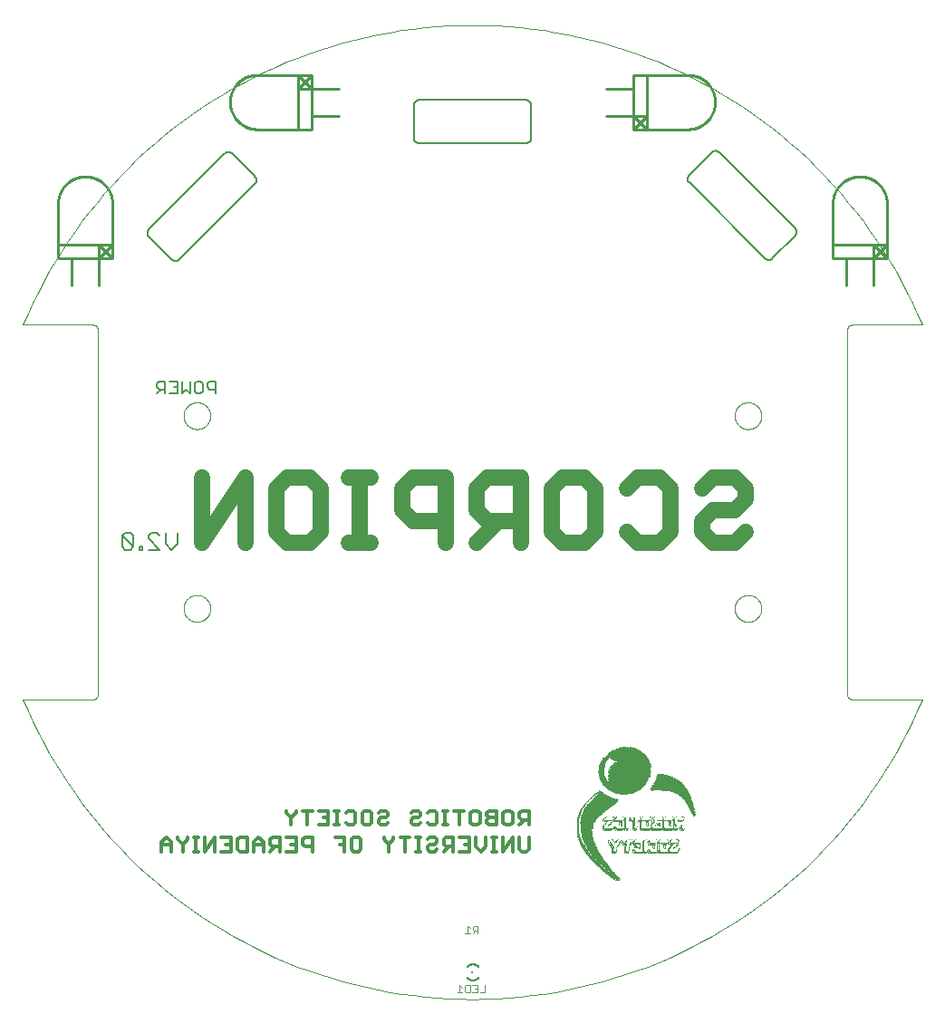
<source format=gbo>
G75*
%MOIN*%
%OFA0B0*%
%FSLAX25Y25*%
%IPPOS*%
%LPD*%
%AMOC8*
5,1,8,0,0,1.08239X$1,22.5*
%
%ADD10C,0.00004*%
%ADD11C,0.00394*%
%ADD12C,0.00600*%
%ADD13C,0.06000*%
%ADD14R,0.00860X0.00143*%
%ADD15R,0.00430X0.00143*%
%ADD16R,0.00280X0.00143*%
%ADD17R,0.00140X0.00143*%
%ADD18R,0.00290X0.00143*%
%ADD19R,0.00140X0.00142*%
%ADD20R,0.00150X0.00142*%
%ADD21R,0.00710X0.00142*%
%ADD22R,0.00290X0.00142*%
%ADD23R,0.01150X0.00143*%
%ADD24R,0.01140X0.00143*%
%ADD25R,0.00150X0.00143*%
%ADD26R,0.01290X0.00143*%
%ADD27R,0.00140X0.00143*%
%ADD28R,0.01570X0.00143*%
%ADD29R,0.01850X0.00143*%
%ADD30R,0.00570X0.00143*%
%ADD31R,0.00570X0.00142*%
%ADD32R,0.01280X0.00142*%
%ADD33R,0.00420X0.00142*%
%ADD34R,0.00720X0.00143*%
%ADD35R,0.00850X0.00143*%
%ADD36R,0.01710X0.00143*%
%ADD37R,0.01860X0.00143*%
%ADD38R,0.02290X0.00143*%
%ADD39R,0.01000X0.00143*%
%ADD40R,0.01140X0.00142*%
%ADD41R,0.01710X0.00142*%
%ADD42R,0.01140X0.00143*%
%ADD43R,0.01720X0.00143*%
%ADD44R,0.01430X0.00143*%
%ADD45R,0.01570X0.00142*%
%ADD46R,0.01720X0.00142*%
%ADD47R,0.01580X0.00143*%
%ADD48R,0.01860X0.00142*%
%ADD49R,0.02000X0.00143*%
%ADD50R,0.01570X0.00143*%
%ADD51R,0.02140X0.00143*%
%ADD52R,0.02140X0.00143*%
%ADD53R,0.02140X0.00142*%
%ADD54R,0.01570X0.00142*%
%ADD55R,0.02150X0.00143*%
%ADD56R,0.02430X0.00143*%
%ADD57R,0.02710X0.00143*%
%ADD58R,0.02570X0.00142*%
%ADD59R,0.01430X0.00142*%
%ADD60R,0.02570X0.00143*%
%ADD61R,0.01420X0.00143*%
%ADD62R,0.02570X0.00143*%
%ADD63R,0.02580X0.00143*%
%ADD64R,0.02860X0.00143*%
%ADD65R,0.03000X0.00142*%
%ADD66R,0.02850X0.00143*%
%ADD67R,0.03140X0.00143*%
%ADD68R,0.01290X0.00142*%
%ADD69R,0.03000X0.00143*%
%ADD70R,0.01280X0.00143*%
%ADD71R,0.03150X0.00143*%
%ADD72R,0.03140X0.00142*%
%ADD73R,0.03290X0.00143*%
%ADD74R,0.02420X0.00143*%
%ADD75R,0.00570X0.00143*%
%ADD76R,0.03430X0.00143*%
%ADD77R,0.02280X0.00143*%
%ADD78R,0.00720X0.00143*%
%ADD79R,0.03280X0.00143*%
%ADD80R,0.03280X0.00142*%
%ADD81R,0.03290X0.00142*%
%ADD82R,0.00430X0.00142*%
%ADD83R,0.02860X0.00142*%
%ADD84R,0.01000X0.00142*%
%ADD85R,0.03430X0.00142*%
%ADD86R,0.00710X0.00143*%
%ADD87R,0.03570X0.00143*%
%ADD88R,0.03710X0.00143*%
%ADD89R,0.00140X0.00142*%
%ADD90R,0.00280X0.00142*%
%ADD91R,0.01140X0.00142*%
%ADD92R,0.00420X0.00143*%
%ADD93R,0.03580X0.00143*%
%ADD94R,0.00580X0.00143*%
%ADD95R,0.03860X0.00143*%
%ADD96R,0.00570X0.00142*%
%ADD97R,0.03420X0.00143*%
%ADD98R,0.03720X0.00143*%
%ADD99R,0.02720X0.00143*%
%ADD100R,0.01150X0.00142*%
%ADD101R,0.02290X0.00142*%
%ADD102R,0.02430X0.00142*%
%ADD103R,0.03570X0.00142*%
%ADD104R,0.03720X0.00143*%
%ADD105R,0.03570X0.00143*%
%ADD106R,0.03860X0.00142*%
%ADD107R,0.03850X0.00143*%
%ADD108R,0.04000X0.00142*%
%ADD109R,0.00860X0.00142*%
%ADD110R,0.04000X0.00143*%
%ADD111R,0.04150X0.00142*%
%ADD112R,0.04140X0.00143*%
%ADD113R,0.04140X0.00142*%
%ADD114R,0.04280X0.00143*%
%ADD115R,0.04140X0.00143*%
%ADD116R,0.04290X0.00143*%
%ADD117R,0.04430X0.00143*%
%ADD118R,0.04430X0.00142*%
%ADD119R,0.04570X0.00143*%
%ADD120R,0.04710X0.00143*%
%ADD121R,0.04570X0.00142*%
%ADD122R,0.04860X0.00143*%
%ADD123R,0.05000X0.00143*%
%ADD124R,0.05140X0.00143*%
%ADD125R,0.00720X0.00142*%
%ADD126R,0.05000X0.00142*%
%ADD127R,0.05280X0.00143*%
%ADD128R,0.05430X0.00143*%
%ADD129R,0.05140X0.00143*%
%ADD130R,0.05570X0.00143*%
%ADD131R,0.05570X0.00142*%
%ADD132R,0.05860X0.00143*%
%ADD133R,0.05720X0.00143*%
%ADD134R,0.06290X0.00143*%
%ADD135R,0.06570X0.00143*%
%ADD136R,0.06430X0.00142*%
%ADD137R,0.06150X0.00143*%
%ADD138R,0.06140X0.00143*%
%ADD139R,0.06430X0.00143*%
%ADD140R,0.06570X0.00143*%
%ADD141R,0.06710X0.00142*%
%ADD142R,0.00580X0.00142*%
%ADD143R,0.07430X0.00143*%
%ADD144R,0.07570X0.00143*%
%ADD145R,0.07860X0.00143*%
%ADD146R,0.08000X0.00143*%
%ADD147R,0.07420X0.00143*%
%ADD148R,0.08000X0.00142*%
%ADD149R,0.08280X0.00143*%
%ADD150R,0.08290X0.00143*%
%ADD151R,0.08430X0.00143*%
%ADD152R,0.08570X0.00143*%
%ADD153R,0.08720X0.00143*%
%ADD154R,0.08710X0.00143*%
%ADD155R,0.08140X0.00142*%
%ADD156R,0.09000X0.00143*%
%ADD157R,0.09140X0.00143*%
%ADD158R,0.09280X0.00143*%
%ADD159R,0.01720X0.00143*%
%ADD160R,0.09420X0.00143*%
%ADD161R,0.09430X0.00143*%
%ADD162R,0.09430X0.00142*%
%ADD163R,0.09710X0.00143*%
%ADD164R,0.09850X0.00143*%
%ADD165R,0.10000X0.00143*%
%ADD166R,0.02280X0.00142*%
%ADD167R,0.10000X0.00142*%
%ADD168R,0.09570X0.00143*%
%ADD169R,0.09290X0.00143*%
%ADD170R,0.08850X0.00143*%
%ADD171R,0.08140X0.00143*%
%ADD172R,0.06850X0.00143*%
%ADD173R,0.03150X0.00142*%
%ADD174R,0.06000X0.00142*%
%ADD175R,0.05150X0.00143*%
%ADD176R,0.04580X0.00143*%
%ADD177R,0.05710X0.00143*%
%ADD178R,0.05290X0.00143*%
%ADD179R,0.07290X0.00143*%
%ADD180R,0.07000X0.00143*%
%ADD181R,0.09860X0.00143*%
%ADD182R,0.07850X0.00143*%
%ADD183R,0.10430X0.00143*%
%ADD184R,0.10860X0.00143*%
%ADD185R,0.13420X0.00143*%
%ADD186R,0.11290X0.00143*%
%ADD187R,0.13140X0.00142*%
%ADD188R,0.11720X0.00142*%
%ADD189R,0.13150X0.00143*%
%ADD190R,0.12140X0.00143*%
%ADD191R,0.13000X0.00143*%
%ADD192R,0.12430X0.00143*%
%ADD193R,0.12860X0.00143*%
%ADD194R,0.12290X0.00143*%
%ADD195R,0.13140X0.00143*%
%ADD196R,0.12280X0.00143*%
%ADD197R,0.13570X0.00143*%
%ADD198R,0.13860X0.00143*%
%ADD199R,0.12000X0.00142*%
%ADD200R,0.14140X0.00142*%
%ADD201R,0.11430X0.00143*%
%ADD202R,0.14280X0.00143*%
%ADD203R,0.11140X0.00143*%
%ADD204R,0.14570X0.00143*%
%ADD205R,0.11000X0.00143*%
%ADD206R,0.14860X0.00143*%
%ADD207R,0.11150X0.00143*%
%ADD208R,0.15140X0.00143*%
%ADD209R,0.10570X0.00143*%
%ADD210R,0.15000X0.00143*%
%ADD211R,0.10710X0.00143*%
%ADD212R,0.15720X0.00143*%
%ADD213R,0.10430X0.00142*%
%ADD214R,0.15570X0.00142*%
%ADD215R,0.15710X0.00143*%
%ADD216R,0.16280X0.00143*%
%ADD217R,0.16150X0.00143*%
%ADD218R,0.16290X0.00143*%
%ADD219R,0.08860X0.00143*%
%ADD220R,0.14000X0.00143*%
%ADD221R,0.08850X0.00142*%
%ADD222R,0.14000X0.00142*%
%ADD223R,0.02570X0.00142*%
%ADD224R,0.14150X0.00143*%
%ADD225R,0.14140X0.00143*%
%ADD226R,0.14430X0.00143*%
%ADD227R,0.14570X0.00143*%
%ADD228R,0.14720X0.00143*%
%ADD229R,0.06570X0.00142*%
%ADD230R,0.14720X0.00142*%
%ADD231R,0.02140X0.00142*%
%ADD232R,0.06280X0.00143*%
%ADD233R,0.15150X0.00143*%
%ADD234R,0.15000X0.00142*%
%ADD235R,0.02000X0.00142*%
%ADD236R,0.15290X0.00143*%
%ADD237R,0.15430X0.00143*%
%ADD238R,0.15430X0.00142*%
%ADD239R,0.15140X0.00142*%
%ADD240R,0.01720X0.00142*%
%ADD241R,0.14850X0.00143*%
%ADD242R,0.14710X0.00143*%
%ADD243R,0.14570X0.00142*%
%ADD244R,0.14580X0.00143*%
%ADD245R,0.13710X0.00142*%
%ADD246R,0.13710X0.00143*%
%ADD247R,0.13430X0.00143*%
%ADD248R,0.12570X0.00143*%
%ADD249R,0.01420X0.00142*%
%ADD250R,0.11850X0.00143*%
%ADD251R,0.11280X0.00143*%
%ADD252R,0.11720X0.00143*%
%ADD253R,0.12140X0.00143*%
%ADD254R,0.12720X0.00142*%
%ADD255R,0.12710X0.00143*%
%ADD256R,0.14290X0.00143*%
%ADD257R,0.13280X0.00142*%
%ADD258R,0.12000X0.00143*%
%ADD259R,0.11570X0.00143*%
%ADD260R,0.10290X0.00142*%
%ADD261R,0.09150X0.00143*%
%ADD262R,0.08570X0.00143*%
%ADD263R,0.07150X0.00143*%
%ADD264R,0.05570X0.00142*%
%ADD265C,0.01200*%
%ADD266C,0.00700*%
%ADD267C,0.00040*%
%ADD268R,0.00787X0.00787*%
%ADD269R,0.00591X0.00984*%
%ADD270C,0.00200*%
%ADD271C,0.00500*%
%ADD272C,0.01000*%
D10*
X0078851Y0183717D02*
X0078853Y0183857D01*
X0078859Y0183997D01*
X0078869Y0184136D01*
X0078883Y0184275D01*
X0078901Y0184414D01*
X0078922Y0184552D01*
X0078948Y0184690D01*
X0078978Y0184827D01*
X0079011Y0184962D01*
X0079049Y0185097D01*
X0079090Y0185231D01*
X0079135Y0185364D01*
X0079183Y0185495D01*
X0079236Y0185624D01*
X0079292Y0185753D01*
X0079351Y0185879D01*
X0079415Y0186004D01*
X0079481Y0186127D01*
X0079552Y0186248D01*
X0079625Y0186367D01*
X0079702Y0186484D01*
X0079783Y0186598D01*
X0079866Y0186710D01*
X0079953Y0186820D01*
X0080043Y0186928D01*
X0080135Y0187032D01*
X0080231Y0187134D01*
X0080330Y0187234D01*
X0080431Y0187330D01*
X0080535Y0187424D01*
X0080642Y0187514D01*
X0080751Y0187601D01*
X0080863Y0187686D01*
X0080977Y0187767D01*
X0081093Y0187845D01*
X0081211Y0187919D01*
X0081332Y0187990D01*
X0081454Y0188058D01*
X0081579Y0188122D01*
X0081705Y0188183D01*
X0081832Y0188240D01*
X0081962Y0188293D01*
X0082093Y0188343D01*
X0082225Y0188388D01*
X0082358Y0188431D01*
X0082493Y0188469D01*
X0082628Y0188503D01*
X0082765Y0188534D01*
X0082902Y0188561D01*
X0083040Y0188583D01*
X0083179Y0188602D01*
X0083318Y0188617D01*
X0083457Y0188628D01*
X0083597Y0188635D01*
X0083737Y0188638D01*
X0083877Y0188637D01*
X0084017Y0188632D01*
X0084156Y0188623D01*
X0084296Y0188610D01*
X0084435Y0188593D01*
X0084573Y0188572D01*
X0084711Y0188548D01*
X0084848Y0188519D01*
X0084984Y0188487D01*
X0085119Y0188450D01*
X0085253Y0188410D01*
X0085386Y0188366D01*
X0085517Y0188318D01*
X0085647Y0188267D01*
X0085776Y0188212D01*
X0085903Y0188153D01*
X0086028Y0188090D01*
X0086151Y0188025D01*
X0086273Y0187955D01*
X0086392Y0187882D01*
X0086510Y0187806D01*
X0086625Y0187727D01*
X0086738Y0187644D01*
X0086848Y0187558D01*
X0086956Y0187469D01*
X0087061Y0187377D01*
X0087164Y0187282D01*
X0087264Y0187184D01*
X0087361Y0187084D01*
X0087455Y0186980D01*
X0087547Y0186874D01*
X0087635Y0186766D01*
X0087720Y0186655D01*
X0087802Y0186541D01*
X0087881Y0186425D01*
X0087956Y0186308D01*
X0088028Y0186188D01*
X0088096Y0186066D01*
X0088161Y0185942D01*
X0088223Y0185816D01*
X0088281Y0185689D01*
X0088335Y0185560D01*
X0088386Y0185429D01*
X0088432Y0185297D01*
X0088475Y0185164D01*
X0088515Y0185030D01*
X0088550Y0184895D01*
X0088582Y0184758D01*
X0088609Y0184621D01*
X0088633Y0184483D01*
X0088653Y0184345D01*
X0088669Y0184206D01*
X0088681Y0184066D01*
X0088689Y0183927D01*
X0088693Y0183787D01*
X0088693Y0183647D01*
X0088689Y0183507D01*
X0088681Y0183368D01*
X0088669Y0183228D01*
X0088653Y0183089D01*
X0088633Y0182951D01*
X0088609Y0182813D01*
X0088582Y0182676D01*
X0088550Y0182539D01*
X0088515Y0182404D01*
X0088475Y0182270D01*
X0088432Y0182137D01*
X0088386Y0182005D01*
X0088335Y0181874D01*
X0088281Y0181745D01*
X0088223Y0181618D01*
X0088161Y0181492D01*
X0088096Y0181368D01*
X0088028Y0181246D01*
X0087956Y0181126D01*
X0087881Y0181009D01*
X0087802Y0180893D01*
X0087720Y0180779D01*
X0087635Y0180668D01*
X0087547Y0180560D01*
X0087455Y0180454D01*
X0087361Y0180350D01*
X0087264Y0180250D01*
X0087164Y0180152D01*
X0087061Y0180057D01*
X0086956Y0179965D01*
X0086848Y0179876D01*
X0086738Y0179790D01*
X0086625Y0179707D01*
X0086510Y0179628D01*
X0086392Y0179552D01*
X0086273Y0179479D01*
X0086151Y0179409D01*
X0086028Y0179344D01*
X0085903Y0179281D01*
X0085776Y0179222D01*
X0085647Y0179167D01*
X0085517Y0179116D01*
X0085386Y0179068D01*
X0085253Y0179024D01*
X0085119Y0178984D01*
X0084984Y0178947D01*
X0084848Y0178915D01*
X0084711Y0178886D01*
X0084573Y0178862D01*
X0084435Y0178841D01*
X0084296Y0178824D01*
X0084156Y0178811D01*
X0084017Y0178802D01*
X0083877Y0178797D01*
X0083737Y0178796D01*
X0083597Y0178799D01*
X0083457Y0178806D01*
X0083318Y0178817D01*
X0083179Y0178832D01*
X0083040Y0178851D01*
X0082902Y0178873D01*
X0082765Y0178900D01*
X0082628Y0178931D01*
X0082493Y0178965D01*
X0082358Y0179003D01*
X0082225Y0179046D01*
X0082093Y0179091D01*
X0081962Y0179141D01*
X0081832Y0179194D01*
X0081705Y0179251D01*
X0081579Y0179312D01*
X0081454Y0179376D01*
X0081332Y0179444D01*
X0081211Y0179515D01*
X0081093Y0179589D01*
X0080977Y0179667D01*
X0080863Y0179748D01*
X0080751Y0179833D01*
X0080642Y0179920D01*
X0080535Y0180010D01*
X0080431Y0180104D01*
X0080330Y0180200D01*
X0080231Y0180300D01*
X0080135Y0180402D01*
X0080043Y0180506D01*
X0079953Y0180614D01*
X0079866Y0180724D01*
X0079783Y0180836D01*
X0079702Y0180950D01*
X0079625Y0181067D01*
X0079552Y0181186D01*
X0079481Y0181307D01*
X0079415Y0181430D01*
X0079351Y0181555D01*
X0079292Y0181681D01*
X0079236Y0181810D01*
X0079183Y0181939D01*
X0079135Y0182070D01*
X0079090Y0182203D01*
X0079049Y0182337D01*
X0079011Y0182472D01*
X0078978Y0182607D01*
X0078948Y0182744D01*
X0078922Y0182882D01*
X0078901Y0183020D01*
X0078883Y0183159D01*
X0078869Y0183298D01*
X0078859Y0183437D01*
X0078853Y0183577D01*
X0078851Y0183717D01*
X0078851Y0254583D02*
X0078853Y0254723D01*
X0078859Y0254863D01*
X0078869Y0255002D01*
X0078883Y0255141D01*
X0078901Y0255280D01*
X0078922Y0255418D01*
X0078948Y0255556D01*
X0078978Y0255693D01*
X0079011Y0255828D01*
X0079049Y0255963D01*
X0079090Y0256097D01*
X0079135Y0256230D01*
X0079183Y0256361D01*
X0079236Y0256490D01*
X0079292Y0256619D01*
X0079351Y0256745D01*
X0079415Y0256870D01*
X0079481Y0256993D01*
X0079552Y0257114D01*
X0079625Y0257233D01*
X0079702Y0257350D01*
X0079783Y0257464D01*
X0079866Y0257576D01*
X0079953Y0257686D01*
X0080043Y0257794D01*
X0080135Y0257898D01*
X0080231Y0258000D01*
X0080330Y0258100D01*
X0080431Y0258196D01*
X0080535Y0258290D01*
X0080642Y0258380D01*
X0080751Y0258467D01*
X0080863Y0258552D01*
X0080977Y0258633D01*
X0081093Y0258711D01*
X0081211Y0258785D01*
X0081332Y0258856D01*
X0081454Y0258924D01*
X0081579Y0258988D01*
X0081705Y0259049D01*
X0081832Y0259106D01*
X0081962Y0259159D01*
X0082093Y0259209D01*
X0082225Y0259254D01*
X0082358Y0259297D01*
X0082493Y0259335D01*
X0082628Y0259369D01*
X0082765Y0259400D01*
X0082902Y0259427D01*
X0083040Y0259449D01*
X0083179Y0259468D01*
X0083318Y0259483D01*
X0083457Y0259494D01*
X0083597Y0259501D01*
X0083737Y0259504D01*
X0083877Y0259503D01*
X0084017Y0259498D01*
X0084156Y0259489D01*
X0084296Y0259476D01*
X0084435Y0259459D01*
X0084573Y0259438D01*
X0084711Y0259414D01*
X0084848Y0259385D01*
X0084984Y0259353D01*
X0085119Y0259316D01*
X0085253Y0259276D01*
X0085386Y0259232D01*
X0085517Y0259184D01*
X0085647Y0259133D01*
X0085776Y0259078D01*
X0085903Y0259019D01*
X0086028Y0258956D01*
X0086151Y0258891D01*
X0086273Y0258821D01*
X0086392Y0258748D01*
X0086510Y0258672D01*
X0086625Y0258593D01*
X0086738Y0258510D01*
X0086848Y0258424D01*
X0086956Y0258335D01*
X0087061Y0258243D01*
X0087164Y0258148D01*
X0087264Y0258050D01*
X0087361Y0257950D01*
X0087455Y0257846D01*
X0087547Y0257740D01*
X0087635Y0257632D01*
X0087720Y0257521D01*
X0087802Y0257407D01*
X0087881Y0257291D01*
X0087956Y0257174D01*
X0088028Y0257054D01*
X0088096Y0256932D01*
X0088161Y0256808D01*
X0088223Y0256682D01*
X0088281Y0256555D01*
X0088335Y0256426D01*
X0088386Y0256295D01*
X0088432Y0256163D01*
X0088475Y0256030D01*
X0088515Y0255896D01*
X0088550Y0255761D01*
X0088582Y0255624D01*
X0088609Y0255487D01*
X0088633Y0255349D01*
X0088653Y0255211D01*
X0088669Y0255072D01*
X0088681Y0254932D01*
X0088689Y0254793D01*
X0088693Y0254653D01*
X0088693Y0254513D01*
X0088689Y0254373D01*
X0088681Y0254234D01*
X0088669Y0254094D01*
X0088653Y0253955D01*
X0088633Y0253817D01*
X0088609Y0253679D01*
X0088582Y0253542D01*
X0088550Y0253405D01*
X0088515Y0253270D01*
X0088475Y0253136D01*
X0088432Y0253003D01*
X0088386Y0252871D01*
X0088335Y0252740D01*
X0088281Y0252611D01*
X0088223Y0252484D01*
X0088161Y0252358D01*
X0088096Y0252234D01*
X0088028Y0252112D01*
X0087956Y0251992D01*
X0087881Y0251875D01*
X0087802Y0251759D01*
X0087720Y0251645D01*
X0087635Y0251534D01*
X0087547Y0251426D01*
X0087455Y0251320D01*
X0087361Y0251216D01*
X0087264Y0251116D01*
X0087164Y0251018D01*
X0087061Y0250923D01*
X0086956Y0250831D01*
X0086848Y0250742D01*
X0086738Y0250656D01*
X0086625Y0250573D01*
X0086510Y0250494D01*
X0086392Y0250418D01*
X0086273Y0250345D01*
X0086151Y0250275D01*
X0086028Y0250210D01*
X0085903Y0250147D01*
X0085776Y0250088D01*
X0085647Y0250033D01*
X0085517Y0249982D01*
X0085386Y0249934D01*
X0085253Y0249890D01*
X0085119Y0249850D01*
X0084984Y0249813D01*
X0084848Y0249781D01*
X0084711Y0249752D01*
X0084573Y0249728D01*
X0084435Y0249707D01*
X0084296Y0249690D01*
X0084156Y0249677D01*
X0084017Y0249668D01*
X0083877Y0249663D01*
X0083737Y0249662D01*
X0083597Y0249665D01*
X0083457Y0249672D01*
X0083318Y0249683D01*
X0083179Y0249698D01*
X0083040Y0249717D01*
X0082902Y0249739D01*
X0082765Y0249766D01*
X0082628Y0249797D01*
X0082493Y0249831D01*
X0082358Y0249869D01*
X0082225Y0249912D01*
X0082093Y0249957D01*
X0081962Y0250007D01*
X0081832Y0250060D01*
X0081705Y0250117D01*
X0081579Y0250178D01*
X0081454Y0250242D01*
X0081332Y0250310D01*
X0081211Y0250381D01*
X0081093Y0250455D01*
X0080977Y0250533D01*
X0080863Y0250614D01*
X0080751Y0250699D01*
X0080642Y0250786D01*
X0080535Y0250876D01*
X0080431Y0250970D01*
X0080330Y0251066D01*
X0080231Y0251166D01*
X0080135Y0251268D01*
X0080043Y0251372D01*
X0079953Y0251480D01*
X0079866Y0251590D01*
X0079783Y0251702D01*
X0079702Y0251816D01*
X0079625Y0251933D01*
X0079552Y0252052D01*
X0079481Y0252173D01*
X0079415Y0252296D01*
X0079351Y0252421D01*
X0079292Y0252547D01*
X0079236Y0252676D01*
X0079183Y0252805D01*
X0079135Y0252936D01*
X0079090Y0253069D01*
X0079049Y0253203D01*
X0079011Y0253338D01*
X0078978Y0253473D01*
X0078948Y0253610D01*
X0078922Y0253748D01*
X0078901Y0253886D01*
X0078883Y0254025D01*
X0078869Y0254164D01*
X0078859Y0254303D01*
X0078853Y0254443D01*
X0078851Y0254583D01*
X0281607Y0254583D02*
X0281609Y0254723D01*
X0281615Y0254863D01*
X0281625Y0255002D01*
X0281639Y0255141D01*
X0281657Y0255280D01*
X0281678Y0255418D01*
X0281704Y0255556D01*
X0281734Y0255693D01*
X0281767Y0255828D01*
X0281805Y0255963D01*
X0281846Y0256097D01*
X0281891Y0256230D01*
X0281939Y0256361D01*
X0281992Y0256490D01*
X0282048Y0256619D01*
X0282107Y0256745D01*
X0282171Y0256870D01*
X0282237Y0256993D01*
X0282308Y0257114D01*
X0282381Y0257233D01*
X0282458Y0257350D01*
X0282539Y0257464D01*
X0282622Y0257576D01*
X0282709Y0257686D01*
X0282799Y0257794D01*
X0282891Y0257898D01*
X0282987Y0258000D01*
X0283086Y0258100D01*
X0283187Y0258196D01*
X0283291Y0258290D01*
X0283398Y0258380D01*
X0283507Y0258467D01*
X0283619Y0258552D01*
X0283733Y0258633D01*
X0283849Y0258711D01*
X0283967Y0258785D01*
X0284088Y0258856D01*
X0284210Y0258924D01*
X0284335Y0258988D01*
X0284461Y0259049D01*
X0284588Y0259106D01*
X0284718Y0259159D01*
X0284849Y0259209D01*
X0284981Y0259254D01*
X0285114Y0259297D01*
X0285249Y0259335D01*
X0285384Y0259369D01*
X0285521Y0259400D01*
X0285658Y0259427D01*
X0285796Y0259449D01*
X0285935Y0259468D01*
X0286074Y0259483D01*
X0286213Y0259494D01*
X0286353Y0259501D01*
X0286493Y0259504D01*
X0286633Y0259503D01*
X0286773Y0259498D01*
X0286912Y0259489D01*
X0287052Y0259476D01*
X0287191Y0259459D01*
X0287329Y0259438D01*
X0287467Y0259414D01*
X0287604Y0259385D01*
X0287740Y0259353D01*
X0287875Y0259316D01*
X0288009Y0259276D01*
X0288142Y0259232D01*
X0288273Y0259184D01*
X0288403Y0259133D01*
X0288532Y0259078D01*
X0288659Y0259019D01*
X0288784Y0258956D01*
X0288907Y0258891D01*
X0289029Y0258821D01*
X0289148Y0258748D01*
X0289266Y0258672D01*
X0289381Y0258593D01*
X0289494Y0258510D01*
X0289604Y0258424D01*
X0289712Y0258335D01*
X0289817Y0258243D01*
X0289920Y0258148D01*
X0290020Y0258050D01*
X0290117Y0257950D01*
X0290211Y0257846D01*
X0290303Y0257740D01*
X0290391Y0257632D01*
X0290476Y0257521D01*
X0290558Y0257407D01*
X0290637Y0257291D01*
X0290712Y0257174D01*
X0290784Y0257054D01*
X0290852Y0256932D01*
X0290917Y0256808D01*
X0290979Y0256682D01*
X0291037Y0256555D01*
X0291091Y0256426D01*
X0291142Y0256295D01*
X0291188Y0256163D01*
X0291231Y0256030D01*
X0291271Y0255896D01*
X0291306Y0255761D01*
X0291338Y0255624D01*
X0291365Y0255487D01*
X0291389Y0255349D01*
X0291409Y0255211D01*
X0291425Y0255072D01*
X0291437Y0254932D01*
X0291445Y0254793D01*
X0291449Y0254653D01*
X0291449Y0254513D01*
X0291445Y0254373D01*
X0291437Y0254234D01*
X0291425Y0254094D01*
X0291409Y0253955D01*
X0291389Y0253817D01*
X0291365Y0253679D01*
X0291338Y0253542D01*
X0291306Y0253405D01*
X0291271Y0253270D01*
X0291231Y0253136D01*
X0291188Y0253003D01*
X0291142Y0252871D01*
X0291091Y0252740D01*
X0291037Y0252611D01*
X0290979Y0252484D01*
X0290917Y0252358D01*
X0290852Y0252234D01*
X0290784Y0252112D01*
X0290712Y0251992D01*
X0290637Y0251875D01*
X0290558Y0251759D01*
X0290476Y0251645D01*
X0290391Y0251534D01*
X0290303Y0251426D01*
X0290211Y0251320D01*
X0290117Y0251216D01*
X0290020Y0251116D01*
X0289920Y0251018D01*
X0289817Y0250923D01*
X0289712Y0250831D01*
X0289604Y0250742D01*
X0289494Y0250656D01*
X0289381Y0250573D01*
X0289266Y0250494D01*
X0289148Y0250418D01*
X0289029Y0250345D01*
X0288907Y0250275D01*
X0288784Y0250210D01*
X0288659Y0250147D01*
X0288532Y0250088D01*
X0288403Y0250033D01*
X0288273Y0249982D01*
X0288142Y0249934D01*
X0288009Y0249890D01*
X0287875Y0249850D01*
X0287740Y0249813D01*
X0287604Y0249781D01*
X0287467Y0249752D01*
X0287329Y0249728D01*
X0287191Y0249707D01*
X0287052Y0249690D01*
X0286912Y0249677D01*
X0286773Y0249668D01*
X0286633Y0249663D01*
X0286493Y0249662D01*
X0286353Y0249665D01*
X0286213Y0249672D01*
X0286074Y0249683D01*
X0285935Y0249698D01*
X0285796Y0249717D01*
X0285658Y0249739D01*
X0285521Y0249766D01*
X0285384Y0249797D01*
X0285249Y0249831D01*
X0285114Y0249869D01*
X0284981Y0249912D01*
X0284849Y0249957D01*
X0284718Y0250007D01*
X0284588Y0250060D01*
X0284461Y0250117D01*
X0284335Y0250178D01*
X0284210Y0250242D01*
X0284088Y0250310D01*
X0283967Y0250381D01*
X0283849Y0250455D01*
X0283733Y0250533D01*
X0283619Y0250614D01*
X0283507Y0250699D01*
X0283398Y0250786D01*
X0283291Y0250876D01*
X0283187Y0250970D01*
X0283086Y0251066D01*
X0282987Y0251166D01*
X0282891Y0251268D01*
X0282799Y0251372D01*
X0282709Y0251480D01*
X0282622Y0251590D01*
X0282539Y0251702D01*
X0282458Y0251816D01*
X0282381Y0251933D01*
X0282308Y0252052D01*
X0282237Y0252173D01*
X0282171Y0252296D01*
X0282107Y0252421D01*
X0282048Y0252547D01*
X0281992Y0252676D01*
X0281939Y0252805D01*
X0281891Y0252936D01*
X0281846Y0253069D01*
X0281805Y0253203D01*
X0281767Y0253338D01*
X0281734Y0253473D01*
X0281704Y0253610D01*
X0281678Y0253748D01*
X0281657Y0253886D01*
X0281639Y0254025D01*
X0281625Y0254164D01*
X0281615Y0254303D01*
X0281609Y0254443D01*
X0281607Y0254583D01*
X0281607Y0183717D02*
X0281609Y0183857D01*
X0281615Y0183997D01*
X0281625Y0184136D01*
X0281639Y0184275D01*
X0281657Y0184414D01*
X0281678Y0184552D01*
X0281704Y0184690D01*
X0281734Y0184827D01*
X0281767Y0184962D01*
X0281805Y0185097D01*
X0281846Y0185231D01*
X0281891Y0185364D01*
X0281939Y0185495D01*
X0281992Y0185624D01*
X0282048Y0185753D01*
X0282107Y0185879D01*
X0282171Y0186004D01*
X0282237Y0186127D01*
X0282308Y0186248D01*
X0282381Y0186367D01*
X0282458Y0186484D01*
X0282539Y0186598D01*
X0282622Y0186710D01*
X0282709Y0186820D01*
X0282799Y0186928D01*
X0282891Y0187032D01*
X0282987Y0187134D01*
X0283086Y0187234D01*
X0283187Y0187330D01*
X0283291Y0187424D01*
X0283398Y0187514D01*
X0283507Y0187601D01*
X0283619Y0187686D01*
X0283733Y0187767D01*
X0283849Y0187845D01*
X0283967Y0187919D01*
X0284088Y0187990D01*
X0284210Y0188058D01*
X0284335Y0188122D01*
X0284461Y0188183D01*
X0284588Y0188240D01*
X0284718Y0188293D01*
X0284849Y0188343D01*
X0284981Y0188388D01*
X0285114Y0188431D01*
X0285249Y0188469D01*
X0285384Y0188503D01*
X0285521Y0188534D01*
X0285658Y0188561D01*
X0285796Y0188583D01*
X0285935Y0188602D01*
X0286074Y0188617D01*
X0286213Y0188628D01*
X0286353Y0188635D01*
X0286493Y0188638D01*
X0286633Y0188637D01*
X0286773Y0188632D01*
X0286912Y0188623D01*
X0287052Y0188610D01*
X0287191Y0188593D01*
X0287329Y0188572D01*
X0287467Y0188548D01*
X0287604Y0188519D01*
X0287740Y0188487D01*
X0287875Y0188450D01*
X0288009Y0188410D01*
X0288142Y0188366D01*
X0288273Y0188318D01*
X0288403Y0188267D01*
X0288532Y0188212D01*
X0288659Y0188153D01*
X0288784Y0188090D01*
X0288907Y0188025D01*
X0289029Y0187955D01*
X0289148Y0187882D01*
X0289266Y0187806D01*
X0289381Y0187727D01*
X0289494Y0187644D01*
X0289604Y0187558D01*
X0289712Y0187469D01*
X0289817Y0187377D01*
X0289920Y0187282D01*
X0290020Y0187184D01*
X0290117Y0187084D01*
X0290211Y0186980D01*
X0290303Y0186874D01*
X0290391Y0186766D01*
X0290476Y0186655D01*
X0290558Y0186541D01*
X0290637Y0186425D01*
X0290712Y0186308D01*
X0290784Y0186188D01*
X0290852Y0186066D01*
X0290917Y0185942D01*
X0290979Y0185816D01*
X0291037Y0185689D01*
X0291091Y0185560D01*
X0291142Y0185429D01*
X0291188Y0185297D01*
X0291231Y0185164D01*
X0291271Y0185030D01*
X0291306Y0184895D01*
X0291338Y0184758D01*
X0291365Y0184621D01*
X0291389Y0184483D01*
X0291409Y0184345D01*
X0291425Y0184206D01*
X0291437Y0184066D01*
X0291445Y0183927D01*
X0291449Y0183787D01*
X0291449Y0183647D01*
X0291445Y0183507D01*
X0291437Y0183368D01*
X0291425Y0183228D01*
X0291409Y0183089D01*
X0291389Y0182951D01*
X0291365Y0182813D01*
X0291338Y0182676D01*
X0291306Y0182539D01*
X0291271Y0182404D01*
X0291231Y0182270D01*
X0291188Y0182137D01*
X0291142Y0182005D01*
X0291091Y0181874D01*
X0291037Y0181745D01*
X0290979Y0181618D01*
X0290917Y0181492D01*
X0290852Y0181368D01*
X0290784Y0181246D01*
X0290712Y0181126D01*
X0290637Y0181009D01*
X0290558Y0180893D01*
X0290476Y0180779D01*
X0290391Y0180668D01*
X0290303Y0180560D01*
X0290211Y0180454D01*
X0290117Y0180350D01*
X0290020Y0180250D01*
X0289920Y0180152D01*
X0289817Y0180057D01*
X0289712Y0179965D01*
X0289604Y0179876D01*
X0289494Y0179790D01*
X0289381Y0179707D01*
X0289266Y0179628D01*
X0289148Y0179552D01*
X0289029Y0179479D01*
X0288907Y0179409D01*
X0288784Y0179344D01*
X0288659Y0179281D01*
X0288532Y0179222D01*
X0288403Y0179167D01*
X0288273Y0179116D01*
X0288142Y0179068D01*
X0288009Y0179024D01*
X0287875Y0178984D01*
X0287740Y0178947D01*
X0287604Y0178915D01*
X0287467Y0178886D01*
X0287329Y0178862D01*
X0287191Y0178841D01*
X0287052Y0178824D01*
X0286912Y0178811D01*
X0286773Y0178802D01*
X0286633Y0178797D01*
X0286493Y0178796D01*
X0286353Y0178799D01*
X0286213Y0178806D01*
X0286074Y0178817D01*
X0285935Y0178832D01*
X0285796Y0178851D01*
X0285658Y0178873D01*
X0285521Y0178900D01*
X0285384Y0178931D01*
X0285249Y0178965D01*
X0285114Y0179003D01*
X0284981Y0179046D01*
X0284849Y0179091D01*
X0284718Y0179141D01*
X0284588Y0179194D01*
X0284461Y0179251D01*
X0284335Y0179312D01*
X0284210Y0179376D01*
X0284088Y0179444D01*
X0283967Y0179515D01*
X0283849Y0179589D01*
X0283733Y0179667D01*
X0283619Y0179748D01*
X0283507Y0179833D01*
X0283398Y0179920D01*
X0283291Y0180010D01*
X0283187Y0180104D01*
X0283086Y0180200D01*
X0282987Y0180300D01*
X0282891Y0180402D01*
X0282799Y0180506D01*
X0282709Y0180614D01*
X0282622Y0180724D01*
X0282539Y0180836D01*
X0282458Y0180950D01*
X0282381Y0181067D01*
X0282308Y0181186D01*
X0282237Y0181307D01*
X0282171Y0181430D01*
X0282107Y0181555D01*
X0282048Y0181681D01*
X0281992Y0181810D01*
X0281939Y0181939D01*
X0281891Y0182070D01*
X0281846Y0182203D01*
X0281805Y0182337D01*
X0281767Y0182472D01*
X0281734Y0182607D01*
X0281704Y0182744D01*
X0281678Y0182882D01*
X0281657Y0183020D01*
X0281639Y0183159D01*
X0281625Y0183298D01*
X0281615Y0183437D01*
X0281609Y0183577D01*
X0281607Y0183717D01*
D11*
X0322945Y0152221D02*
X0322945Y0286079D01*
X0322947Y0286165D01*
X0322952Y0286251D01*
X0322962Y0286336D01*
X0322975Y0286421D01*
X0322992Y0286505D01*
X0323012Y0286589D01*
X0323036Y0286671D01*
X0323064Y0286752D01*
X0323095Y0286833D01*
X0323129Y0286911D01*
X0323167Y0286988D01*
X0323209Y0287064D01*
X0323253Y0287137D01*
X0323301Y0287208D01*
X0323352Y0287278D01*
X0323406Y0287345D01*
X0323462Y0287409D01*
X0323522Y0287471D01*
X0323584Y0287531D01*
X0323648Y0287587D01*
X0323715Y0287641D01*
X0323785Y0287692D01*
X0323856Y0287740D01*
X0323930Y0287784D01*
X0324005Y0287826D01*
X0324082Y0287864D01*
X0324160Y0287898D01*
X0324241Y0287929D01*
X0324322Y0287957D01*
X0324404Y0287981D01*
X0324488Y0288001D01*
X0324572Y0288018D01*
X0324657Y0288031D01*
X0324742Y0288041D01*
X0324828Y0288046D01*
X0324914Y0288048D01*
X0350504Y0288048D01*
X0350504Y0150252D02*
X0324914Y0150252D01*
X0324828Y0150254D01*
X0324742Y0150259D01*
X0324657Y0150269D01*
X0324572Y0150282D01*
X0324488Y0150299D01*
X0324404Y0150319D01*
X0324322Y0150343D01*
X0324241Y0150371D01*
X0324160Y0150402D01*
X0324082Y0150436D01*
X0324005Y0150474D01*
X0323930Y0150516D01*
X0323856Y0150560D01*
X0323785Y0150608D01*
X0323715Y0150659D01*
X0323648Y0150713D01*
X0323584Y0150769D01*
X0323522Y0150829D01*
X0323462Y0150891D01*
X0323406Y0150955D01*
X0323352Y0151022D01*
X0323301Y0151092D01*
X0323253Y0151163D01*
X0323209Y0151237D01*
X0323167Y0151312D01*
X0323129Y0151389D01*
X0323095Y0151467D01*
X0323064Y0151548D01*
X0323036Y0151629D01*
X0323012Y0151711D01*
X0322992Y0151795D01*
X0322975Y0151879D01*
X0322962Y0151964D01*
X0322952Y0152049D01*
X0322947Y0152135D01*
X0322945Y0152221D01*
X0350504Y0288048D02*
X0348767Y0292078D01*
X0346931Y0296064D01*
X0344999Y0300004D01*
X0342970Y0303896D01*
X0340846Y0307737D01*
X0338630Y0311524D01*
X0336321Y0315257D01*
X0333921Y0318931D01*
X0331432Y0322546D01*
X0328855Y0326098D01*
X0326192Y0329586D01*
X0323444Y0333009D01*
X0320613Y0336362D01*
X0317701Y0339646D01*
X0314709Y0342857D01*
X0311640Y0345993D01*
X0308495Y0349054D01*
X0305275Y0352037D01*
X0301984Y0354940D01*
X0298622Y0357761D01*
X0295193Y0360499D01*
X0291697Y0363153D01*
X0288137Y0365720D01*
X0284516Y0368198D01*
X0280835Y0370588D01*
X0277096Y0372887D01*
X0273302Y0375093D01*
X0269455Y0377206D01*
X0265558Y0379223D01*
X0261613Y0381145D01*
X0257621Y0382970D01*
X0253586Y0384696D01*
X0249510Y0386323D01*
X0245396Y0387849D01*
X0241245Y0389275D01*
X0237060Y0390598D01*
X0232845Y0391818D01*
X0228600Y0392935D01*
X0224330Y0393947D01*
X0220036Y0394854D01*
X0215721Y0395656D01*
X0211388Y0396352D01*
X0207039Y0396942D01*
X0202677Y0397424D01*
X0198305Y0397800D01*
X0193924Y0398069D01*
X0189538Y0398230D01*
X0185150Y0398284D01*
X0180762Y0398230D01*
X0176376Y0398069D01*
X0171995Y0397800D01*
X0167623Y0397424D01*
X0163261Y0396942D01*
X0158912Y0396352D01*
X0154579Y0395656D01*
X0150264Y0394854D01*
X0145970Y0393947D01*
X0141700Y0392935D01*
X0137455Y0391818D01*
X0133240Y0390598D01*
X0129055Y0389275D01*
X0124904Y0387849D01*
X0120790Y0386323D01*
X0116714Y0384696D01*
X0112679Y0382970D01*
X0108687Y0381145D01*
X0104742Y0379223D01*
X0100845Y0377206D01*
X0096998Y0375093D01*
X0093204Y0372887D01*
X0089465Y0370588D01*
X0085784Y0368198D01*
X0082163Y0365720D01*
X0078603Y0363153D01*
X0075107Y0360499D01*
X0071678Y0357761D01*
X0068316Y0354940D01*
X0065025Y0352037D01*
X0061805Y0349054D01*
X0058660Y0345993D01*
X0055591Y0342857D01*
X0052599Y0339646D01*
X0049687Y0336362D01*
X0046856Y0333009D01*
X0044108Y0329586D01*
X0041445Y0326098D01*
X0038868Y0322546D01*
X0036379Y0318931D01*
X0033979Y0315257D01*
X0031670Y0311524D01*
X0029454Y0307737D01*
X0027330Y0303896D01*
X0025301Y0300004D01*
X0023369Y0296064D01*
X0021533Y0292078D01*
X0019796Y0288048D01*
X0045386Y0288048D01*
X0045472Y0288046D01*
X0045558Y0288041D01*
X0045643Y0288031D01*
X0045728Y0288018D01*
X0045812Y0288001D01*
X0045896Y0287981D01*
X0045978Y0287957D01*
X0046059Y0287929D01*
X0046140Y0287898D01*
X0046218Y0287864D01*
X0046295Y0287826D01*
X0046371Y0287784D01*
X0046444Y0287740D01*
X0046515Y0287692D01*
X0046585Y0287641D01*
X0046652Y0287587D01*
X0046716Y0287531D01*
X0046778Y0287471D01*
X0046838Y0287409D01*
X0046894Y0287345D01*
X0046948Y0287278D01*
X0046999Y0287208D01*
X0047047Y0287137D01*
X0047091Y0287064D01*
X0047133Y0286988D01*
X0047171Y0286911D01*
X0047205Y0286833D01*
X0047236Y0286752D01*
X0047264Y0286671D01*
X0047288Y0286589D01*
X0047308Y0286505D01*
X0047325Y0286421D01*
X0047338Y0286336D01*
X0047348Y0286251D01*
X0047353Y0286165D01*
X0047355Y0286079D01*
X0047355Y0152221D01*
X0047353Y0152135D01*
X0047348Y0152049D01*
X0047338Y0151964D01*
X0047325Y0151879D01*
X0047308Y0151795D01*
X0047288Y0151711D01*
X0047264Y0151629D01*
X0047236Y0151548D01*
X0047205Y0151467D01*
X0047171Y0151389D01*
X0047133Y0151312D01*
X0047091Y0151237D01*
X0047047Y0151163D01*
X0046999Y0151092D01*
X0046948Y0151022D01*
X0046894Y0150955D01*
X0046838Y0150891D01*
X0046778Y0150829D01*
X0046716Y0150769D01*
X0046652Y0150713D01*
X0046585Y0150659D01*
X0046515Y0150608D01*
X0046444Y0150560D01*
X0046371Y0150516D01*
X0046295Y0150474D01*
X0046218Y0150436D01*
X0046140Y0150402D01*
X0046059Y0150371D01*
X0045978Y0150343D01*
X0045896Y0150319D01*
X0045812Y0150299D01*
X0045728Y0150282D01*
X0045643Y0150269D01*
X0045558Y0150259D01*
X0045472Y0150254D01*
X0045386Y0150252D01*
X0019796Y0150252D01*
X0021533Y0146222D01*
X0023369Y0142236D01*
X0025301Y0138296D01*
X0027330Y0134404D01*
X0029454Y0130563D01*
X0031670Y0126776D01*
X0033979Y0123043D01*
X0036379Y0119369D01*
X0038868Y0115754D01*
X0041445Y0112202D01*
X0044108Y0108714D01*
X0046856Y0105291D01*
X0049687Y0101938D01*
X0052599Y0098654D01*
X0055591Y0095443D01*
X0058660Y0092307D01*
X0061805Y0089246D01*
X0065025Y0086263D01*
X0068316Y0083360D01*
X0071678Y0080539D01*
X0075107Y0077801D01*
X0078603Y0075147D01*
X0082163Y0072580D01*
X0085784Y0070102D01*
X0089465Y0067712D01*
X0093204Y0065413D01*
X0096998Y0063207D01*
X0100845Y0061094D01*
X0104742Y0059077D01*
X0108687Y0057155D01*
X0112679Y0055330D01*
X0116714Y0053604D01*
X0120790Y0051977D01*
X0124904Y0050451D01*
X0129055Y0049025D01*
X0133240Y0047702D01*
X0137455Y0046482D01*
X0141700Y0045365D01*
X0145970Y0044353D01*
X0150264Y0043446D01*
X0154579Y0042644D01*
X0158912Y0041948D01*
X0163261Y0041358D01*
X0167623Y0040876D01*
X0171995Y0040500D01*
X0176376Y0040231D01*
X0180762Y0040070D01*
X0185150Y0040016D01*
X0189538Y0040070D01*
X0193924Y0040231D01*
X0198305Y0040500D01*
X0202677Y0040876D01*
X0207039Y0041358D01*
X0211388Y0041948D01*
X0215721Y0042644D01*
X0220036Y0043446D01*
X0224330Y0044353D01*
X0228600Y0045365D01*
X0232845Y0046482D01*
X0237060Y0047702D01*
X0241245Y0049025D01*
X0245396Y0050451D01*
X0249510Y0051977D01*
X0253586Y0053604D01*
X0257621Y0055330D01*
X0261613Y0057155D01*
X0265558Y0059077D01*
X0269455Y0061094D01*
X0273302Y0063207D01*
X0277096Y0065413D01*
X0280835Y0067712D01*
X0284516Y0070102D01*
X0288137Y0072580D01*
X0291697Y0075147D01*
X0295193Y0077801D01*
X0298622Y0080539D01*
X0301984Y0083360D01*
X0305275Y0086263D01*
X0308495Y0089246D01*
X0311640Y0092307D01*
X0314709Y0095443D01*
X0317701Y0098654D01*
X0320613Y0101938D01*
X0323444Y0105291D01*
X0326192Y0108714D01*
X0328855Y0112202D01*
X0331432Y0115754D01*
X0333921Y0119369D01*
X0336321Y0123043D01*
X0338630Y0126776D01*
X0340846Y0130563D01*
X0342970Y0134404D01*
X0344999Y0138296D01*
X0346931Y0142236D01*
X0348767Y0146222D01*
X0350504Y0150252D01*
D12*
X0295469Y0312527D02*
X0303821Y0320878D01*
X0303881Y0320940D01*
X0303937Y0321004D01*
X0303991Y0321071D01*
X0304042Y0321141D01*
X0304090Y0321212D01*
X0304134Y0321286D01*
X0304176Y0321361D01*
X0304214Y0321438D01*
X0304248Y0321516D01*
X0304279Y0321597D01*
X0304307Y0321678D01*
X0304331Y0321760D01*
X0304351Y0321844D01*
X0304368Y0321928D01*
X0304381Y0322013D01*
X0304391Y0322098D01*
X0304396Y0322184D01*
X0304398Y0322270D01*
X0304396Y0322356D01*
X0304391Y0322442D01*
X0304381Y0322527D01*
X0304368Y0322612D01*
X0304351Y0322696D01*
X0304331Y0322780D01*
X0304307Y0322862D01*
X0304279Y0322943D01*
X0304248Y0323024D01*
X0304214Y0323102D01*
X0304176Y0323179D01*
X0304134Y0323255D01*
X0304090Y0323328D01*
X0304042Y0323399D01*
X0303991Y0323469D01*
X0303937Y0323536D01*
X0303881Y0323600D01*
X0303821Y0323662D01*
X0275982Y0351501D01*
X0275920Y0351561D01*
X0275856Y0351617D01*
X0275789Y0351671D01*
X0275719Y0351722D01*
X0275648Y0351770D01*
X0275575Y0351814D01*
X0275499Y0351856D01*
X0275422Y0351894D01*
X0275344Y0351928D01*
X0275263Y0351959D01*
X0275182Y0351987D01*
X0275100Y0352011D01*
X0275016Y0352031D01*
X0274932Y0352048D01*
X0274847Y0352061D01*
X0274762Y0352071D01*
X0274676Y0352076D01*
X0274590Y0352078D01*
X0274504Y0352076D01*
X0274418Y0352071D01*
X0274333Y0352061D01*
X0274248Y0352048D01*
X0274164Y0352031D01*
X0274080Y0352011D01*
X0273998Y0351987D01*
X0273917Y0351959D01*
X0273836Y0351928D01*
X0273758Y0351894D01*
X0273681Y0351856D01*
X0273606Y0351814D01*
X0273532Y0351770D01*
X0273461Y0351722D01*
X0273391Y0351671D01*
X0273324Y0351617D01*
X0273260Y0351561D01*
X0273198Y0351501D01*
X0264846Y0343149D01*
X0264846Y0343150D02*
X0264786Y0343088D01*
X0264730Y0343024D01*
X0264676Y0342957D01*
X0264625Y0342887D01*
X0264577Y0342816D01*
X0264533Y0342743D01*
X0264491Y0342667D01*
X0264453Y0342590D01*
X0264419Y0342512D01*
X0264388Y0342431D01*
X0264360Y0342350D01*
X0264336Y0342268D01*
X0264316Y0342184D01*
X0264299Y0342100D01*
X0264286Y0342015D01*
X0264276Y0341930D01*
X0264271Y0341844D01*
X0264269Y0341758D01*
X0264271Y0341672D01*
X0264276Y0341586D01*
X0264286Y0341501D01*
X0264299Y0341416D01*
X0264316Y0341332D01*
X0264336Y0341248D01*
X0264360Y0341166D01*
X0264388Y0341085D01*
X0264419Y0341004D01*
X0264453Y0340926D01*
X0264491Y0340849D01*
X0264533Y0340774D01*
X0264577Y0340700D01*
X0264625Y0340629D01*
X0264676Y0340559D01*
X0264730Y0340492D01*
X0264786Y0340428D01*
X0264846Y0340366D01*
X0292685Y0312527D01*
X0292747Y0312467D01*
X0292811Y0312411D01*
X0292878Y0312357D01*
X0292948Y0312306D01*
X0293019Y0312258D01*
X0293093Y0312214D01*
X0293168Y0312172D01*
X0293245Y0312134D01*
X0293323Y0312100D01*
X0293404Y0312069D01*
X0293485Y0312041D01*
X0293567Y0312017D01*
X0293651Y0311997D01*
X0293735Y0311980D01*
X0293820Y0311967D01*
X0293905Y0311957D01*
X0293991Y0311952D01*
X0294077Y0311950D01*
X0294163Y0311952D01*
X0294249Y0311957D01*
X0294334Y0311967D01*
X0294419Y0311980D01*
X0294503Y0311997D01*
X0294587Y0312017D01*
X0294669Y0312041D01*
X0294750Y0312069D01*
X0294831Y0312100D01*
X0294909Y0312134D01*
X0294986Y0312172D01*
X0295062Y0312214D01*
X0295135Y0312258D01*
X0295206Y0312306D01*
X0295276Y0312357D01*
X0295343Y0312411D01*
X0295407Y0312467D01*
X0295469Y0312527D01*
X0206804Y0356945D02*
X0206804Y0368756D01*
X0206802Y0368842D01*
X0206797Y0368928D01*
X0206787Y0369013D01*
X0206774Y0369098D01*
X0206757Y0369182D01*
X0206737Y0369266D01*
X0206713Y0369348D01*
X0206685Y0369429D01*
X0206654Y0369510D01*
X0206620Y0369588D01*
X0206582Y0369665D01*
X0206540Y0369741D01*
X0206496Y0369814D01*
X0206448Y0369885D01*
X0206397Y0369955D01*
X0206343Y0370022D01*
X0206287Y0370086D01*
X0206227Y0370148D01*
X0206165Y0370208D01*
X0206101Y0370264D01*
X0206034Y0370318D01*
X0205964Y0370369D01*
X0205893Y0370417D01*
X0205820Y0370461D01*
X0205744Y0370503D01*
X0205667Y0370541D01*
X0205589Y0370575D01*
X0205508Y0370606D01*
X0205427Y0370634D01*
X0205345Y0370658D01*
X0205261Y0370678D01*
X0205177Y0370695D01*
X0205092Y0370708D01*
X0205007Y0370718D01*
X0204921Y0370723D01*
X0204835Y0370725D01*
X0165465Y0370725D01*
X0165379Y0370723D01*
X0165293Y0370718D01*
X0165208Y0370708D01*
X0165123Y0370695D01*
X0165039Y0370678D01*
X0164955Y0370658D01*
X0164873Y0370634D01*
X0164792Y0370606D01*
X0164711Y0370575D01*
X0164633Y0370541D01*
X0164556Y0370503D01*
X0164481Y0370461D01*
X0164407Y0370417D01*
X0164336Y0370369D01*
X0164266Y0370318D01*
X0164199Y0370264D01*
X0164135Y0370208D01*
X0164073Y0370148D01*
X0164013Y0370086D01*
X0163957Y0370022D01*
X0163903Y0369955D01*
X0163852Y0369885D01*
X0163804Y0369814D01*
X0163760Y0369741D01*
X0163718Y0369665D01*
X0163680Y0369588D01*
X0163646Y0369510D01*
X0163615Y0369429D01*
X0163587Y0369348D01*
X0163563Y0369266D01*
X0163543Y0369182D01*
X0163526Y0369098D01*
X0163513Y0369013D01*
X0163503Y0368928D01*
X0163498Y0368842D01*
X0163496Y0368756D01*
X0163496Y0356945D01*
X0163498Y0356859D01*
X0163503Y0356773D01*
X0163513Y0356688D01*
X0163526Y0356603D01*
X0163543Y0356519D01*
X0163563Y0356435D01*
X0163587Y0356353D01*
X0163615Y0356272D01*
X0163646Y0356191D01*
X0163680Y0356113D01*
X0163718Y0356036D01*
X0163760Y0355961D01*
X0163804Y0355887D01*
X0163852Y0355816D01*
X0163903Y0355746D01*
X0163957Y0355679D01*
X0164013Y0355615D01*
X0164073Y0355553D01*
X0164135Y0355493D01*
X0164199Y0355437D01*
X0164266Y0355383D01*
X0164336Y0355332D01*
X0164407Y0355284D01*
X0164481Y0355240D01*
X0164556Y0355198D01*
X0164633Y0355160D01*
X0164711Y0355126D01*
X0164792Y0355095D01*
X0164873Y0355067D01*
X0164955Y0355043D01*
X0165039Y0355023D01*
X0165123Y0355006D01*
X0165208Y0354993D01*
X0165293Y0354983D01*
X0165379Y0354978D01*
X0165465Y0354976D01*
X0165465Y0354977D02*
X0204835Y0354977D01*
X0204835Y0354976D02*
X0204921Y0354978D01*
X0205007Y0354983D01*
X0205092Y0354993D01*
X0205177Y0355006D01*
X0205261Y0355023D01*
X0205345Y0355043D01*
X0205427Y0355067D01*
X0205508Y0355095D01*
X0205589Y0355126D01*
X0205667Y0355160D01*
X0205744Y0355198D01*
X0205820Y0355240D01*
X0205893Y0355284D01*
X0205964Y0355332D01*
X0206034Y0355383D01*
X0206101Y0355437D01*
X0206165Y0355493D01*
X0206227Y0355553D01*
X0206287Y0355615D01*
X0206343Y0355679D01*
X0206397Y0355746D01*
X0206448Y0355816D01*
X0206496Y0355887D01*
X0206540Y0355961D01*
X0206582Y0356036D01*
X0206620Y0356113D01*
X0206654Y0356191D01*
X0206685Y0356272D01*
X0206713Y0356353D01*
X0206737Y0356435D01*
X0206757Y0356519D01*
X0206774Y0356603D01*
X0206787Y0356688D01*
X0206797Y0356773D01*
X0206802Y0356859D01*
X0206804Y0356945D01*
X0105067Y0342740D02*
X0096715Y0351092D01*
X0096653Y0351152D01*
X0096589Y0351208D01*
X0096522Y0351262D01*
X0096452Y0351313D01*
X0096381Y0351361D01*
X0096308Y0351405D01*
X0096232Y0351447D01*
X0096155Y0351485D01*
X0096077Y0351519D01*
X0095996Y0351550D01*
X0095915Y0351578D01*
X0095833Y0351602D01*
X0095749Y0351622D01*
X0095665Y0351639D01*
X0095580Y0351652D01*
X0095495Y0351662D01*
X0095409Y0351667D01*
X0095323Y0351669D01*
X0095237Y0351667D01*
X0095151Y0351662D01*
X0095066Y0351652D01*
X0094981Y0351639D01*
X0094897Y0351622D01*
X0094813Y0351602D01*
X0094731Y0351578D01*
X0094650Y0351550D01*
X0094569Y0351519D01*
X0094491Y0351485D01*
X0094414Y0351447D01*
X0094339Y0351405D01*
X0094265Y0351361D01*
X0094194Y0351313D01*
X0094124Y0351262D01*
X0094057Y0351208D01*
X0093993Y0351152D01*
X0093931Y0351092D01*
X0066092Y0323253D01*
X0066032Y0323191D01*
X0065976Y0323127D01*
X0065922Y0323060D01*
X0065871Y0322990D01*
X0065823Y0322919D01*
X0065779Y0322846D01*
X0065737Y0322770D01*
X0065699Y0322693D01*
X0065665Y0322615D01*
X0065634Y0322534D01*
X0065606Y0322453D01*
X0065582Y0322371D01*
X0065562Y0322287D01*
X0065545Y0322203D01*
X0065532Y0322118D01*
X0065522Y0322033D01*
X0065517Y0321947D01*
X0065515Y0321861D01*
X0065517Y0321775D01*
X0065522Y0321689D01*
X0065532Y0321604D01*
X0065545Y0321519D01*
X0065562Y0321435D01*
X0065582Y0321351D01*
X0065606Y0321269D01*
X0065634Y0321188D01*
X0065665Y0321107D01*
X0065699Y0321029D01*
X0065737Y0320952D01*
X0065779Y0320877D01*
X0065823Y0320803D01*
X0065871Y0320732D01*
X0065922Y0320662D01*
X0065976Y0320595D01*
X0066032Y0320531D01*
X0066092Y0320469D01*
X0074444Y0312117D01*
X0074506Y0312057D01*
X0074570Y0312001D01*
X0074637Y0311947D01*
X0074707Y0311896D01*
X0074778Y0311848D01*
X0074852Y0311804D01*
X0074927Y0311762D01*
X0075004Y0311724D01*
X0075082Y0311690D01*
X0075163Y0311659D01*
X0075244Y0311631D01*
X0075326Y0311607D01*
X0075410Y0311587D01*
X0075494Y0311570D01*
X0075579Y0311557D01*
X0075664Y0311547D01*
X0075750Y0311542D01*
X0075836Y0311540D01*
X0075922Y0311542D01*
X0076008Y0311547D01*
X0076093Y0311557D01*
X0076178Y0311570D01*
X0076262Y0311587D01*
X0076346Y0311607D01*
X0076428Y0311631D01*
X0076509Y0311659D01*
X0076590Y0311690D01*
X0076668Y0311724D01*
X0076745Y0311762D01*
X0076821Y0311804D01*
X0076894Y0311848D01*
X0076965Y0311896D01*
X0077035Y0311947D01*
X0077102Y0312001D01*
X0077166Y0312057D01*
X0077228Y0312117D01*
X0105067Y0339956D01*
X0105127Y0340018D01*
X0105183Y0340082D01*
X0105237Y0340149D01*
X0105288Y0340219D01*
X0105336Y0340290D01*
X0105380Y0340364D01*
X0105422Y0340439D01*
X0105460Y0340516D01*
X0105494Y0340594D01*
X0105525Y0340675D01*
X0105553Y0340756D01*
X0105577Y0340838D01*
X0105597Y0340922D01*
X0105614Y0341006D01*
X0105627Y0341091D01*
X0105637Y0341176D01*
X0105642Y0341262D01*
X0105644Y0341348D01*
X0105642Y0341434D01*
X0105637Y0341520D01*
X0105627Y0341605D01*
X0105614Y0341690D01*
X0105597Y0341774D01*
X0105577Y0341858D01*
X0105553Y0341940D01*
X0105525Y0342021D01*
X0105494Y0342102D01*
X0105460Y0342180D01*
X0105422Y0342257D01*
X0105380Y0342333D01*
X0105336Y0342406D01*
X0105288Y0342477D01*
X0105237Y0342547D01*
X0105183Y0342614D01*
X0105127Y0342678D01*
X0105067Y0342740D01*
D13*
X0101536Y0231997D02*
X0085522Y0207977D01*
X0085522Y0231997D01*
X0101536Y0231997D02*
X0101536Y0207977D01*
X0113146Y0211980D02*
X0113146Y0227994D01*
X0117149Y0231997D01*
X0125156Y0231997D01*
X0129160Y0227994D01*
X0129160Y0211980D01*
X0125156Y0207977D01*
X0117149Y0207977D01*
X0113146Y0211980D01*
X0139568Y0207977D02*
X0147575Y0207977D01*
X0143572Y0207977D02*
X0143572Y0231997D01*
X0147575Y0231997D02*
X0139568Y0231997D01*
X0159185Y0227994D02*
X0159185Y0219987D01*
X0163189Y0215984D01*
X0175199Y0215984D01*
X0175199Y0207977D02*
X0175199Y0231997D01*
X0163189Y0231997D01*
X0159185Y0227994D01*
X0186809Y0227994D02*
X0186809Y0219987D01*
X0190812Y0215984D01*
X0202822Y0215984D01*
X0194816Y0215984D02*
X0186809Y0207977D01*
X0202822Y0207977D02*
X0202822Y0231997D01*
X0190812Y0231997D01*
X0186809Y0227994D01*
X0214432Y0227994D02*
X0214432Y0211980D01*
X0218436Y0207977D01*
X0226443Y0207977D01*
X0230446Y0211980D01*
X0230446Y0227994D01*
X0226443Y0231997D01*
X0218436Y0231997D01*
X0214432Y0227994D01*
X0242056Y0227994D02*
X0246059Y0231997D01*
X0254066Y0231997D01*
X0258070Y0227994D01*
X0258070Y0211980D01*
X0254066Y0207977D01*
X0246059Y0207977D01*
X0242056Y0211980D01*
X0269680Y0211980D02*
X0273683Y0207977D01*
X0281690Y0207977D01*
X0285693Y0211980D01*
X0281690Y0219987D02*
X0273683Y0219987D01*
X0269680Y0215984D01*
X0269680Y0211980D01*
X0281690Y0219987D02*
X0285693Y0223990D01*
X0285693Y0227994D01*
X0281690Y0231997D01*
X0273683Y0231997D01*
X0269680Y0227994D01*
D14*
X0231964Y0116108D03*
X0232394Y0115823D03*
X0239674Y0105251D03*
X0241394Y0096823D03*
X0241964Y0093394D03*
X0237534Y0093823D03*
X0237394Y0093394D03*
X0236104Y0097251D03*
X0225104Y0097394D03*
X0225104Y0097680D03*
X0224964Y0097823D03*
X0224674Y0098823D03*
X0224394Y0099394D03*
X0237674Y0085394D03*
X0238534Y0083394D03*
X0248674Y0093823D03*
X0251964Y0096823D03*
X0255964Y0096823D03*
X0257674Y0094108D03*
X0262394Y0101823D03*
X0262394Y0102251D03*
X0266394Y0108108D03*
X0266534Y0108680D03*
X0249534Y0105251D03*
X0244534Y0105251D03*
X0245104Y0102251D03*
X0244964Y0101823D03*
D15*
X0244748Y0102680D03*
X0244748Y0102823D03*
X0244748Y0103537D03*
X0244748Y0103680D03*
X0244748Y0103823D03*
X0244748Y0104108D03*
X0244748Y0104251D03*
X0244748Y0104394D03*
X0244748Y0104537D03*
X0244748Y0104680D03*
X0246319Y0105680D03*
X0246889Y0105823D03*
X0249748Y0104823D03*
X0250609Y0106823D03*
X0251889Y0105394D03*
X0251319Y0102823D03*
X0247459Y0102680D03*
X0248319Y0098108D03*
X0245319Y0096251D03*
X0245319Y0096108D03*
X0244459Y0094823D03*
X0244748Y0094394D03*
X0243319Y0096680D03*
X0243319Y0097108D03*
X0243319Y0097251D03*
X0241609Y0096537D03*
X0241609Y0096394D03*
X0241609Y0096251D03*
X0241748Y0094108D03*
X0239748Y0097394D03*
X0236748Y0098394D03*
X0235459Y0098108D03*
X0237179Y0094108D03*
X0233889Y0086680D03*
X0234609Y0086108D03*
X0235319Y0085537D03*
X0235889Y0085108D03*
X0236459Y0084680D03*
X0238319Y0083823D03*
X0238889Y0083537D03*
X0247889Y0093823D03*
X0248319Y0094108D03*
X0249609Y0094108D03*
X0250179Y0094394D03*
X0249889Y0094823D03*
X0252179Y0096394D03*
X0253319Y0097394D03*
X0256179Y0096394D03*
X0257179Y0093823D03*
X0253748Y0094394D03*
X0261179Y0095108D03*
X0259179Y0102680D03*
X0261179Y0105108D03*
X0266748Y0107251D03*
X0266748Y0108251D03*
X0266459Y0108537D03*
X0255179Y0105823D03*
X0255748Y0102680D03*
X0241459Y0102823D03*
X0239889Y0103823D03*
X0239889Y0104108D03*
X0239889Y0104251D03*
X0239889Y0104680D03*
X0239889Y0104823D03*
X0241459Y0106537D03*
X0236889Y0106823D03*
X0236889Y0105251D03*
X0237609Y0103251D03*
X0237319Y0103108D03*
X0237179Y0102823D03*
X0237889Y0102823D03*
X0233748Y0102680D03*
X0232319Y0107680D03*
X0232459Y0107823D03*
X0233609Y0108823D03*
X0230609Y0115251D03*
X0230748Y0115394D03*
X0231179Y0115680D03*
X0231889Y0116251D03*
X0226609Y0111394D03*
X0226179Y0110823D03*
X0225748Y0110251D03*
X0225609Y0110108D03*
X0225459Y0109823D03*
X0225319Y0109680D03*
X0225319Y0109537D03*
X0225179Y0109394D03*
X0224889Y0108823D03*
X0224748Y0108394D03*
X0224179Y0107108D03*
X0223889Y0105680D03*
X0223889Y0105537D03*
X0223889Y0105394D03*
X0223889Y0105251D03*
X0223889Y0105108D03*
X0223889Y0104823D03*
X0223889Y0104680D03*
X0223889Y0104537D03*
X0223889Y0104394D03*
X0223889Y0104251D03*
X0223889Y0104108D03*
X0223889Y0103823D03*
X0223889Y0103680D03*
X0223889Y0103537D03*
X0223889Y0103394D03*
X0223889Y0103251D03*
X0223889Y0103108D03*
X0223889Y0102823D03*
X0223889Y0102680D03*
X0223889Y0102537D03*
X0223889Y0102394D03*
X0223889Y0102251D03*
X0223889Y0102108D03*
X0223889Y0101823D03*
X0223889Y0101680D03*
X0223889Y0101537D03*
X0224179Y0099823D03*
X0224319Y0099251D03*
X0237889Y0131680D03*
X0238319Y0131823D03*
X0239179Y0132108D03*
X0244609Y0132108D03*
X0254319Y0122680D03*
X0254889Y0122537D03*
X0256179Y0122251D03*
X0258459Y0121537D03*
D16*
X0259104Y0121251D03*
X0259534Y0121108D03*
X0260104Y0120823D03*
X0260534Y0120537D03*
X0255534Y0122394D03*
X0253534Y0122251D03*
X0252104Y0119108D03*
X0251104Y0117680D03*
X0250964Y0117394D03*
X0249104Y0119394D03*
X0248534Y0118680D03*
X0246104Y0131537D03*
X0245534Y0131823D03*
X0236964Y0131251D03*
X0237534Y0127680D03*
X0232534Y0126823D03*
X0232104Y0125823D03*
X0231964Y0125394D03*
X0232104Y0121108D03*
X0230104Y0114823D03*
X0229964Y0114680D03*
X0228964Y0113823D03*
X0228534Y0113394D03*
X0227964Y0112823D03*
X0227534Y0112394D03*
X0226964Y0111823D03*
X0226534Y0111251D03*
X0225964Y0110537D03*
X0230964Y0106251D03*
X0231104Y0106394D03*
X0231964Y0107394D03*
X0232104Y0107537D03*
X0234104Y0106537D03*
X0233534Y0105251D03*
X0237534Y0105251D03*
X0237964Y0106537D03*
X0239964Y0104537D03*
X0239964Y0104394D03*
X0241534Y0104394D03*
X0241534Y0104537D03*
X0241534Y0104680D03*
X0241534Y0104823D03*
X0241534Y0105108D03*
X0241534Y0105251D03*
X0241534Y0105394D03*
X0241534Y0105537D03*
X0241534Y0105680D03*
X0241534Y0105823D03*
X0240964Y0105823D03*
X0241534Y0104251D03*
X0241534Y0104108D03*
X0241534Y0103823D03*
X0241534Y0103680D03*
X0241534Y0103537D03*
X0241534Y0103394D03*
X0241534Y0103251D03*
X0241534Y0103108D03*
X0240964Y0102394D03*
X0237534Y0102394D03*
X0242964Y0105680D03*
X0246534Y0105251D03*
X0250534Y0102108D03*
X0251964Y0105537D03*
X0251964Y0105680D03*
X0251964Y0105823D03*
X0251964Y0106537D03*
X0255534Y0106394D03*
X0258104Y0104537D03*
X0258104Y0104394D03*
X0258104Y0104251D03*
X0258104Y0104108D03*
X0258104Y0103823D03*
X0259104Y0102537D03*
X0259104Y0102394D03*
X0259104Y0105823D03*
X0258964Y0106823D03*
X0263104Y0105823D03*
X0263104Y0105680D03*
X0266104Y0108251D03*
X0265964Y0108537D03*
X0265534Y0109251D03*
X0265104Y0110108D03*
X0264534Y0111108D03*
X0264104Y0111823D03*
X0255534Y0102108D03*
X0257104Y0098394D03*
X0258104Y0098108D03*
X0257534Y0097394D03*
X0257104Y0097251D03*
X0258534Y0096251D03*
X0256964Y0093680D03*
X0253534Y0093823D03*
X0252964Y0093680D03*
X0249104Y0093537D03*
X0245104Y0095537D03*
X0243534Y0096823D03*
X0242534Y0093537D03*
X0237964Y0093537D03*
X0236964Y0093537D03*
X0237104Y0094251D03*
X0237104Y0094394D03*
X0237104Y0094537D03*
X0237104Y0094680D03*
X0237104Y0094823D03*
X0237104Y0084251D03*
X0238104Y0083537D03*
X0238964Y0083680D03*
X0238964Y0084251D03*
X0224534Y0100537D03*
X0261104Y0098251D03*
X0261104Y0094537D03*
D17*
X0261174Y0094680D03*
X0260894Y0094394D03*
X0260604Y0093680D03*
X0259894Y0095537D03*
X0259604Y0095680D03*
X0259464Y0095537D03*
X0260174Y0095823D03*
X0260464Y0096108D03*
X0260604Y0096251D03*
X0260604Y0096394D03*
X0260894Y0096680D03*
X0260174Y0096251D03*
X0258604Y0096394D03*
X0258604Y0096537D03*
X0258174Y0095680D03*
X0257894Y0095680D03*
X0257894Y0095251D03*
X0257604Y0095251D03*
X0257464Y0095108D03*
X0257464Y0094823D03*
X0257464Y0094680D03*
X0257174Y0094251D03*
X0257464Y0093680D03*
X0257464Y0097251D03*
X0257604Y0097537D03*
X0257894Y0097537D03*
X0257894Y0097823D03*
X0257174Y0097394D03*
X0258604Y0098394D03*
X0261174Y0098108D03*
X0261174Y0097823D03*
X0260604Y0102108D03*
X0260894Y0102394D03*
X0260894Y0102537D03*
X0261174Y0102823D03*
X0261604Y0102680D03*
X0261604Y0102537D03*
X0261604Y0102394D03*
X0261604Y0102251D03*
X0263174Y0102537D03*
X0259894Y0103108D03*
X0259894Y0103251D03*
X0259894Y0103394D03*
X0259464Y0103394D03*
X0259464Y0103537D03*
X0259464Y0103251D03*
X0259464Y0103108D03*
X0259464Y0102537D03*
X0257604Y0103823D03*
X0257604Y0104108D03*
X0257604Y0104251D03*
X0257604Y0104394D03*
X0257604Y0104537D03*
X0257604Y0104680D03*
X0257604Y0104823D03*
X0256894Y0105394D03*
X0256894Y0105537D03*
X0256174Y0106823D03*
X0255464Y0106251D03*
X0255174Y0106823D03*
X0254174Y0104394D03*
X0252604Y0103823D03*
X0251464Y0104537D03*
X0251464Y0104680D03*
X0251464Y0104823D03*
X0251464Y0105108D03*
X0251464Y0105251D03*
X0251464Y0105394D03*
X0251464Y0105537D03*
X0251464Y0105680D03*
X0251464Y0105823D03*
X0251604Y0106108D03*
X0250894Y0106537D03*
X0250894Y0106680D03*
X0252464Y0106823D03*
X0248604Y0105537D03*
X0248604Y0105394D03*
X0247894Y0106823D03*
X0247464Y0106537D03*
X0247174Y0106251D03*
X0246894Y0106823D03*
X0244894Y0106394D03*
X0244894Y0106251D03*
X0244894Y0106108D03*
X0244894Y0105823D03*
X0244604Y0106108D03*
X0244604Y0106251D03*
X0244604Y0106394D03*
X0243604Y0106251D03*
X0242894Y0106394D03*
X0242894Y0105823D03*
X0243174Y0105394D03*
X0244174Y0104251D03*
X0244174Y0104108D03*
X0244174Y0103823D03*
X0244174Y0103680D03*
X0244174Y0103537D03*
X0244174Y0103394D03*
X0244174Y0103251D03*
X0244174Y0103108D03*
X0244174Y0102823D03*
X0244174Y0102680D03*
X0244174Y0102537D03*
X0244174Y0102394D03*
X0245604Y0102108D03*
X0245894Y0103251D03*
X0246894Y0103251D03*
X0246894Y0103394D03*
X0246894Y0103537D03*
X0246894Y0103680D03*
X0246894Y0103823D03*
X0246894Y0104108D03*
X0246894Y0104251D03*
X0246894Y0104394D03*
X0246894Y0104537D03*
X0246894Y0103108D03*
X0246894Y0102823D03*
X0246894Y0102680D03*
X0246894Y0102537D03*
X0247174Y0102108D03*
X0250894Y0102823D03*
X0254894Y0102108D03*
X0255174Y0102537D03*
X0256174Y0102680D03*
X0259464Y0106251D03*
X0259604Y0106394D03*
X0260894Y0105823D03*
X0260894Y0105537D03*
X0260894Y0105394D03*
X0260894Y0105251D03*
X0263174Y0106537D03*
X0263174Y0106680D03*
X0265604Y0109108D03*
X0265464Y0109394D03*
X0264894Y0110537D03*
X0266604Y0110680D03*
X0266894Y0109680D03*
X0266894Y0108537D03*
X0267174Y0108537D03*
X0266174Y0112108D03*
X0264894Y0115537D03*
X0264464Y0116394D03*
X0263174Y0118251D03*
X0262894Y0118680D03*
X0262464Y0119108D03*
X0262174Y0119394D03*
X0261894Y0119537D03*
X0261604Y0119823D03*
X0261174Y0120108D03*
X0252464Y0119680D03*
X0251604Y0118251D03*
X0251464Y0118108D03*
X0249174Y0119537D03*
X0248894Y0119108D03*
X0249604Y0120108D03*
X0249894Y0120680D03*
X0250464Y0122108D03*
X0250604Y0122537D03*
X0250604Y0126394D03*
X0250464Y0126823D03*
X0250174Y0127537D03*
X0249894Y0128108D03*
X0249464Y0128823D03*
X0249174Y0129108D03*
X0248894Y0129537D03*
X0248604Y0129823D03*
X0248174Y0130251D03*
X0247604Y0130680D03*
X0247464Y0130823D03*
X0246894Y0131108D03*
X0246464Y0131394D03*
X0242464Y0132394D03*
X0242464Y0132537D03*
X0242174Y0132394D03*
X0237464Y0131537D03*
X0236604Y0131108D03*
X0236174Y0130823D03*
X0235894Y0130680D03*
X0235174Y0130108D03*
X0236174Y0128394D03*
X0236464Y0128251D03*
X0236604Y0128108D03*
X0237174Y0127823D03*
X0237604Y0126680D03*
X0237174Y0126394D03*
X0236174Y0125394D03*
X0235604Y0124394D03*
X0235464Y0124108D03*
X0235174Y0123251D03*
X0235174Y0123108D03*
X0233604Y0124251D03*
X0232464Y0126680D03*
X0233464Y0128394D03*
X0233604Y0128537D03*
X0234464Y0120680D03*
X0232604Y0116251D03*
X0233174Y0115823D03*
X0233464Y0115537D03*
X0233894Y0115251D03*
X0234604Y0114823D03*
X0235604Y0114251D03*
X0237174Y0113680D03*
X0238464Y0112680D03*
X0238894Y0113108D03*
X0238464Y0106823D03*
X0238174Y0106680D03*
X0237894Y0106108D03*
X0237604Y0106108D03*
X0237464Y0105823D03*
X0237174Y0106680D03*
X0236894Y0105108D03*
X0236604Y0104823D03*
X0236464Y0104680D03*
X0236464Y0104537D03*
X0236174Y0104680D03*
X0236174Y0104251D03*
X0235604Y0104108D03*
X0234464Y0104394D03*
X0234464Y0104680D03*
X0234604Y0104823D03*
X0234174Y0104394D03*
X0234174Y0104108D03*
X0233894Y0104108D03*
X0233604Y0103680D03*
X0233464Y0103537D03*
X0233174Y0102823D03*
X0233174Y0102680D03*
X0233174Y0102537D03*
X0233464Y0102108D03*
X0236604Y0102108D03*
X0236894Y0102394D03*
X0236894Y0102537D03*
X0237464Y0102537D03*
X0237604Y0102251D03*
X0239464Y0103823D03*
X0239464Y0104108D03*
X0239464Y0104251D03*
X0239464Y0104394D03*
X0239464Y0104537D03*
X0239464Y0104680D03*
X0239464Y0104823D03*
X0241174Y0104823D03*
X0241174Y0104680D03*
X0241174Y0104537D03*
X0241174Y0104394D03*
X0241174Y0104251D03*
X0241174Y0104108D03*
X0241174Y0103823D03*
X0241174Y0103680D03*
X0241174Y0103537D03*
X0241174Y0103394D03*
X0241174Y0103251D03*
X0241174Y0103108D03*
X0240894Y0102680D03*
X0241174Y0102108D03*
X0242464Y0102108D03*
X0242464Y0102251D03*
X0242604Y0102394D03*
X0242604Y0102537D03*
X0241174Y0105108D03*
X0241174Y0105251D03*
X0241174Y0105394D03*
X0241174Y0105537D03*
X0241174Y0106108D03*
X0241174Y0106251D03*
X0241604Y0106108D03*
X0234604Y0106823D03*
X0234174Y0106394D03*
X0233894Y0106394D03*
X0233464Y0105823D03*
X0233464Y0105680D03*
X0233464Y0105537D03*
X0233464Y0105394D03*
X0230464Y0105537D03*
X0224464Y0106251D03*
X0224464Y0106394D03*
X0224604Y0107108D03*
X0224464Y0101394D03*
X0224464Y0101251D03*
X0224464Y0101108D03*
X0224604Y0100680D03*
X0229464Y0099394D03*
X0229464Y0099251D03*
X0229604Y0098680D03*
X0229894Y0097823D03*
X0229894Y0097680D03*
X0230464Y0096251D03*
X0230894Y0095394D03*
X0231464Y0094394D03*
X0231604Y0094108D03*
X0232174Y0093108D03*
X0232464Y0092680D03*
X0232604Y0092537D03*
X0232894Y0092108D03*
X0233174Y0091680D03*
X0234174Y0090251D03*
X0234604Y0089680D03*
X0235604Y0088394D03*
X0237174Y0086537D03*
X0237604Y0086108D03*
X0238894Y0084680D03*
X0239174Y0084394D03*
X0239464Y0084108D03*
X0238464Y0083680D03*
X0238174Y0093823D03*
X0238174Y0094108D03*
X0238464Y0095537D03*
X0238464Y0095680D03*
X0238604Y0095823D03*
X0238604Y0096251D03*
X0238894Y0096251D03*
X0238894Y0096394D03*
X0239174Y0096680D03*
X0239174Y0096823D03*
X0239464Y0097251D03*
X0239464Y0097537D03*
X0239894Y0097251D03*
X0240604Y0097823D03*
X0241604Y0097823D03*
X0241604Y0097680D03*
X0241604Y0097537D03*
X0241894Y0097680D03*
X0241894Y0097823D03*
X0241894Y0098108D03*
X0242894Y0098394D03*
X0244464Y0097823D03*
X0244464Y0097680D03*
X0244604Y0097537D03*
X0244174Y0097108D03*
X0244894Y0096251D03*
X0244894Y0096108D03*
X0244894Y0095823D03*
X0245174Y0095394D03*
X0244174Y0094537D03*
X0244174Y0094394D03*
X0244174Y0094251D03*
X0244464Y0093823D03*
X0244604Y0093680D03*
X0242894Y0094394D03*
X0242894Y0094537D03*
X0242894Y0094680D03*
X0242894Y0094823D03*
X0242894Y0095108D03*
X0242894Y0095251D03*
X0242894Y0095394D03*
X0242894Y0095537D03*
X0242894Y0095680D03*
X0242894Y0095823D03*
X0241174Y0095823D03*
X0241174Y0095680D03*
X0241174Y0095537D03*
X0241174Y0095394D03*
X0241174Y0095251D03*
X0241174Y0095108D03*
X0241174Y0094823D03*
X0241174Y0094680D03*
X0241174Y0094537D03*
X0241174Y0094394D03*
X0241174Y0094251D03*
X0241174Y0094108D03*
X0241464Y0093537D03*
X0242604Y0093680D03*
X0241174Y0096394D03*
X0241174Y0096537D03*
X0238894Y0098394D03*
X0238604Y0098251D03*
X0238174Y0097537D03*
X0237894Y0097537D03*
X0237894Y0097680D03*
X0236894Y0098251D03*
X0236174Y0097680D03*
X0235464Y0097108D03*
X0235604Y0096823D03*
X0235894Y0096537D03*
X0235894Y0096394D03*
X0236174Y0096108D03*
X0236464Y0095680D03*
X0236464Y0095537D03*
X0236604Y0095394D03*
X0236604Y0095251D03*
X0236604Y0095108D03*
X0236604Y0094823D03*
X0236604Y0094680D03*
X0236604Y0094537D03*
X0236604Y0094394D03*
X0236604Y0094251D03*
X0236604Y0094108D03*
X0235174Y0097537D03*
X0235174Y0097680D03*
X0235174Y0097823D03*
X0246894Y0096823D03*
X0246894Y0096680D03*
X0246894Y0096537D03*
X0246894Y0096394D03*
X0246894Y0096251D03*
X0246894Y0096108D03*
X0246894Y0095823D03*
X0248464Y0097680D03*
X0249464Y0098394D03*
X0249894Y0097680D03*
X0250174Y0097680D03*
X0250464Y0098251D03*
X0253464Y0097537D03*
X0253604Y0097823D03*
X0253894Y0098108D03*
X0253894Y0097537D03*
X0253464Y0097108D03*
X0253464Y0096823D03*
X0253464Y0096680D03*
X0253464Y0096537D03*
X0253464Y0096394D03*
X0253464Y0096251D03*
X0253464Y0096108D03*
X0253464Y0095823D03*
X0253464Y0095680D03*
X0253464Y0095537D03*
X0253464Y0095394D03*
X0253464Y0095251D03*
X0253464Y0095108D03*
X0253464Y0094823D03*
X0253464Y0094680D03*
X0253174Y0094251D03*
X0253604Y0093680D03*
X0250174Y0094537D03*
X0249894Y0093823D03*
X0231894Y0116394D03*
X0229464Y0114251D03*
X0228894Y0113680D03*
D18*
X0228679Y0113537D03*
X0228389Y0113251D03*
X0228249Y0113108D03*
X0227819Y0112680D03*
X0227679Y0112537D03*
X0227389Y0112251D03*
X0227249Y0112108D03*
X0226819Y0111680D03*
X0226679Y0111537D03*
X0226389Y0111108D03*
X0225819Y0110394D03*
X0229679Y0114394D03*
X0229819Y0114537D03*
X0230389Y0115108D03*
X0234819Y0114680D03*
X0238249Y0113394D03*
X0238389Y0112394D03*
X0233679Y0106108D03*
X0231819Y0107251D03*
X0231679Y0107108D03*
X0231249Y0106537D03*
X0230679Y0105823D03*
X0233679Y0102823D03*
X0235389Y0103680D03*
X0235819Y0097680D03*
X0238389Y0098108D03*
X0241679Y0096108D03*
X0241679Y0095823D03*
X0241679Y0095680D03*
X0241679Y0095537D03*
X0241679Y0095394D03*
X0241679Y0095251D03*
X0241679Y0095108D03*
X0241679Y0094823D03*
X0241679Y0094680D03*
X0241679Y0094537D03*
X0241679Y0094394D03*
X0241679Y0094251D03*
X0244249Y0094680D03*
X0244819Y0093537D03*
X0247389Y0093537D03*
X0248249Y0093537D03*
X0248389Y0094251D03*
X0248389Y0094394D03*
X0248389Y0094537D03*
X0248389Y0094680D03*
X0248389Y0094823D03*
X0248389Y0095108D03*
X0248389Y0095251D03*
X0248389Y0095394D03*
X0248389Y0095537D03*
X0248389Y0095680D03*
X0248389Y0095823D03*
X0248389Y0096108D03*
X0248389Y0096251D03*
X0248389Y0096394D03*
X0248389Y0096537D03*
X0248389Y0096680D03*
X0248389Y0096823D03*
X0248389Y0097108D03*
X0248389Y0097251D03*
X0248389Y0097394D03*
X0248389Y0097537D03*
X0249819Y0096823D03*
X0252249Y0096251D03*
X0252249Y0096108D03*
X0252249Y0095823D03*
X0252249Y0095680D03*
X0252249Y0095537D03*
X0252249Y0095394D03*
X0253819Y0095394D03*
X0253819Y0095537D03*
X0253819Y0095680D03*
X0253819Y0095823D03*
X0253819Y0096108D03*
X0253819Y0096251D03*
X0253819Y0096394D03*
X0253819Y0096537D03*
X0253819Y0096680D03*
X0253819Y0096823D03*
X0253819Y0097108D03*
X0253819Y0097394D03*
X0253819Y0095251D03*
X0253819Y0095108D03*
X0253819Y0094823D03*
X0253819Y0094680D03*
X0253819Y0093537D03*
X0252679Y0093537D03*
X0250249Y0093537D03*
X0249249Y0093680D03*
X0246819Y0095680D03*
X0244389Y0096823D03*
X0244249Y0097251D03*
X0243819Y0097251D03*
X0243819Y0098394D03*
X0244819Y0098108D03*
X0244679Y0102537D03*
X0244679Y0103108D03*
X0244679Y0103251D03*
X0244679Y0103394D03*
X0243389Y0105251D03*
X0243389Y0106108D03*
X0246249Y0105108D03*
X0247389Y0105108D03*
X0247389Y0104823D03*
X0247389Y0104680D03*
X0247389Y0104537D03*
X0247389Y0104394D03*
X0247389Y0104251D03*
X0247389Y0104108D03*
X0247389Y0103823D03*
X0247389Y0103680D03*
X0247389Y0103537D03*
X0247389Y0103394D03*
X0247389Y0103251D03*
X0247389Y0103108D03*
X0247389Y0102823D03*
X0249819Y0103823D03*
X0249819Y0104108D03*
X0249819Y0104251D03*
X0249819Y0104394D03*
X0249819Y0104537D03*
X0249819Y0104680D03*
X0250679Y0105680D03*
X0251679Y0106251D03*
X0251819Y0105251D03*
X0251819Y0105108D03*
X0251819Y0104823D03*
X0251819Y0104680D03*
X0251249Y0104108D03*
X0251389Y0103108D03*
X0250819Y0102394D03*
X0251249Y0102108D03*
X0255679Y0102823D03*
X0255679Y0103108D03*
X0255679Y0103251D03*
X0255679Y0103394D03*
X0255679Y0103537D03*
X0255679Y0103680D03*
X0255679Y0103823D03*
X0255679Y0104108D03*
X0255679Y0104251D03*
X0255679Y0104394D03*
X0255679Y0104537D03*
X0255679Y0104680D03*
X0255679Y0104823D03*
X0255679Y0105108D03*
X0255679Y0105251D03*
X0255679Y0105394D03*
X0255679Y0105537D03*
X0255679Y0105823D03*
X0259679Y0105823D03*
X0259679Y0105680D03*
X0259679Y0105537D03*
X0259679Y0105394D03*
X0259679Y0105251D03*
X0259679Y0105108D03*
X0259679Y0104823D03*
X0259679Y0104680D03*
X0259679Y0104537D03*
X0259679Y0104394D03*
X0259679Y0104251D03*
X0259679Y0104108D03*
X0259389Y0102823D03*
X0257679Y0096823D03*
X0256249Y0096251D03*
X0256249Y0096108D03*
X0256249Y0095823D03*
X0256249Y0095680D03*
X0256249Y0095537D03*
X0256249Y0095394D03*
X0257679Y0094394D03*
X0257679Y0093537D03*
X0256679Y0093537D03*
X0259389Y0095251D03*
X0260389Y0093537D03*
X0266819Y0107108D03*
X0265819Y0108680D03*
X0265389Y0109537D03*
X0265249Y0109823D03*
X0264679Y0110823D03*
X0263819Y0112251D03*
X0258819Y0121394D03*
X0252249Y0119394D03*
X0251819Y0118680D03*
X0251679Y0118394D03*
X0247249Y0106394D03*
X0247389Y0105823D03*
X0240679Y0102108D03*
X0224819Y0099251D03*
X0224679Y0099823D03*
X0236249Y0084823D03*
X0236679Y0084537D03*
X0236819Y0084394D03*
X0237249Y0084108D03*
X0237679Y0083823D03*
X0237819Y0083680D03*
X0238819Y0083823D03*
X0232389Y0120394D03*
X0231819Y0124537D03*
X0231819Y0124680D03*
X0232249Y0126251D03*
X0232819Y0127394D03*
X0237249Y0131394D03*
X0241249Y0132394D03*
X0241679Y0132394D03*
X0246679Y0131251D03*
D19*
X0247174Y0130965D03*
X0248464Y0129965D03*
X0250464Y0126965D03*
X0249464Y0119965D03*
X0261464Y0119965D03*
X0262604Y0118965D03*
X0263464Y0117965D03*
X0265174Y0114965D03*
X0262174Y0103965D03*
X0259464Y0102965D03*
X0257604Y0103965D03*
X0257894Y0097965D03*
X0258174Y0097965D03*
X0257464Y0096965D03*
X0258174Y0095965D03*
X0258464Y0095965D03*
X0257464Y0094965D03*
X0257174Y0093965D03*
X0260894Y0093965D03*
X0261174Y0094965D03*
X0261174Y0097965D03*
X0253464Y0096965D03*
X0253464Y0095965D03*
X0253464Y0094965D03*
X0248174Y0097965D03*
X0246894Y0095965D03*
X0244894Y0095965D03*
X0244894Y0097965D03*
X0244604Y0097965D03*
X0241894Y0097965D03*
X0241604Y0097965D03*
X0240174Y0096965D03*
X0241174Y0095965D03*
X0241174Y0094965D03*
X0241174Y0093965D03*
X0242894Y0094965D03*
X0238174Y0093965D03*
X0236604Y0093965D03*
X0236604Y0094965D03*
X0236174Y0095965D03*
X0235604Y0096965D03*
X0237174Y0097965D03*
X0238174Y0097965D03*
X0238464Y0097965D03*
X0237894Y0102965D03*
X0239464Y0103965D03*
X0241174Y0103965D03*
X0241174Y0104965D03*
X0241174Y0105965D03*
X0244174Y0104965D03*
X0244174Y0103965D03*
X0244174Y0102965D03*
X0245464Y0101965D03*
X0246894Y0102965D03*
X0246894Y0103965D03*
X0247464Y0105965D03*
X0244894Y0105965D03*
X0244604Y0105965D03*
X0251464Y0105965D03*
X0251464Y0104965D03*
X0251464Y0103965D03*
X0251174Y0103965D03*
X0237464Y0105965D03*
X0235894Y0103965D03*
X0235464Y0103965D03*
X0234604Y0104965D03*
X0233604Y0105965D03*
X0233174Y0102965D03*
X0230174Y0096965D03*
X0230604Y0095965D03*
X0231174Y0094965D03*
X0235174Y0088965D03*
X0239604Y0083965D03*
X0229174Y0113965D03*
X0232174Y0115965D03*
X0232894Y0115965D03*
X0235894Y0124965D03*
X0236604Y0125965D03*
X0236894Y0127965D03*
X0236464Y0130965D03*
X0233174Y0127965D03*
X0232604Y0126965D03*
X0232174Y0125965D03*
D20*
X0234319Y0114965D03*
X0236319Y0113965D03*
X0238748Y0112965D03*
X0237748Y0105965D03*
X0236748Y0104965D03*
X0233748Y0103965D03*
X0230748Y0105965D03*
X0224319Y0104965D03*
X0224319Y0102965D03*
X0232319Y0092965D03*
X0238319Y0094965D03*
X0239319Y0096965D03*
X0239748Y0097965D03*
X0243748Y0096965D03*
X0244319Y0093965D03*
X0242748Y0093965D03*
X0251748Y0095965D03*
X0255748Y0095965D03*
X0260319Y0095965D03*
X0260319Y0103965D03*
X0259319Y0103965D03*
X0259319Y0104965D03*
X0259319Y0105965D03*
X0259748Y0105965D03*
X0255748Y0105965D03*
X0255319Y0105965D03*
X0255319Y0104965D03*
X0255319Y0103965D03*
X0255319Y0102965D03*
X0251319Y0102965D03*
X0249319Y0103965D03*
X0248748Y0118965D03*
X0249319Y0128965D03*
X0238748Y0083965D03*
D21*
X0238179Y0083965D03*
X0236179Y0096965D03*
X0239749Y0104965D03*
X0257889Y0104965D03*
D22*
X0259679Y0104965D03*
X0259389Y0101965D03*
X0260389Y0101965D03*
X0261819Y0101965D03*
X0262819Y0101965D03*
X0265679Y0108965D03*
X0255679Y0104965D03*
X0255679Y0103965D03*
X0254679Y0101965D03*
X0253679Y0097965D03*
X0253819Y0096965D03*
X0253819Y0095965D03*
X0253819Y0094965D03*
X0252249Y0095965D03*
X0249819Y0093965D03*
X0248389Y0094965D03*
X0248389Y0095965D03*
X0248389Y0096965D03*
X0244249Y0096965D03*
X0241679Y0095965D03*
X0241679Y0094965D03*
X0241389Y0101965D03*
X0242249Y0101965D03*
X0240389Y0101965D03*
X0236389Y0101965D03*
X0233679Y0101965D03*
X0233679Y0102965D03*
X0235249Y0097965D03*
X0224679Y0099965D03*
X0226249Y0110965D03*
X0230249Y0114965D03*
X0238679Y0131965D03*
X0259819Y0120965D03*
X0249819Y0103965D03*
X0250249Y0101965D03*
X0247389Y0101965D03*
X0247389Y0102965D03*
X0247389Y0103965D03*
X0247389Y0104965D03*
X0256249Y0095965D03*
X0237389Y0083965D03*
D23*
X0238248Y0084108D03*
X0236819Y0086108D03*
X0234819Y0086680D03*
X0227248Y0093823D03*
X0226248Y0095251D03*
X0226248Y0095394D03*
X0225819Y0096108D03*
X0241819Y0102394D03*
X0255819Y0097108D03*
X0266248Y0109394D03*
X0254248Y0122394D03*
D24*
X0265964Y0110108D03*
X0266104Y0109823D03*
X0261674Y0105537D03*
X0261674Y0105394D03*
X0261674Y0105251D03*
X0259964Y0102251D03*
X0257674Y0105394D03*
X0257674Y0105537D03*
X0253674Y0104108D03*
X0249394Y0105394D03*
X0249394Y0105537D03*
X0253674Y0094108D03*
X0237964Y0084251D03*
X0236674Y0086251D03*
X0226964Y0094251D03*
X0226674Y0094680D03*
X0226394Y0095108D03*
X0226104Y0095537D03*
X0225964Y0095823D03*
X0225674Y0096394D03*
X0234104Y0105108D03*
D25*
X0234319Y0104537D03*
X0234319Y0104251D03*
X0235319Y0103823D03*
X0235748Y0103823D03*
X0235748Y0104251D03*
X0236319Y0104394D03*
X0236319Y0104823D03*
X0237748Y0106251D03*
X0237748Y0106394D03*
X0240748Y0106823D03*
X0241319Y0106394D03*
X0244319Y0104680D03*
X0244319Y0104537D03*
X0244319Y0104394D03*
X0244319Y0102251D03*
X0244319Y0102108D03*
X0245748Y0102251D03*
X0245748Y0102394D03*
X0245748Y0102537D03*
X0249319Y0103823D03*
X0249319Y0104108D03*
X0249319Y0104251D03*
X0249319Y0104394D03*
X0249319Y0104537D03*
X0249319Y0104680D03*
X0249319Y0104823D03*
X0250748Y0105823D03*
X0251748Y0106394D03*
X0251748Y0104537D03*
X0251748Y0104394D03*
X0251319Y0104394D03*
X0251319Y0104251D03*
X0251319Y0103251D03*
X0250748Y0102680D03*
X0252748Y0103680D03*
X0255319Y0103680D03*
X0255319Y0103823D03*
X0255319Y0104108D03*
X0255319Y0104251D03*
X0255319Y0104394D03*
X0255319Y0104537D03*
X0255319Y0104680D03*
X0255319Y0104823D03*
X0255319Y0105108D03*
X0255319Y0105251D03*
X0255319Y0105394D03*
X0255319Y0105537D03*
X0255319Y0106108D03*
X0255748Y0106537D03*
X0255319Y0103537D03*
X0255319Y0103394D03*
X0255319Y0103251D03*
X0255319Y0103108D03*
X0255319Y0102823D03*
X0255319Y0102680D03*
X0259319Y0103680D03*
X0259319Y0103823D03*
X0259319Y0104108D03*
X0259319Y0104251D03*
X0259319Y0104394D03*
X0259319Y0104537D03*
X0259319Y0104680D03*
X0259319Y0104823D03*
X0259319Y0105108D03*
X0259319Y0105251D03*
X0259319Y0105394D03*
X0259319Y0105537D03*
X0259748Y0106537D03*
X0260319Y0106823D03*
X0260748Y0102251D03*
X0261748Y0102108D03*
X0258319Y0098251D03*
X0257748Y0097680D03*
X0257319Y0098251D03*
X0258319Y0096108D03*
X0258319Y0095823D03*
X0257748Y0095394D03*
X0257748Y0094823D03*
X0257748Y0094680D03*
X0257748Y0094537D03*
X0257319Y0094394D03*
X0255748Y0095394D03*
X0255748Y0095537D03*
X0255748Y0095680D03*
X0255748Y0095823D03*
X0255748Y0096108D03*
X0255748Y0096251D03*
X0255748Y0096394D03*
X0254319Y0098394D03*
X0251748Y0096394D03*
X0251748Y0096251D03*
X0251748Y0096108D03*
X0251748Y0095823D03*
X0251748Y0095680D03*
X0251748Y0095537D03*
X0251748Y0095394D03*
X0249748Y0094680D03*
X0249319Y0093823D03*
X0249748Y0097394D03*
X0249748Y0097537D03*
X0250319Y0098108D03*
X0245748Y0096108D03*
X0244748Y0094537D03*
X0244319Y0094108D03*
X0242748Y0094108D03*
X0242748Y0093823D03*
X0241319Y0093823D03*
X0241319Y0093680D03*
X0238319Y0094537D03*
X0238319Y0094680D03*
X0238319Y0094823D03*
X0238748Y0096108D03*
X0237748Y0097251D03*
X0237748Y0097394D03*
X0239748Y0097537D03*
X0240319Y0096823D03*
X0243748Y0097108D03*
X0243748Y0097394D03*
X0244319Y0097394D03*
X0244319Y0097537D03*
X0245319Y0098394D03*
X0237748Y0102108D03*
X0236748Y0102251D03*
X0233748Y0103108D03*
X0233748Y0103251D03*
X0233319Y0103251D03*
X0233319Y0103394D03*
X0233319Y0103108D03*
X0233319Y0102394D03*
X0233319Y0102251D03*
X0229319Y0102394D03*
X0229319Y0100108D03*
X0229748Y0098251D03*
X0229748Y0098108D03*
X0230748Y0095680D03*
X0231748Y0093823D03*
X0232748Y0092251D03*
X0233319Y0091394D03*
X0233748Y0090823D03*
X0235748Y0088251D03*
X0236319Y0087537D03*
X0237319Y0086394D03*
X0238748Y0084823D03*
X0238748Y0084537D03*
X0238748Y0084394D03*
X0236748Y0093680D03*
X0236748Y0093823D03*
X0236319Y0095823D03*
X0235748Y0096680D03*
X0235319Y0097251D03*
X0235319Y0097394D03*
X0230319Y0105251D03*
X0233748Y0106251D03*
X0234319Y0106680D03*
X0236748Y0113823D03*
X0235319Y0114394D03*
X0233319Y0115680D03*
X0232748Y0116108D03*
X0229319Y0114108D03*
X0224319Y0105680D03*
X0224319Y0105537D03*
X0224319Y0105394D03*
X0224319Y0105251D03*
X0224319Y0105108D03*
X0224319Y0104823D03*
X0224319Y0104680D03*
X0224319Y0104394D03*
X0224319Y0104251D03*
X0224319Y0104108D03*
X0224319Y0103823D03*
X0224319Y0103537D03*
X0224319Y0103394D03*
X0224319Y0103251D03*
X0224319Y0103108D03*
X0224319Y0102823D03*
X0224319Y0102680D03*
X0224319Y0102537D03*
X0224319Y0102394D03*
X0224319Y0102251D03*
X0234748Y0120251D03*
X0233748Y0122394D03*
X0235319Y0123680D03*
X0237319Y0126537D03*
X0237748Y0126823D03*
X0235319Y0130251D03*
X0235748Y0130537D03*
X0233748Y0128680D03*
X0233319Y0128108D03*
X0232748Y0127251D03*
X0232319Y0126394D03*
X0241748Y0132537D03*
X0247748Y0130537D03*
X0248319Y0130108D03*
X0248748Y0129680D03*
X0249748Y0128394D03*
X0250319Y0127394D03*
X0250319Y0127251D03*
X0250748Y0125680D03*
X0250748Y0125537D03*
X0250748Y0123394D03*
X0250748Y0123251D03*
X0249748Y0120394D03*
X0253748Y0122537D03*
X0253748Y0122680D03*
X0260319Y0120680D03*
X0260748Y0120394D03*
X0261748Y0119680D03*
X0262319Y0119251D03*
X0262748Y0118823D03*
X0263319Y0118108D03*
X0263748Y0117537D03*
X0264319Y0116680D03*
X0264748Y0115823D03*
X0265319Y0114537D03*
X0265748Y0113394D03*
X0267319Y0107823D03*
X0267319Y0107537D03*
X0260748Y0096537D03*
X0260319Y0096394D03*
X0259748Y0095823D03*
X0259748Y0095394D03*
X0259319Y0095394D03*
X0261319Y0095251D03*
X0260748Y0093823D03*
D26*
X0253889Y0105680D03*
X0266319Y0108823D03*
X0266319Y0109537D03*
X0236319Y0086537D03*
X0236889Y0085108D03*
X0237179Y0084823D03*
X0237889Y0084394D03*
X0228319Y0092394D03*
X0228179Y0092680D03*
X0227749Y0093108D03*
X0227749Y0093251D03*
X0227319Y0093680D03*
X0226889Y0094394D03*
X0226749Y0094537D03*
X0233749Y0127394D03*
X0233889Y0127680D03*
X0234179Y0128108D03*
X0234319Y0128394D03*
D27*
X0233034Y0127680D03*
X0236034Y0128537D03*
X0238034Y0127537D03*
X0236034Y0125251D03*
X0240034Y0132394D03*
X0250034Y0127823D03*
X0251034Y0117537D03*
X0243034Y0105537D03*
X0247034Y0105108D03*
X0247034Y0104823D03*
X0247034Y0104680D03*
X0247034Y0102394D03*
X0247034Y0102251D03*
X0251034Y0103537D03*
X0251034Y0103680D03*
X0251034Y0103823D03*
X0253034Y0104394D03*
X0253034Y0098394D03*
X0255034Y0097108D03*
X0258034Y0095823D03*
X0259034Y0096680D03*
X0260034Y0095680D03*
X0261034Y0096823D03*
X0261034Y0097108D03*
X0261034Y0097251D03*
X0261034Y0097394D03*
X0261034Y0094251D03*
X0261034Y0094108D03*
X0253034Y0093823D03*
X0250034Y0093680D03*
X0248034Y0094251D03*
X0248034Y0094394D03*
X0248034Y0094537D03*
X0248034Y0094680D03*
X0248034Y0094823D03*
X0248034Y0095108D03*
X0248034Y0095251D03*
X0248034Y0095394D03*
X0248034Y0095537D03*
X0248034Y0095680D03*
X0248034Y0095823D03*
X0248034Y0096108D03*
X0248034Y0096251D03*
X0248034Y0096394D03*
X0248034Y0096537D03*
X0248034Y0096680D03*
X0248034Y0096823D03*
X0248034Y0097108D03*
X0248034Y0097251D03*
X0248034Y0097394D03*
X0248034Y0097537D03*
X0248034Y0097680D03*
X0248034Y0097823D03*
X0250034Y0097823D03*
X0250034Y0097537D03*
X0245034Y0095680D03*
X0243034Y0096537D03*
X0240034Y0097108D03*
X0239034Y0096537D03*
X0238034Y0097823D03*
X0237034Y0098108D03*
X0236034Y0096251D03*
X0238034Y0093680D03*
X0233034Y0091823D03*
X0232034Y0093394D03*
X0231034Y0095108D03*
X0230034Y0097251D03*
X0230034Y0097394D03*
X0234034Y0104251D03*
X0235034Y0105108D03*
X0236034Y0104108D03*
X0237034Y0105823D03*
X0238034Y0106394D03*
X0236034Y0114108D03*
X0235034Y0114537D03*
X0235034Y0089108D03*
X0239034Y0084537D03*
X0260034Y0104108D03*
X0261034Y0102680D03*
X0263034Y0102251D03*
X0263034Y0102108D03*
X0266034Y0108394D03*
X0266034Y0112680D03*
X0265034Y0115251D03*
X0264034Y0117108D03*
X0261034Y0120251D03*
D28*
X0265748Y0110251D03*
X0237748Y0084537D03*
X0235748Y0087108D03*
X0235609Y0087251D03*
X0235459Y0087394D03*
X0234319Y0086823D03*
X0233609Y0087394D03*
X0232748Y0088108D03*
X0232609Y0088251D03*
X0231609Y0089108D03*
X0231459Y0089251D03*
X0231319Y0089394D03*
X0234609Y0105394D03*
X0233319Y0126251D03*
X0233748Y0127251D03*
X0234609Y0128823D03*
D29*
X0233319Y0121108D03*
X0234748Y0088108D03*
X0237748Y0084680D03*
X0265319Y0111251D03*
D30*
X0261959Y0103680D03*
X0261959Y0103537D03*
X0259959Y0103537D03*
X0259959Y0103680D03*
X0257959Y0103680D03*
X0259109Y0105680D03*
X0255109Y0105680D03*
X0255248Y0102251D03*
X0250819Y0102251D03*
X0248959Y0105108D03*
X0253248Y0097251D03*
X0252109Y0095251D03*
X0253819Y0094537D03*
X0253819Y0094251D03*
X0256109Y0095251D03*
X0256109Y0096680D03*
X0250248Y0094251D03*
X0247819Y0093680D03*
X0244819Y0094251D03*
X0244959Y0096537D03*
X0240248Y0097680D03*
X0240109Y0098108D03*
X0236959Y0095680D03*
X0236959Y0095537D03*
X0236248Y0096823D03*
X0236109Y0097108D03*
X0235959Y0097394D03*
X0235819Y0097537D03*
X0237248Y0102680D03*
X0237959Y0102680D03*
X0239819Y0103680D03*
X0240959Y0102251D03*
X0241819Y0102108D03*
X0240959Y0105680D03*
X0243109Y0106537D03*
X0237248Y0105537D03*
X0233819Y0102537D03*
X0224248Y0106537D03*
X0224248Y0106680D03*
X0224248Y0106823D03*
X0224819Y0108537D03*
X0224819Y0108680D03*
X0225109Y0109251D03*
X0223959Y0101394D03*
X0223959Y0101251D03*
X0223959Y0101108D03*
X0223959Y0100823D03*
X0238248Y0084823D03*
D31*
X0238109Y0084965D03*
X0236819Y0095965D03*
X0224109Y0099965D03*
X0223959Y0100965D03*
X0224959Y0108965D03*
D32*
X0234034Y0127965D03*
X0253604Y0103965D03*
X0261604Y0102965D03*
X0237034Y0084965D03*
D33*
X0236034Y0084965D03*
X0224034Y0105965D03*
X0235034Y0109965D03*
D34*
X0238034Y0102537D03*
X0245034Y0102108D03*
X0252034Y0096537D03*
X0256034Y0096537D03*
X0259034Y0102108D03*
X0260034Y0102108D03*
X0242034Y0093680D03*
X0238034Y0085108D03*
X0244034Y0132251D03*
D35*
X0241248Y0102537D03*
X0241819Y0102251D03*
X0257819Y0105251D03*
X0259819Y0101823D03*
X0261819Y0103108D03*
X0258819Y0096823D03*
X0237819Y0085251D03*
X0224819Y0098251D03*
X0224248Y0100394D03*
D36*
X0234679Y0105537D03*
X0232389Y0088394D03*
X0233249Y0087680D03*
X0233389Y0087537D03*
X0233819Y0087251D03*
X0234679Y0086537D03*
X0234819Y0086394D03*
X0235679Y0085823D03*
X0235819Y0085680D03*
X0236389Y0085251D03*
X0235249Y0087537D03*
X0258679Y0097108D03*
X0265679Y0110394D03*
X0265679Y0111108D03*
X0265249Y0111823D03*
X0254679Y0122251D03*
X0233819Y0127823D03*
X0233679Y0127537D03*
X0233389Y0127108D03*
X0232819Y0125680D03*
X0232819Y0125537D03*
X0232679Y0125108D03*
D37*
X0232604Y0124823D03*
X0232464Y0123537D03*
X0232464Y0123394D03*
X0232464Y0123251D03*
X0232604Y0122680D03*
X0232604Y0122537D03*
X0232604Y0122394D03*
X0232464Y0115394D03*
X0234174Y0128251D03*
X0265034Y0112251D03*
X0235174Y0087680D03*
X0235034Y0087823D03*
X0234604Y0088251D03*
X0236174Y0085394D03*
D38*
X0236819Y0085537D03*
X0234389Y0088537D03*
X0233679Y0089251D03*
X0239249Y0102108D03*
X0233389Y0120251D03*
X0233249Y0120537D03*
X0233249Y0120823D03*
X0241819Y0132251D03*
X0265249Y0111537D03*
D39*
X0266323Y0109251D03*
X0266323Y0109108D03*
X0262744Y0106823D03*
X0262463Y0102394D03*
X0260604Y0098394D03*
X0258173Y0096680D03*
X0251463Y0102537D03*
X0253744Y0105537D03*
X0245034Y0102394D03*
X0244894Y0096680D03*
X0245744Y0095680D03*
X0242034Y0093823D03*
X0237173Y0085823D03*
X0237323Y0085680D03*
X0226034Y0095680D03*
X0225744Y0096251D03*
X0225604Y0096537D03*
X0225463Y0096823D03*
X0225323Y0097108D03*
X0225323Y0097251D03*
X0225173Y0097537D03*
X0224894Y0098108D03*
X0224894Y0098394D03*
X0224744Y0098537D03*
X0224744Y0098680D03*
X0224604Y0099108D03*
X0224463Y0099537D03*
X0234744Y0105251D03*
D40*
X0225394Y0096965D03*
X0236964Y0085965D03*
D41*
X0235389Y0085965D03*
X0232679Y0124965D03*
D42*
X0225534Y0096680D03*
X0235534Y0086108D03*
X0236534Y0086394D03*
D43*
X0235104Y0086251D03*
X0233964Y0087108D03*
X0244104Y0105680D03*
X0232964Y0126108D03*
X0233104Y0126537D03*
D44*
X0233248Y0126394D03*
X0233389Y0126680D03*
X0232959Y0125394D03*
X0232819Y0124680D03*
X0234679Y0128680D03*
X0246819Y0105537D03*
X0246819Y0105394D03*
X0244248Y0105394D03*
X0244248Y0105108D03*
X0241109Y0097108D03*
X0241109Y0096680D03*
X0246248Y0095394D03*
X0236248Y0086680D03*
X0236109Y0086823D03*
X0231109Y0089537D03*
X0230959Y0089680D03*
X0230819Y0089823D03*
X0230389Y0090251D03*
X0230248Y0090394D03*
X0230109Y0090537D03*
X0229959Y0090680D03*
X0229819Y0090823D03*
X0229389Y0091251D03*
X0229248Y0091394D03*
X0229109Y0091537D03*
X0228959Y0091680D03*
X0228819Y0091823D03*
X0228248Y0092537D03*
X0261819Y0105680D03*
X0265959Y0109680D03*
X0265819Y0110537D03*
X0265679Y0110823D03*
D45*
X0235889Y0086965D03*
X0232889Y0087965D03*
D46*
X0234104Y0086965D03*
X0265964Y0109965D03*
D47*
X0241034Y0097251D03*
X0233034Y0087823D03*
X0232034Y0088680D03*
D48*
X0234894Y0087965D03*
X0265464Y0110965D03*
D49*
X0265244Y0111394D03*
X0265104Y0111680D03*
X0233673Y0120394D03*
X0232963Y0121251D03*
X0232823Y0121537D03*
X0232673Y0122108D03*
X0232673Y0122823D03*
X0232673Y0123108D03*
X0232673Y0124394D03*
X0232823Y0125251D03*
X0234394Y0088394D03*
D50*
X0232179Y0088537D03*
X0231889Y0088823D03*
X0246179Y0095537D03*
X0244179Y0105537D03*
X0232889Y0124537D03*
X0233179Y0125823D03*
D51*
X0232894Y0121823D03*
X0232894Y0121680D03*
X0233174Y0120680D03*
X0232604Y0115251D03*
X0239174Y0101823D03*
X0234174Y0088680D03*
X0251464Y0093394D03*
X0264894Y0112108D03*
D52*
X0234034Y0088823D03*
D53*
X0233894Y0088965D03*
D54*
X0231748Y0088965D03*
D55*
X0233748Y0089108D03*
X0232748Y0122251D03*
D56*
X0232609Y0115108D03*
X0238889Y0105537D03*
X0245748Y0097251D03*
X0245748Y0097108D03*
X0246179Y0093680D03*
X0246179Y0093394D03*
X0251179Y0097108D03*
X0264609Y0112680D03*
X0264748Y0112394D03*
X0233609Y0089394D03*
X0233319Y0089537D03*
X0233179Y0089680D03*
D57*
X0233179Y0089823D03*
X0232319Y0090680D03*
X0232179Y0090823D03*
X0246179Y0093823D03*
X0248889Y0102108D03*
X0255319Y0093680D03*
X0259179Y0097251D03*
X0264319Y0113108D03*
X0264179Y0113394D03*
X0235179Y0105680D03*
D58*
X0232959Y0089965D03*
D59*
X0230679Y0089965D03*
X0229679Y0090965D03*
X0248819Y0093965D03*
X0258679Y0096965D03*
X0233109Y0125965D03*
D60*
X0233819Y0119823D03*
X0233819Y0119680D03*
X0238819Y0105108D03*
X0239248Y0102251D03*
X0235109Y0102108D03*
X0232819Y0090108D03*
X0248819Y0101823D03*
X0257109Y0101823D03*
X0257248Y0102108D03*
X0259109Y0093680D03*
X0255248Y0093394D03*
D61*
X0232534Y0115537D03*
X0228534Y0092251D03*
X0229534Y0091108D03*
X0230534Y0090108D03*
D62*
X0232679Y0090251D03*
X0251389Y0097251D03*
X0264679Y0112537D03*
D63*
X0264534Y0112823D03*
X0251534Y0093823D03*
X0232534Y0090394D03*
D64*
X0232534Y0090537D03*
X0231964Y0091108D03*
X0231674Y0091394D03*
X0231534Y0091680D03*
X0231394Y0091823D03*
X0235104Y0102251D03*
X0253104Y0101823D03*
X0259104Y0093823D03*
X0264104Y0113537D03*
D65*
X0255173Y0121965D03*
X0231323Y0091965D03*
X0232173Y0090965D03*
D66*
X0231819Y0091251D03*
X0239248Y0102394D03*
X0264248Y0113251D03*
D67*
X0235104Y0102394D03*
X0230394Y0093108D03*
X0230674Y0092823D03*
X0230964Y0092394D03*
X0231674Y0091537D03*
X0232674Y0114823D03*
D68*
X0241179Y0096965D03*
X0228749Y0091965D03*
X0227889Y0092965D03*
X0227179Y0093965D03*
D69*
X0230744Y0092680D03*
X0231034Y0092251D03*
X0231173Y0092108D03*
X0248894Y0102251D03*
X0253173Y0102108D03*
X0257173Y0102251D03*
X0257034Y0105680D03*
X0264034Y0113680D03*
X0263894Y0113823D03*
X0254604Y0122108D03*
X0240894Y0115251D03*
X0255173Y0097251D03*
X0255323Y0093823D03*
D70*
X0260034Y0102394D03*
X0257604Y0105108D03*
X0253604Y0103823D03*
X0232464Y0115680D03*
X0233464Y0126823D03*
X0234464Y0128537D03*
X0226604Y0094823D03*
X0227034Y0094108D03*
X0227464Y0093537D03*
X0227604Y0093394D03*
X0228034Y0092823D03*
X0228604Y0092108D03*
D71*
X0230248Y0093394D03*
X0230819Y0092537D03*
D72*
X0230534Y0092965D03*
D73*
X0230319Y0093251D03*
X0229889Y0093823D03*
X0229749Y0094108D03*
X0248889Y0102394D03*
X0257179Y0102394D03*
D74*
X0259034Y0093394D03*
X0235034Y0101823D03*
D75*
X0241389Y0102680D03*
X0249679Y0103680D03*
X0249679Y0105108D03*
X0255389Y0096680D03*
X0257679Y0094251D03*
X0248679Y0093680D03*
X0248679Y0093394D03*
X0262389Y0102108D03*
X0266679Y0107394D03*
X0266679Y0107537D03*
X0257679Y0121823D03*
X0256679Y0122108D03*
X0251389Y0116680D03*
X0236679Y0111108D03*
X0231389Y0115823D03*
X0224679Y0108251D03*
X0224679Y0108108D03*
X0224389Y0107537D03*
X0224389Y0107394D03*
X0224389Y0107251D03*
X0240679Y0132394D03*
D76*
X0263819Y0114108D03*
X0253109Y0102251D03*
X0230248Y0093537D03*
X0229389Y0094680D03*
X0229109Y0095108D03*
X0228959Y0095394D03*
X0228959Y0095537D03*
X0228819Y0095680D03*
D77*
X0238964Y0105394D03*
X0251534Y0093680D03*
X0233534Y0120108D03*
X0232964Y0121394D03*
D78*
X0243464Y0105823D03*
X0244604Y0104823D03*
X0240464Y0097394D03*
X0236604Y0096251D03*
X0236464Y0096537D03*
X0237464Y0093680D03*
X0246604Y0095251D03*
X0266604Y0107680D03*
X0266604Y0107823D03*
X0266604Y0108394D03*
D79*
X0230034Y0093680D03*
X0229604Y0094394D03*
D80*
X0259034Y0093965D03*
D81*
X0255319Y0093965D03*
X0246319Y0093965D03*
D82*
X0243319Y0096965D03*
X0244748Y0102965D03*
X0244748Y0103965D03*
X0251459Y0101965D03*
X0251889Y0104965D03*
X0255748Y0102965D03*
X0255748Y0101965D03*
X0259748Y0103965D03*
X0250179Y0097965D03*
X0253319Y0093965D03*
X0239889Y0103965D03*
X0237179Y0102965D03*
X0232609Y0107965D03*
X0224179Y0106965D03*
X0223889Y0104965D03*
X0223889Y0103965D03*
X0223889Y0102965D03*
X0223889Y0101965D03*
X0253319Y0121965D03*
X0257179Y0121965D03*
D83*
X0264534Y0112965D03*
X0251534Y0093965D03*
X0232674Y0114965D03*
D84*
X0225034Y0097965D03*
X0225894Y0095965D03*
X0237463Y0093965D03*
X0242034Y0093965D03*
D85*
X0229959Y0093965D03*
X0229248Y0094965D03*
X0228679Y0095965D03*
D86*
X0224319Y0099680D03*
X0224179Y0100108D03*
X0224179Y0100251D03*
X0236319Y0096680D03*
X0236749Y0096108D03*
X0236889Y0095823D03*
X0240319Y0097537D03*
X0241889Y0101823D03*
X0237179Y0105394D03*
X0237179Y0105680D03*
X0247179Y0105251D03*
X0251319Y0102680D03*
X0253889Y0103680D03*
X0255749Y0102537D03*
X0259889Y0103823D03*
X0261889Y0103394D03*
X0261889Y0103251D03*
X0261889Y0102823D03*
X0250319Y0094108D03*
X0244889Y0094108D03*
X0243179Y0132394D03*
X0239749Y0132251D03*
D87*
X0263319Y0114537D03*
X0263459Y0114394D03*
X0229609Y0094537D03*
X0229748Y0094251D03*
X0228609Y0096108D03*
X0228459Y0096394D03*
X0228319Y0096823D03*
X0227748Y0098108D03*
X0227748Y0098251D03*
D88*
X0227679Y0098394D03*
X0227819Y0097823D03*
X0228249Y0097108D03*
X0227389Y0099251D03*
X0227389Y0099394D03*
X0227389Y0099537D03*
X0227249Y0100108D03*
X0229389Y0094823D03*
X0232679Y0114680D03*
X0263249Y0114680D03*
D89*
X0252034Y0105965D03*
X0247034Y0104965D03*
X0246034Y0104965D03*
X0248034Y0096965D03*
X0248034Y0095965D03*
X0248034Y0094965D03*
X0255034Y0096965D03*
X0238034Y0126965D03*
X0228034Y0112965D03*
D90*
X0227104Y0111965D03*
X0225534Y0109965D03*
X0232534Y0115965D03*
X0241534Y0105965D03*
X0241534Y0104965D03*
X0241534Y0103965D03*
X0241534Y0102965D03*
X0244534Y0101965D03*
X0237964Y0101965D03*
X0237104Y0094965D03*
X0258534Y0101965D03*
X0258104Y0103965D03*
X0260964Y0096965D03*
X0245104Y0131965D03*
D91*
X0226534Y0094965D03*
D92*
X0224034Y0100537D03*
X0224034Y0100680D03*
X0224034Y0105823D03*
X0224034Y0106108D03*
X0224034Y0106251D03*
X0224034Y0106394D03*
X0225034Y0109108D03*
X0226034Y0110680D03*
X0231034Y0115537D03*
X0245034Y0096823D03*
X0245034Y0096394D03*
X0237034Y0095394D03*
X0237034Y0095251D03*
X0237034Y0095108D03*
X0258034Y0104680D03*
X0258034Y0104823D03*
X0259034Y0102251D03*
X0262034Y0102537D03*
X0262034Y0102680D03*
X0262034Y0105108D03*
X0258034Y0121680D03*
D93*
X0229034Y0095251D03*
X0228034Y0097251D03*
X0228034Y0097394D03*
D94*
X0224534Y0107680D03*
X0224534Y0107823D03*
X0236534Y0096394D03*
X0245534Y0095823D03*
X0247534Y0102537D03*
X0253534Y0104394D03*
D95*
X0263174Y0114823D03*
X0228464Y0096680D03*
X0228894Y0095823D03*
X0227604Y0099108D03*
X0227174Y0100251D03*
X0227174Y0100394D03*
X0227174Y0100537D03*
D96*
X0243389Y0105965D03*
X0244679Y0104965D03*
X0245389Y0095965D03*
D97*
X0248534Y0105680D03*
X0263534Y0114251D03*
X0228534Y0096251D03*
D98*
X0228534Y0096537D03*
X0227534Y0098680D03*
X0227534Y0098823D03*
D99*
X0239034Y0105680D03*
X0251034Y0096680D03*
D100*
X0255819Y0096965D03*
D101*
X0251249Y0096965D03*
D102*
X0245748Y0096965D03*
D103*
X0228179Y0096965D03*
D104*
X0228104Y0097537D03*
D105*
X0227889Y0097680D03*
D106*
X0227894Y0097965D03*
D107*
X0227748Y0098537D03*
D108*
X0227534Y0098965D03*
X0227104Y0101965D03*
X0262963Y0114965D03*
D109*
X0266394Y0108965D03*
X0224534Y0098965D03*
D110*
X0227394Y0099680D03*
X0227394Y0099823D03*
X0227244Y0100823D03*
X0227104Y0101251D03*
X0227104Y0102108D03*
D111*
X0227319Y0099965D03*
D112*
X0227174Y0100680D03*
X0227174Y0101108D03*
X0227174Y0101394D03*
X0227174Y0101537D03*
X0241894Y0132108D03*
X0262894Y0115108D03*
D113*
X0227174Y0100965D03*
D114*
X0227104Y0101680D03*
X0227104Y0103108D03*
D115*
X0227034Y0102394D03*
X0227034Y0102251D03*
X0227034Y0101823D03*
X0255034Y0121823D03*
D116*
X0262679Y0115251D03*
X0253249Y0102394D03*
X0232679Y0114537D03*
D117*
X0227179Y0103680D03*
X0227179Y0103537D03*
X0227179Y0103251D03*
X0227179Y0102823D03*
X0227179Y0102680D03*
X0227179Y0102537D03*
D118*
X0227179Y0102965D03*
D119*
X0227248Y0103394D03*
X0240819Y0115394D03*
D120*
X0232749Y0114394D03*
X0227319Y0104394D03*
X0227319Y0104108D03*
X0227319Y0103823D03*
X0255319Y0121680D03*
X0262319Y0115537D03*
D121*
X0227248Y0103965D03*
D122*
X0227394Y0104251D03*
X0227394Y0104680D03*
D123*
X0227463Y0104537D03*
X0255463Y0121537D03*
X0262173Y0115680D03*
D124*
X0227534Y0105251D03*
X0227534Y0104823D03*
D125*
X0249604Y0104965D03*
X0266464Y0107965D03*
D126*
X0227463Y0104965D03*
D127*
X0227604Y0105108D03*
D128*
X0227679Y0105394D03*
X0227679Y0105823D03*
X0255679Y0121394D03*
D129*
X0227674Y0105537D03*
D130*
X0227889Y0105680D03*
X0227889Y0106251D03*
X0232889Y0114108D03*
D131*
X0227748Y0105965D03*
X0261748Y0115965D03*
D132*
X0255894Y0121251D03*
X0228034Y0106108D03*
D133*
X0227964Y0106394D03*
X0228104Y0106537D03*
D134*
X0228389Y0106680D03*
D135*
X0228389Y0106823D03*
X0228679Y0107680D03*
D136*
X0228459Y0106965D03*
D137*
X0228319Y0107108D03*
D138*
X0228464Y0107251D03*
X0261604Y0116108D03*
D139*
X0261179Y0116251D03*
X0241889Y0131823D03*
X0228609Y0107537D03*
X0228459Y0107394D03*
D140*
X0228819Y0107823D03*
X0233109Y0113823D03*
X0240819Y0115680D03*
D141*
X0228889Y0107965D03*
D142*
X0224534Y0107965D03*
X0231534Y0115965D03*
D143*
X0233389Y0113537D03*
X0229389Y0108251D03*
X0229248Y0108108D03*
X0256389Y0120680D03*
D144*
X0256459Y0120537D03*
X0229459Y0108394D03*
D145*
X0229604Y0108537D03*
X0256604Y0120394D03*
D146*
X0241823Y0131537D03*
X0229673Y0108680D03*
D147*
X0229534Y0108823D03*
D148*
X0229963Y0108965D03*
D149*
X0230104Y0109108D03*
D150*
X0230249Y0109251D03*
D151*
X0230319Y0109394D03*
X0256748Y0120108D03*
D152*
X0230389Y0109537D03*
D153*
X0230604Y0109680D03*
D154*
X0230749Y0109823D03*
X0240889Y0116108D03*
D155*
X0240894Y0115965D03*
X0230604Y0109965D03*
D156*
X0231034Y0110108D03*
X0231744Y0111108D03*
X0256894Y0119823D03*
D157*
X0231394Y0110394D03*
X0231104Y0110251D03*
D158*
X0231464Y0110537D03*
X0259464Y0116680D03*
D159*
X0265534Y0110680D03*
X0232534Y0123680D03*
X0232534Y0123823D03*
X0232534Y0124108D03*
X0232534Y0124251D03*
D160*
X0233534Y0112680D03*
X0231534Y0110680D03*
D161*
X0231819Y0110823D03*
X0233679Y0112823D03*
X0256959Y0119537D03*
X0257248Y0119394D03*
D162*
X0233819Y0112965D03*
X0231959Y0110965D03*
D163*
X0232249Y0111251D03*
D164*
X0232319Y0111394D03*
X0241748Y0131108D03*
X0257319Y0119108D03*
D165*
X0257104Y0119251D03*
X0233534Y0112537D03*
X0233394Y0112251D03*
X0233244Y0112108D03*
X0232963Y0111823D03*
X0232673Y0111680D03*
X0232534Y0111537D03*
D166*
X0264964Y0111965D03*
D167*
X0233104Y0111965D03*
D168*
X0233319Y0112394D03*
D169*
X0233889Y0113108D03*
X0240889Y0116251D03*
D170*
X0233819Y0113251D03*
D171*
X0233604Y0113394D03*
X0256604Y0120251D03*
D172*
X0256248Y0120823D03*
X0233248Y0113680D03*
D173*
X0263819Y0113965D03*
D174*
X0232963Y0113965D03*
D175*
X0232819Y0114251D03*
D176*
X0262534Y0115394D03*
D177*
X0240819Y0115537D03*
D178*
X0261889Y0115823D03*
D179*
X0240889Y0115823D03*
D180*
X0260744Y0116394D03*
D181*
X0240894Y0116394D03*
D182*
X0260319Y0116537D03*
D183*
X0240889Y0116537D03*
D184*
X0240964Y0116680D03*
D185*
X0242534Y0128823D03*
X0257534Y0116823D03*
D186*
X0240889Y0116823D03*
X0241749Y0130680D03*
D187*
X0257394Y0116965D03*
D188*
X0240964Y0116965D03*
D189*
X0257248Y0117108D03*
D190*
X0240894Y0117108D03*
D191*
X0243894Y0126394D03*
X0243173Y0128251D03*
X0257323Y0117251D03*
D192*
X0257459Y0117394D03*
X0240889Y0117251D03*
X0241748Y0130251D03*
D193*
X0240964Y0117394D03*
D194*
X0243679Y0127823D03*
X0257249Y0117823D03*
X0257389Y0117537D03*
D195*
X0244104Y0126537D03*
X0242964Y0128394D03*
X0240964Y0117537D03*
D196*
X0244104Y0126823D03*
X0257534Y0117680D03*
D197*
X0240889Y0117680D03*
D198*
X0240894Y0117823D03*
X0243604Y0125823D03*
D199*
X0244244Y0126965D03*
X0257244Y0117965D03*
D200*
X0240894Y0117965D03*
D201*
X0244389Y0127394D03*
X0257389Y0118108D03*
D202*
X0242534Y0120251D03*
X0240964Y0118108D03*
D203*
X0257394Y0118251D03*
D204*
X0240959Y0118251D03*
D205*
X0257463Y0118394D03*
D206*
X0242674Y0121537D03*
X0240964Y0118394D03*
D207*
X0257248Y0118537D03*
D208*
X0242964Y0123108D03*
X0242964Y0123251D03*
X0242964Y0123394D03*
X0243104Y0123823D03*
X0240964Y0118537D03*
D209*
X0257389Y0118680D03*
D210*
X0242744Y0121394D03*
X0242744Y0122108D03*
X0243173Y0124108D03*
X0243173Y0124251D03*
X0240744Y0118680D03*
D211*
X0241749Y0130823D03*
X0257179Y0118823D03*
D212*
X0240964Y0118823D03*
D213*
X0257179Y0118965D03*
D214*
X0240748Y0118965D03*
D215*
X0240819Y0119108D03*
D216*
X0240964Y0119251D03*
D217*
X0240748Y0119394D03*
D218*
X0240819Y0119537D03*
D219*
X0257104Y0119680D03*
D220*
X0242394Y0119680D03*
X0242394Y0119823D03*
X0243534Y0125680D03*
X0241673Y0129537D03*
D221*
X0256819Y0119965D03*
D222*
X0242244Y0119965D03*
D223*
X0233679Y0119965D03*
D224*
X0242319Y0120108D03*
D225*
X0242464Y0120394D03*
X0243464Y0125537D03*
D226*
X0243609Y0125394D03*
X0242609Y0120537D03*
D227*
X0242389Y0120680D03*
X0241679Y0129251D03*
D228*
X0241604Y0129108D03*
X0243464Y0125108D03*
X0242604Y0121251D03*
X0242604Y0121108D03*
X0242464Y0120823D03*
D229*
X0256109Y0120965D03*
D230*
X0242464Y0120965D03*
D231*
X0233034Y0120965D03*
D232*
X0255964Y0121108D03*
D233*
X0242819Y0121680D03*
X0242819Y0121823D03*
X0242819Y0122394D03*
X0242819Y0122537D03*
D234*
X0242744Y0121965D03*
X0241604Y0128965D03*
D235*
X0232673Y0122965D03*
X0232673Y0121965D03*
D236*
X0242889Y0122251D03*
X0243179Y0123680D03*
D237*
X0243109Y0123537D03*
X0242959Y0122823D03*
X0242959Y0122680D03*
D238*
X0242819Y0122965D03*
D239*
X0243104Y0123965D03*
D240*
X0232534Y0123965D03*
D241*
X0243248Y0124394D03*
X0243248Y0124537D03*
X0243248Y0124680D03*
D242*
X0243319Y0124823D03*
D243*
X0243389Y0124965D03*
D244*
X0243534Y0125251D03*
D245*
X0243679Y0125965D03*
D246*
X0243819Y0126108D03*
X0241679Y0129680D03*
D247*
X0241679Y0129823D03*
X0242679Y0128680D03*
X0242959Y0128537D03*
X0243959Y0126251D03*
D248*
X0244109Y0126680D03*
D249*
X0233534Y0126965D03*
D250*
X0244319Y0127108D03*
D251*
X0244464Y0127251D03*
D252*
X0244104Y0127537D03*
D253*
X0244034Y0127680D03*
D254*
X0243604Y0127965D03*
D255*
X0243319Y0128108D03*
X0241749Y0130108D03*
D256*
X0241679Y0129394D03*
D257*
X0241604Y0129965D03*
D258*
X0241673Y0130394D03*
D259*
X0241748Y0130537D03*
D260*
X0241819Y0130965D03*
D261*
X0241819Y0131251D03*
D262*
X0241819Y0131394D03*
D263*
X0241819Y0131680D03*
D264*
X0241889Y0131965D03*
D265*
X0070748Y0097821D02*
X0070748Y0094285D01*
X0070748Y0096937D02*
X0074284Y0096937D01*
X0074284Y0097821D02*
X0072516Y0099590D01*
X0070748Y0097821D01*
X0074284Y0097821D02*
X0074284Y0094285D01*
X0078501Y0094285D02*
X0078501Y0096937D01*
X0076733Y0098706D01*
X0076733Y0099590D01*
X0078501Y0096937D02*
X0080269Y0098706D01*
X0080269Y0099590D01*
X0082491Y0099590D02*
X0084260Y0099590D01*
X0083375Y0099590D02*
X0083375Y0094285D01*
X0082491Y0094285D02*
X0084260Y0094285D01*
X0086708Y0094285D02*
X0086708Y0099590D01*
X0090245Y0099590D02*
X0086708Y0094285D01*
X0090245Y0094285D02*
X0090245Y0099590D01*
X0092693Y0099590D02*
X0096230Y0099590D01*
X0096230Y0094285D01*
X0092693Y0094285D01*
X0094462Y0096937D02*
X0096230Y0096937D01*
X0098678Y0095169D02*
X0098678Y0098706D01*
X0099563Y0099590D01*
X0102215Y0099590D01*
X0102215Y0094285D01*
X0099563Y0094285D01*
X0098678Y0095169D01*
X0104664Y0094285D02*
X0104664Y0097821D01*
X0106432Y0099590D01*
X0108200Y0097821D01*
X0108200Y0094285D01*
X0110649Y0094285D02*
X0112417Y0096053D01*
X0111533Y0096053D02*
X0114185Y0096053D01*
X0114185Y0094285D02*
X0114185Y0099590D01*
X0111533Y0099590D01*
X0110649Y0098706D01*
X0110649Y0096937D01*
X0111533Y0096053D01*
X0108200Y0096937D02*
X0104664Y0096937D01*
X0116634Y0094285D02*
X0120170Y0094285D01*
X0120170Y0099590D01*
X0116634Y0099590D01*
X0118402Y0096937D02*
X0120170Y0096937D01*
X0122619Y0096937D02*
X0123503Y0096053D01*
X0126155Y0096053D01*
X0126155Y0094285D02*
X0126155Y0099590D01*
X0123503Y0099590D01*
X0122619Y0098706D01*
X0122619Y0096937D01*
X0124387Y0104035D02*
X0124387Y0109340D01*
X0126155Y0109340D02*
X0122619Y0109340D01*
X0120170Y0109340D02*
X0120170Y0108456D01*
X0118402Y0106687D01*
X0118402Y0104035D01*
X0118402Y0106687D02*
X0116634Y0108456D01*
X0116634Y0109340D01*
X0128604Y0109340D02*
X0132140Y0109340D01*
X0132140Y0104035D01*
X0128604Y0104035D01*
X0130372Y0106687D02*
X0132140Y0106687D01*
X0134362Y0104035D02*
X0136130Y0104035D01*
X0135246Y0104035D02*
X0135246Y0109340D01*
X0136130Y0109340D02*
X0134362Y0109340D01*
X0138579Y0108456D02*
X0139463Y0109340D01*
X0141232Y0109340D01*
X0142116Y0108456D01*
X0142116Y0104919D01*
X0141232Y0104035D01*
X0139463Y0104035D01*
X0138579Y0104919D01*
X0138126Y0099590D02*
X0134589Y0099590D01*
X0136357Y0096937D02*
X0138126Y0096937D01*
X0138126Y0094285D02*
X0138126Y0099590D01*
X0140574Y0098706D02*
X0140574Y0095169D01*
X0141458Y0094285D01*
X0143227Y0094285D01*
X0144111Y0095169D01*
X0144111Y0098706D01*
X0143227Y0099590D01*
X0141458Y0099590D01*
X0140574Y0098706D01*
X0145448Y0104035D02*
X0144564Y0104919D01*
X0144564Y0108456D01*
X0145448Y0109340D01*
X0147217Y0109340D01*
X0148101Y0108456D01*
X0148101Y0104919D01*
X0147217Y0104035D01*
X0145448Y0104035D01*
X0150549Y0104919D02*
X0150549Y0105803D01*
X0151434Y0106687D01*
X0153202Y0106687D01*
X0154086Y0107571D01*
X0154086Y0108456D01*
X0153202Y0109340D01*
X0151434Y0109340D01*
X0150549Y0108456D01*
X0150549Y0104919D02*
X0151434Y0104035D01*
X0153202Y0104035D01*
X0154086Y0104919D01*
X0152545Y0099590D02*
X0152545Y0098706D01*
X0154313Y0096937D01*
X0154313Y0094285D01*
X0154313Y0096937D02*
X0156081Y0098706D01*
X0156081Y0099590D01*
X0158530Y0099590D02*
X0162066Y0099590D01*
X0160298Y0099590D02*
X0160298Y0094285D01*
X0164288Y0094285D02*
X0166056Y0094285D01*
X0165172Y0094285D02*
X0165172Y0099590D01*
X0166056Y0099590D02*
X0164288Y0099590D01*
X0168505Y0098706D02*
X0169389Y0099590D01*
X0171157Y0099590D01*
X0172041Y0098706D01*
X0172041Y0097821D01*
X0171157Y0096937D01*
X0169389Y0096937D01*
X0168505Y0096053D01*
X0168505Y0095169D01*
X0169389Y0094285D01*
X0171157Y0094285D01*
X0172041Y0095169D01*
X0174490Y0094285D02*
X0176258Y0096053D01*
X0175374Y0096053D02*
X0178026Y0096053D01*
X0178026Y0094285D02*
X0178026Y0099590D01*
X0175374Y0099590D01*
X0174490Y0098706D01*
X0174490Y0096937D01*
X0175374Y0096053D01*
X0180475Y0094285D02*
X0184011Y0094285D01*
X0184011Y0099590D01*
X0180475Y0099590D01*
X0182243Y0096937D02*
X0184011Y0096937D01*
X0186460Y0096053D02*
X0186460Y0099590D01*
X0189997Y0099590D02*
X0189997Y0096053D01*
X0188228Y0094285D01*
X0186460Y0096053D01*
X0192218Y0094285D02*
X0193987Y0094285D01*
X0193102Y0094285D02*
X0193102Y0099590D01*
X0192218Y0099590D02*
X0193987Y0099590D01*
X0196435Y0099590D02*
X0196435Y0094285D01*
X0199972Y0099590D01*
X0199972Y0094285D01*
X0202420Y0095169D02*
X0202420Y0099590D01*
X0205957Y0099590D02*
X0205957Y0095169D01*
X0205073Y0094285D01*
X0203305Y0094285D01*
X0202420Y0095169D01*
X0202420Y0104035D02*
X0204189Y0105803D01*
X0203305Y0105803D02*
X0205957Y0105803D01*
X0205957Y0104035D02*
X0205957Y0109340D01*
X0203305Y0109340D01*
X0202420Y0108456D01*
X0202420Y0106687D01*
X0203305Y0105803D01*
X0199972Y0104919D02*
X0199972Y0108456D01*
X0199088Y0109340D01*
X0197319Y0109340D01*
X0196435Y0108456D01*
X0196435Y0104919D01*
X0197319Y0104035D01*
X0199088Y0104035D01*
X0199972Y0104919D01*
X0193987Y0104035D02*
X0191334Y0104035D01*
X0190450Y0104919D01*
X0190450Y0105803D01*
X0191334Y0106687D01*
X0193987Y0106687D01*
X0193987Y0104035D02*
X0193987Y0109340D01*
X0191334Y0109340D01*
X0190450Y0108456D01*
X0190450Y0107571D01*
X0191334Y0106687D01*
X0188001Y0104919D02*
X0188001Y0108456D01*
X0187117Y0109340D01*
X0185349Y0109340D01*
X0184465Y0108456D01*
X0184465Y0104919D01*
X0185349Y0104035D01*
X0187117Y0104035D01*
X0188001Y0104919D01*
X0182016Y0109340D02*
X0178480Y0109340D01*
X0180248Y0109340D02*
X0180248Y0104035D01*
X0176031Y0104035D02*
X0174263Y0104035D01*
X0175147Y0104035D02*
X0175147Y0109340D01*
X0176031Y0109340D02*
X0174263Y0109340D01*
X0172041Y0108456D02*
X0172041Y0104919D01*
X0171157Y0104035D01*
X0169389Y0104035D01*
X0168505Y0104919D01*
X0166056Y0104919D02*
X0165172Y0104035D01*
X0163404Y0104035D01*
X0162520Y0104919D01*
X0162520Y0105803D01*
X0163404Y0106687D01*
X0165172Y0106687D01*
X0166056Y0107571D01*
X0166056Y0108456D01*
X0165172Y0109340D01*
X0163404Y0109340D01*
X0162520Y0108456D01*
X0168505Y0108456D02*
X0169389Y0109340D01*
X0171157Y0109340D01*
X0172041Y0108456D01*
D266*
X0074430Y0205327D02*
X0072329Y0207429D01*
X0072329Y0211632D01*
X0070087Y0210581D02*
X0069036Y0211632D01*
X0066934Y0211632D01*
X0065883Y0210581D01*
X0065883Y0209530D01*
X0070087Y0205327D01*
X0065883Y0205327D01*
X0063641Y0205327D02*
X0062590Y0205327D01*
X0062590Y0206378D01*
X0063641Y0206378D01*
X0063641Y0205327D01*
X0060419Y0206378D02*
X0060419Y0210581D01*
X0059368Y0211632D01*
X0057266Y0211632D01*
X0056215Y0210581D01*
X0060419Y0206378D01*
X0059368Y0205327D01*
X0057266Y0205327D01*
X0056215Y0206378D01*
X0056215Y0210581D01*
X0074430Y0205327D02*
X0076532Y0207429D01*
X0076532Y0211632D01*
D267*
X0187434Y0052108D02*
X0187168Y0051865D01*
X0187168Y0051866D02*
X0187097Y0051940D01*
X0187023Y0052012D01*
X0186946Y0052081D01*
X0186867Y0052147D01*
X0186786Y0052210D01*
X0186702Y0052270D01*
X0186616Y0052326D01*
X0186527Y0052380D01*
X0186437Y0052430D01*
X0186345Y0052476D01*
X0186252Y0052519D01*
X0186157Y0052559D01*
X0186060Y0052595D01*
X0185962Y0052627D01*
X0185863Y0052656D01*
X0185763Y0052681D01*
X0185662Y0052702D01*
X0185561Y0052719D01*
X0185459Y0052733D01*
X0185356Y0052742D01*
X0185253Y0052748D01*
X0185150Y0052750D01*
X0185047Y0052748D01*
X0184944Y0052742D01*
X0184841Y0052733D01*
X0184739Y0052719D01*
X0184638Y0052702D01*
X0184537Y0052681D01*
X0184437Y0052656D01*
X0184338Y0052627D01*
X0184240Y0052595D01*
X0184143Y0052559D01*
X0184048Y0052519D01*
X0183955Y0052476D01*
X0183863Y0052430D01*
X0183773Y0052380D01*
X0183684Y0052326D01*
X0183598Y0052270D01*
X0183514Y0052210D01*
X0183433Y0052147D01*
X0183354Y0052081D01*
X0183277Y0052012D01*
X0183203Y0051940D01*
X0183132Y0051866D01*
X0182866Y0052108D01*
X0182865Y0052108D01*
X0182941Y0052187D01*
X0183019Y0052263D01*
X0183100Y0052337D01*
X0183183Y0052408D01*
X0183269Y0052475D01*
X0183357Y0052540D01*
X0183447Y0052601D01*
X0183539Y0052660D01*
X0183634Y0052715D01*
X0183730Y0052766D01*
X0183828Y0052815D01*
X0183928Y0052859D01*
X0184029Y0052901D01*
X0184131Y0052938D01*
X0184235Y0052972D01*
X0184340Y0053003D01*
X0184446Y0053029D01*
X0184553Y0053052D01*
X0184660Y0053071D01*
X0184769Y0053086D01*
X0184877Y0053098D01*
X0184986Y0053106D01*
X0185095Y0053110D01*
X0185205Y0053110D01*
X0185314Y0053106D01*
X0185423Y0053098D01*
X0185531Y0053086D01*
X0185640Y0053071D01*
X0185747Y0053052D01*
X0185854Y0053029D01*
X0185960Y0053003D01*
X0186065Y0052972D01*
X0186169Y0052938D01*
X0186271Y0052901D01*
X0186372Y0052859D01*
X0186472Y0052815D01*
X0186570Y0052766D01*
X0186666Y0052715D01*
X0186761Y0052660D01*
X0186853Y0052601D01*
X0186943Y0052540D01*
X0187031Y0052475D01*
X0187117Y0052408D01*
X0187200Y0052337D01*
X0187281Y0052263D01*
X0187359Y0052187D01*
X0187435Y0052108D01*
X0187407Y0052083D01*
X0187333Y0052161D01*
X0187256Y0052237D01*
X0187176Y0052309D01*
X0187094Y0052379D01*
X0187009Y0052446D01*
X0186922Y0052510D01*
X0186833Y0052571D01*
X0186741Y0052628D01*
X0186648Y0052683D01*
X0186553Y0052734D01*
X0186456Y0052781D01*
X0186358Y0052825D01*
X0186258Y0052866D01*
X0186156Y0052903D01*
X0186054Y0052937D01*
X0185950Y0052967D01*
X0185845Y0052993D01*
X0185740Y0053016D01*
X0185634Y0053035D01*
X0185527Y0053050D01*
X0185419Y0053061D01*
X0185312Y0053069D01*
X0185204Y0053073D01*
X0185096Y0053073D01*
X0184988Y0053069D01*
X0184881Y0053061D01*
X0184773Y0053050D01*
X0184666Y0053035D01*
X0184560Y0053016D01*
X0184455Y0052993D01*
X0184350Y0052967D01*
X0184246Y0052937D01*
X0184144Y0052903D01*
X0184042Y0052866D01*
X0183942Y0052825D01*
X0183844Y0052781D01*
X0183747Y0052734D01*
X0183652Y0052683D01*
X0183559Y0052628D01*
X0183467Y0052571D01*
X0183378Y0052510D01*
X0183291Y0052446D01*
X0183206Y0052379D01*
X0183124Y0052309D01*
X0183044Y0052237D01*
X0182967Y0052161D01*
X0182893Y0052083D01*
X0182920Y0052058D01*
X0182995Y0052137D01*
X0183073Y0052213D01*
X0183154Y0052286D01*
X0183237Y0052357D01*
X0183323Y0052424D01*
X0183411Y0052488D01*
X0183501Y0052549D01*
X0183594Y0052606D01*
X0183688Y0052660D01*
X0183785Y0052711D01*
X0183883Y0052759D01*
X0183983Y0052802D01*
X0184084Y0052842D01*
X0184187Y0052879D01*
X0184290Y0052912D01*
X0184395Y0052941D01*
X0184501Y0052966D01*
X0184608Y0052987D01*
X0184716Y0053005D01*
X0184824Y0053018D01*
X0184932Y0053028D01*
X0185041Y0053034D01*
X0185150Y0053036D01*
X0185259Y0053034D01*
X0185368Y0053028D01*
X0185476Y0053018D01*
X0185584Y0053005D01*
X0185692Y0052987D01*
X0185799Y0052966D01*
X0185905Y0052941D01*
X0186010Y0052912D01*
X0186113Y0052879D01*
X0186216Y0052842D01*
X0186317Y0052802D01*
X0186417Y0052759D01*
X0186515Y0052711D01*
X0186612Y0052660D01*
X0186706Y0052606D01*
X0186799Y0052549D01*
X0186889Y0052488D01*
X0186977Y0052424D01*
X0187063Y0052357D01*
X0187146Y0052286D01*
X0187227Y0052213D01*
X0187305Y0052137D01*
X0187380Y0052058D01*
X0187353Y0052033D01*
X0187278Y0052111D01*
X0187201Y0052186D01*
X0187122Y0052259D01*
X0187039Y0052328D01*
X0186955Y0052394D01*
X0186868Y0052458D01*
X0186778Y0052518D01*
X0186687Y0052575D01*
X0186594Y0052628D01*
X0186498Y0052678D01*
X0186402Y0052725D01*
X0186303Y0052768D01*
X0186203Y0052808D01*
X0186102Y0052844D01*
X0185999Y0052876D01*
X0185895Y0052905D01*
X0185791Y0052930D01*
X0185685Y0052951D01*
X0185579Y0052968D01*
X0185472Y0052982D01*
X0185365Y0052991D01*
X0185258Y0052997D01*
X0185150Y0052999D01*
X0185042Y0052997D01*
X0184935Y0052991D01*
X0184828Y0052982D01*
X0184721Y0052968D01*
X0184615Y0052951D01*
X0184509Y0052930D01*
X0184405Y0052905D01*
X0184301Y0052876D01*
X0184198Y0052844D01*
X0184097Y0052808D01*
X0183997Y0052768D01*
X0183898Y0052725D01*
X0183802Y0052678D01*
X0183706Y0052628D01*
X0183613Y0052575D01*
X0183522Y0052518D01*
X0183432Y0052458D01*
X0183345Y0052394D01*
X0183261Y0052328D01*
X0183178Y0052259D01*
X0183099Y0052186D01*
X0183022Y0052111D01*
X0182947Y0052033D01*
X0182975Y0052009D01*
X0183050Y0052087D01*
X0183128Y0052163D01*
X0183208Y0052236D01*
X0183292Y0052305D01*
X0183377Y0052372D01*
X0183465Y0052435D01*
X0183556Y0052496D01*
X0183648Y0052553D01*
X0183743Y0052606D01*
X0183839Y0052656D01*
X0183938Y0052702D01*
X0184038Y0052745D01*
X0184139Y0052784D01*
X0184242Y0052819D01*
X0184346Y0052851D01*
X0184451Y0052878D01*
X0184557Y0052902D01*
X0184663Y0052922D01*
X0184771Y0052938D01*
X0184879Y0052950D01*
X0184987Y0052958D01*
X0185096Y0052962D01*
X0185204Y0052962D01*
X0185313Y0052958D01*
X0185421Y0052950D01*
X0185529Y0052938D01*
X0185637Y0052922D01*
X0185743Y0052902D01*
X0185849Y0052878D01*
X0185954Y0052851D01*
X0186058Y0052819D01*
X0186161Y0052784D01*
X0186262Y0052745D01*
X0186362Y0052702D01*
X0186461Y0052656D01*
X0186557Y0052606D01*
X0186652Y0052553D01*
X0186744Y0052496D01*
X0186835Y0052435D01*
X0186923Y0052372D01*
X0187008Y0052305D01*
X0187092Y0052236D01*
X0187172Y0052163D01*
X0187250Y0052087D01*
X0187325Y0052009D01*
X0187298Y0051984D01*
X0187224Y0052061D01*
X0187147Y0052136D01*
X0187067Y0052208D01*
X0186985Y0052277D01*
X0186900Y0052342D01*
X0186813Y0052405D01*
X0186724Y0052465D01*
X0186633Y0052521D01*
X0186539Y0052573D01*
X0186444Y0052623D01*
X0186347Y0052668D01*
X0186248Y0052711D01*
X0186148Y0052749D01*
X0186047Y0052784D01*
X0185944Y0052815D01*
X0185841Y0052842D01*
X0185736Y0052866D01*
X0185630Y0052885D01*
X0185524Y0052901D01*
X0185418Y0052913D01*
X0185311Y0052921D01*
X0185204Y0052925D01*
X0185096Y0052925D01*
X0184989Y0052921D01*
X0184882Y0052913D01*
X0184776Y0052901D01*
X0184670Y0052885D01*
X0184564Y0052866D01*
X0184459Y0052842D01*
X0184356Y0052815D01*
X0184253Y0052784D01*
X0184152Y0052749D01*
X0184052Y0052711D01*
X0183953Y0052668D01*
X0183856Y0052623D01*
X0183761Y0052573D01*
X0183667Y0052521D01*
X0183576Y0052465D01*
X0183487Y0052405D01*
X0183400Y0052342D01*
X0183315Y0052277D01*
X0183233Y0052208D01*
X0183153Y0052136D01*
X0183076Y0052061D01*
X0183002Y0051984D01*
X0183030Y0051959D01*
X0183103Y0052035D01*
X0183179Y0052109D01*
X0183257Y0052180D01*
X0183338Y0052248D01*
X0183422Y0052313D01*
X0183508Y0052375D01*
X0183596Y0052434D01*
X0183686Y0052489D01*
X0183778Y0052541D01*
X0183872Y0052590D01*
X0183968Y0052635D01*
X0184066Y0052676D01*
X0184164Y0052714D01*
X0184265Y0052749D01*
X0184366Y0052779D01*
X0184468Y0052806D01*
X0184572Y0052829D01*
X0184676Y0052849D01*
X0184780Y0052864D01*
X0184886Y0052876D01*
X0184991Y0052884D01*
X0185097Y0052888D01*
X0185203Y0052888D01*
X0185309Y0052884D01*
X0185414Y0052876D01*
X0185520Y0052864D01*
X0185624Y0052849D01*
X0185728Y0052829D01*
X0185832Y0052806D01*
X0185934Y0052779D01*
X0186035Y0052749D01*
X0186136Y0052714D01*
X0186234Y0052676D01*
X0186332Y0052635D01*
X0186428Y0052590D01*
X0186522Y0052541D01*
X0186614Y0052489D01*
X0186704Y0052434D01*
X0186792Y0052375D01*
X0186878Y0052313D01*
X0186962Y0052248D01*
X0187043Y0052180D01*
X0187121Y0052109D01*
X0187197Y0052035D01*
X0187270Y0051959D01*
X0187243Y0051934D01*
X0187171Y0052009D01*
X0187096Y0052082D01*
X0187018Y0052152D01*
X0186938Y0052219D01*
X0186856Y0052283D01*
X0186771Y0052345D01*
X0186684Y0052402D01*
X0186595Y0052457D01*
X0186504Y0052508D01*
X0186411Y0052556D01*
X0186316Y0052601D01*
X0186220Y0052642D01*
X0186123Y0052680D01*
X0186024Y0052714D01*
X0185924Y0052744D01*
X0185823Y0052770D01*
X0185721Y0052793D01*
X0185618Y0052812D01*
X0185515Y0052828D01*
X0185411Y0052839D01*
X0185307Y0052847D01*
X0185202Y0052851D01*
X0185098Y0052851D01*
X0184993Y0052847D01*
X0184889Y0052839D01*
X0184785Y0052828D01*
X0184682Y0052812D01*
X0184579Y0052793D01*
X0184477Y0052770D01*
X0184376Y0052744D01*
X0184276Y0052714D01*
X0184177Y0052680D01*
X0184080Y0052642D01*
X0183984Y0052601D01*
X0183889Y0052556D01*
X0183796Y0052508D01*
X0183705Y0052457D01*
X0183616Y0052402D01*
X0183529Y0052345D01*
X0183444Y0052283D01*
X0183362Y0052219D01*
X0183282Y0052152D01*
X0183204Y0052082D01*
X0183129Y0052009D01*
X0183057Y0051934D01*
X0183084Y0051909D01*
X0183157Y0051985D01*
X0183233Y0052059D01*
X0183311Y0052129D01*
X0183392Y0052197D01*
X0183476Y0052261D01*
X0183562Y0052322D01*
X0183650Y0052380D01*
X0183740Y0052435D01*
X0183832Y0052486D01*
X0183927Y0052534D01*
X0184022Y0052578D01*
X0184120Y0052618D01*
X0184219Y0052655D01*
X0184319Y0052688D01*
X0184420Y0052718D01*
X0184522Y0052743D01*
X0184626Y0052765D01*
X0184730Y0052782D01*
X0184834Y0052796D01*
X0184939Y0052806D01*
X0185045Y0052812D01*
X0185150Y0052814D01*
X0185255Y0052812D01*
X0185361Y0052806D01*
X0185466Y0052796D01*
X0185570Y0052782D01*
X0185674Y0052765D01*
X0185778Y0052743D01*
X0185880Y0052718D01*
X0185981Y0052688D01*
X0186081Y0052655D01*
X0186180Y0052618D01*
X0186278Y0052578D01*
X0186373Y0052534D01*
X0186468Y0052486D01*
X0186560Y0052435D01*
X0186650Y0052380D01*
X0186738Y0052322D01*
X0186824Y0052261D01*
X0186908Y0052197D01*
X0186989Y0052129D01*
X0187067Y0052059D01*
X0187143Y0051985D01*
X0187216Y0051909D01*
X0187188Y0051884D01*
X0187116Y0051959D01*
X0187042Y0052032D01*
X0186964Y0052101D01*
X0186884Y0052168D01*
X0186802Y0052231D01*
X0186717Y0052292D01*
X0186630Y0052349D01*
X0186541Y0052403D01*
X0186450Y0052453D01*
X0186357Y0052500D01*
X0186263Y0052544D01*
X0186167Y0052584D01*
X0186069Y0052620D01*
X0185970Y0052653D01*
X0185870Y0052682D01*
X0185769Y0052707D01*
X0185667Y0052728D01*
X0185565Y0052746D01*
X0185462Y0052759D01*
X0185358Y0052769D01*
X0185254Y0052775D01*
X0185150Y0052777D01*
X0185046Y0052775D01*
X0184942Y0052769D01*
X0184838Y0052759D01*
X0184735Y0052746D01*
X0184633Y0052728D01*
X0184531Y0052707D01*
X0184430Y0052682D01*
X0184330Y0052653D01*
X0184231Y0052620D01*
X0184133Y0052584D01*
X0184037Y0052544D01*
X0183943Y0052500D01*
X0183850Y0052453D01*
X0183759Y0052403D01*
X0183670Y0052349D01*
X0183583Y0052292D01*
X0183498Y0052231D01*
X0183416Y0052168D01*
X0183336Y0052101D01*
X0183258Y0052032D01*
X0183184Y0051959D01*
X0183112Y0051884D01*
X0182866Y0047900D02*
X0183132Y0048143D01*
X0183132Y0048142D02*
X0183203Y0048068D01*
X0183277Y0047996D01*
X0183354Y0047927D01*
X0183433Y0047861D01*
X0183514Y0047798D01*
X0183598Y0047738D01*
X0183684Y0047682D01*
X0183773Y0047628D01*
X0183863Y0047578D01*
X0183955Y0047532D01*
X0184048Y0047489D01*
X0184143Y0047449D01*
X0184240Y0047413D01*
X0184338Y0047381D01*
X0184437Y0047352D01*
X0184537Y0047327D01*
X0184638Y0047306D01*
X0184739Y0047289D01*
X0184841Y0047275D01*
X0184944Y0047266D01*
X0185047Y0047260D01*
X0185150Y0047258D01*
X0185253Y0047260D01*
X0185356Y0047266D01*
X0185459Y0047275D01*
X0185561Y0047289D01*
X0185662Y0047306D01*
X0185763Y0047327D01*
X0185863Y0047352D01*
X0185962Y0047381D01*
X0186060Y0047413D01*
X0186157Y0047449D01*
X0186252Y0047489D01*
X0186345Y0047532D01*
X0186437Y0047578D01*
X0186527Y0047628D01*
X0186616Y0047682D01*
X0186702Y0047738D01*
X0186786Y0047798D01*
X0186867Y0047861D01*
X0186946Y0047927D01*
X0187023Y0047996D01*
X0187097Y0048068D01*
X0187168Y0048142D01*
X0187434Y0047900D01*
X0187435Y0047900D01*
X0187359Y0047821D01*
X0187281Y0047745D01*
X0187200Y0047671D01*
X0187117Y0047600D01*
X0187031Y0047533D01*
X0186943Y0047468D01*
X0186853Y0047407D01*
X0186761Y0047348D01*
X0186666Y0047293D01*
X0186570Y0047242D01*
X0186472Y0047193D01*
X0186372Y0047149D01*
X0186271Y0047107D01*
X0186169Y0047070D01*
X0186065Y0047036D01*
X0185960Y0047005D01*
X0185854Y0046979D01*
X0185747Y0046956D01*
X0185640Y0046937D01*
X0185531Y0046922D01*
X0185423Y0046910D01*
X0185314Y0046902D01*
X0185205Y0046898D01*
X0185095Y0046898D01*
X0184986Y0046902D01*
X0184877Y0046910D01*
X0184769Y0046922D01*
X0184660Y0046937D01*
X0184553Y0046956D01*
X0184446Y0046979D01*
X0184340Y0047005D01*
X0184235Y0047036D01*
X0184131Y0047070D01*
X0184029Y0047107D01*
X0183928Y0047149D01*
X0183828Y0047193D01*
X0183730Y0047242D01*
X0183634Y0047293D01*
X0183539Y0047348D01*
X0183447Y0047407D01*
X0183357Y0047468D01*
X0183269Y0047533D01*
X0183183Y0047600D01*
X0183100Y0047671D01*
X0183019Y0047745D01*
X0182941Y0047821D01*
X0182865Y0047900D01*
X0182893Y0047925D01*
X0182967Y0047847D01*
X0183044Y0047771D01*
X0183124Y0047699D01*
X0183206Y0047629D01*
X0183291Y0047562D01*
X0183378Y0047498D01*
X0183467Y0047437D01*
X0183559Y0047380D01*
X0183652Y0047325D01*
X0183747Y0047274D01*
X0183844Y0047227D01*
X0183942Y0047183D01*
X0184042Y0047142D01*
X0184144Y0047105D01*
X0184246Y0047071D01*
X0184350Y0047041D01*
X0184455Y0047015D01*
X0184560Y0046992D01*
X0184666Y0046973D01*
X0184773Y0046958D01*
X0184881Y0046947D01*
X0184988Y0046939D01*
X0185096Y0046935D01*
X0185204Y0046935D01*
X0185312Y0046939D01*
X0185419Y0046947D01*
X0185527Y0046958D01*
X0185634Y0046973D01*
X0185740Y0046992D01*
X0185845Y0047015D01*
X0185950Y0047041D01*
X0186054Y0047071D01*
X0186156Y0047105D01*
X0186258Y0047142D01*
X0186358Y0047183D01*
X0186456Y0047227D01*
X0186553Y0047274D01*
X0186648Y0047325D01*
X0186741Y0047380D01*
X0186833Y0047437D01*
X0186922Y0047498D01*
X0187009Y0047562D01*
X0187094Y0047629D01*
X0187176Y0047699D01*
X0187256Y0047771D01*
X0187333Y0047847D01*
X0187407Y0047925D01*
X0187380Y0047950D01*
X0187305Y0047871D01*
X0187227Y0047795D01*
X0187146Y0047722D01*
X0187063Y0047651D01*
X0186977Y0047584D01*
X0186889Y0047520D01*
X0186799Y0047459D01*
X0186706Y0047402D01*
X0186612Y0047348D01*
X0186515Y0047297D01*
X0186417Y0047249D01*
X0186317Y0047206D01*
X0186216Y0047166D01*
X0186113Y0047129D01*
X0186010Y0047096D01*
X0185905Y0047067D01*
X0185799Y0047042D01*
X0185692Y0047021D01*
X0185584Y0047003D01*
X0185476Y0046990D01*
X0185368Y0046980D01*
X0185259Y0046974D01*
X0185150Y0046972D01*
X0185041Y0046974D01*
X0184932Y0046980D01*
X0184824Y0046990D01*
X0184716Y0047003D01*
X0184608Y0047021D01*
X0184501Y0047042D01*
X0184395Y0047067D01*
X0184290Y0047096D01*
X0184187Y0047129D01*
X0184084Y0047166D01*
X0183983Y0047206D01*
X0183883Y0047249D01*
X0183785Y0047297D01*
X0183688Y0047348D01*
X0183594Y0047402D01*
X0183501Y0047459D01*
X0183411Y0047520D01*
X0183323Y0047584D01*
X0183237Y0047651D01*
X0183154Y0047722D01*
X0183073Y0047795D01*
X0182995Y0047871D01*
X0182920Y0047950D01*
X0182947Y0047975D01*
X0183022Y0047897D01*
X0183099Y0047822D01*
X0183178Y0047749D01*
X0183261Y0047680D01*
X0183345Y0047614D01*
X0183432Y0047550D01*
X0183522Y0047490D01*
X0183613Y0047433D01*
X0183706Y0047380D01*
X0183802Y0047330D01*
X0183898Y0047283D01*
X0183997Y0047240D01*
X0184097Y0047200D01*
X0184198Y0047164D01*
X0184301Y0047132D01*
X0184405Y0047103D01*
X0184509Y0047078D01*
X0184615Y0047057D01*
X0184721Y0047040D01*
X0184828Y0047026D01*
X0184935Y0047017D01*
X0185042Y0047011D01*
X0185150Y0047009D01*
X0185258Y0047011D01*
X0185365Y0047017D01*
X0185472Y0047026D01*
X0185579Y0047040D01*
X0185685Y0047057D01*
X0185791Y0047078D01*
X0185895Y0047103D01*
X0185999Y0047132D01*
X0186102Y0047164D01*
X0186203Y0047200D01*
X0186303Y0047240D01*
X0186402Y0047283D01*
X0186498Y0047330D01*
X0186594Y0047380D01*
X0186687Y0047433D01*
X0186778Y0047490D01*
X0186868Y0047550D01*
X0186955Y0047614D01*
X0187039Y0047680D01*
X0187122Y0047749D01*
X0187201Y0047822D01*
X0187278Y0047897D01*
X0187353Y0047975D01*
X0187325Y0047999D01*
X0187250Y0047921D01*
X0187172Y0047845D01*
X0187092Y0047772D01*
X0187008Y0047703D01*
X0186923Y0047636D01*
X0186835Y0047573D01*
X0186744Y0047512D01*
X0186652Y0047455D01*
X0186557Y0047402D01*
X0186461Y0047352D01*
X0186362Y0047306D01*
X0186262Y0047263D01*
X0186161Y0047224D01*
X0186058Y0047189D01*
X0185954Y0047157D01*
X0185849Y0047130D01*
X0185743Y0047106D01*
X0185637Y0047086D01*
X0185529Y0047070D01*
X0185421Y0047058D01*
X0185313Y0047050D01*
X0185204Y0047046D01*
X0185096Y0047046D01*
X0184987Y0047050D01*
X0184879Y0047058D01*
X0184771Y0047070D01*
X0184663Y0047086D01*
X0184557Y0047106D01*
X0184451Y0047130D01*
X0184346Y0047157D01*
X0184242Y0047189D01*
X0184139Y0047224D01*
X0184038Y0047263D01*
X0183938Y0047306D01*
X0183839Y0047352D01*
X0183743Y0047402D01*
X0183648Y0047455D01*
X0183556Y0047512D01*
X0183465Y0047573D01*
X0183377Y0047636D01*
X0183292Y0047703D01*
X0183208Y0047772D01*
X0183128Y0047845D01*
X0183050Y0047921D01*
X0182975Y0047999D01*
X0183002Y0048024D01*
X0183076Y0047947D01*
X0183153Y0047872D01*
X0183233Y0047800D01*
X0183315Y0047731D01*
X0183400Y0047666D01*
X0183487Y0047603D01*
X0183576Y0047543D01*
X0183667Y0047487D01*
X0183761Y0047435D01*
X0183856Y0047385D01*
X0183953Y0047340D01*
X0184052Y0047297D01*
X0184152Y0047259D01*
X0184253Y0047224D01*
X0184356Y0047193D01*
X0184459Y0047166D01*
X0184564Y0047142D01*
X0184670Y0047123D01*
X0184776Y0047107D01*
X0184882Y0047095D01*
X0184989Y0047087D01*
X0185096Y0047083D01*
X0185204Y0047083D01*
X0185311Y0047087D01*
X0185418Y0047095D01*
X0185524Y0047107D01*
X0185630Y0047123D01*
X0185736Y0047142D01*
X0185841Y0047166D01*
X0185944Y0047193D01*
X0186047Y0047224D01*
X0186148Y0047259D01*
X0186248Y0047297D01*
X0186347Y0047340D01*
X0186444Y0047385D01*
X0186539Y0047435D01*
X0186633Y0047487D01*
X0186724Y0047543D01*
X0186813Y0047603D01*
X0186900Y0047666D01*
X0186985Y0047731D01*
X0187067Y0047800D01*
X0187147Y0047872D01*
X0187224Y0047947D01*
X0187298Y0048024D01*
X0187270Y0048049D01*
X0187197Y0047973D01*
X0187121Y0047899D01*
X0187043Y0047828D01*
X0186962Y0047760D01*
X0186878Y0047695D01*
X0186792Y0047633D01*
X0186704Y0047574D01*
X0186614Y0047519D01*
X0186522Y0047467D01*
X0186428Y0047418D01*
X0186332Y0047373D01*
X0186234Y0047332D01*
X0186136Y0047294D01*
X0186035Y0047259D01*
X0185934Y0047229D01*
X0185832Y0047202D01*
X0185728Y0047179D01*
X0185624Y0047159D01*
X0185520Y0047144D01*
X0185414Y0047132D01*
X0185309Y0047124D01*
X0185203Y0047120D01*
X0185097Y0047120D01*
X0184991Y0047124D01*
X0184886Y0047132D01*
X0184780Y0047144D01*
X0184676Y0047159D01*
X0184572Y0047179D01*
X0184468Y0047202D01*
X0184366Y0047229D01*
X0184265Y0047259D01*
X0184164Y0047294D01*
X0184066Y0047332D01*
X0183968Y0047373D01*
X0183872Y0047418D01*
X0183778Y0047467D01*
X0183686Y0047519D01*
X0183596Y0047574D01*
X0183508Y0047633D01*
X0183422Y0047695D01*
X0183338Y0047760D01*
X0183257Y0047828D01*
X0183179Y0047899D01*
X0183103Y0047973D01*
X0183030Y0048049D01*
X0183057Y0048074D01*
X0183129Y0047999D01*
X0183204Y0047926D01*
X0183282Y0047856D01*
X0183362Y0047789D01*
X0183444Y0047725D01*
X0183529Y0047663D01*
X0183616Y0047606D01*
X0183705Y0047551D01*
X0183796Y0047500D01*
X0183889Y0047452D01*
X0183984Y0047407D01*
X0184080Y0047366D01*
X0184177Y0047328D01*
X0184276Y0047294D01*
X0184376Y0047264D01*
X0184477Y0047238D01*
X0184579Y0047215D01*
X0184682Y0047196D01*
X0184785Y0047180D01*
X0184889Y0047169D01*
X0184993Y0047161D01*
X0185098Y0047157D01*
X0185202Y0047157D01*
X0185307Y0047161D01*
X0185411Y0047169D01*
X0185515Y0047180D01*
X0185618Y0047196D01*
X0185721Y0047215D01*
X0185823Y0047238D01*
X0185924Y0047264D01*
X0186024Y0047294D01*
X0186123Y0047328D01*
X0186220Y0047366D01*
X0186316Y0047407D01*
X0186411Y0047452D01*
X0186504Y0047500D01*
X0186595Y0047551D01*
X0186684Y0047606D01*
X0186771Y0047663D01*
X0186856Y0047725D01*
X0186938Y0047789D01*
X0187018Y0047856D01*
X0187096Y0047926D01*
X0187171Y0047999D01*
X0187243Y0048074D01*
X0187216Y0048099D01*
X0187143Y0048023D01*
X0187067Y0047949D01*
X0186989Y0047879D01*
X0186908Y0047811D01*
X0186824Y0047747D01*
X0186738Y0047686D01*
X0186650Y0047628D01*
X0186560Y0047573D01*
X0186468Y0047522D01*
X0186373Y0047474D01*
X0186278Y0047430D01*
X0186180Y0047390D01*
X0186081Y0047353D01*
X0185981Y0047320D01*
X0185880Y0047290D01*
X0185778Y0047265D01*
X0185674Y0047243D01*
X0185570Y0047226D01*
X0185466Y0047212D01*
X0185361Y0047202D01*
X0185255Y0047196D01*
X0185150Y0047194D01*
X0185045Y0047196D01*
X0184939Y0047202D01*
X0184834Y0047212D01*
X0184730Y0047226D01*
X0184626Y0047243D01*
X0184522Y0047265D01*
X0184420Y0047290D01*
X0184319Y0047320D01*
X0184219Y0047353D01*
X0184120Y0047390D01*
X0184022Y0047430D01*
X0183927Y0047474D01*
X0183832Y0047522D01*
X0183740Y0047573D01*
X0183650Y0047628D01*
X0183562Y0047686D01*
X0183476Y0047747D01*
X0183392Y0047811D01*
X0183311Y0047879D01*
X0183233Y0047949D01*
X0183157Y0048023D01*
X0183084Y0048099D01*
X0183112Y0048124D01*
X0183184Y0048049D01*
X0183258Y0047976D01*
X0183336Y0047907D01*
X0183416Y0047840D01*
X0183498Y0047777D01*
X0183583Y0047716D01*
X0183670Y0047659D01*
X0183759Y0047605D01*
X0183850Y0047555D01*
X0183943Y0047508D01*
X0184037Y0047464D01*
X0184133Y0047424D01*
X0184231Y0047388D01*
X0184330Y0047355D01*
X0184430Y0047326D01*
X0184531Y0047301D01*
X0184633Y0047280D01*
X0184735Y0047262D01*
X0184838Y0047249D01*
X0184942Y0047239D01*
X0185046Y0047233D01*
X0185150Y0047231D01*
X0185254Y0047233D01*
X0185358Y0047239D01*
X0185462Y0047249D01*
X0185565Y0047262D01*
X0185667Y0047280D01*
X0185769Y0047301D01*
X0185870Y0047326D01*
X0185970Y0047355D01*
X0186069Y0047388D01*
X0186167Y0047424D01*
X0186263Y0047464D01*
X0186357Y0047508D01*
X0186450Y0047555D01*
X0186541Y0047605D01*
X0186630Y0047659D01*
X0186717Y0047716D01*
X0186802Y0047777D01*
X0186884Y0047840D01*
X0186964Y0047907D01*
X0187042Y0047976D01*
X0187116Y0048049D01*
X0187188Y0048124D01*
D268*
X0185150Y0050004D03*
D269*
X0187217Y0052268D03*
D270*
X0186942Y0045252D02*
X0186942Y0042450D01*
X0185074Y0042450D01*
X0184180Y0042450D02*
X0182778Y0042450D01*
X0182311Y0042917D01*
X0182311Y0044785D01*
X0182778Y0045252D01*
X0184180Y0045252D01*
X0184180Y0042450D01*
X0186008Y0043851D02*
X0186942Y0043851D01*
X0186942Y0045252D02*
X0185074Y0045252D01*
X0181417Y0044318D02*
X0180483Y0045252D01*
X0180483Y0042450D01*
X0181417Y0042450D02*
X0179549Y0042450D01*
X0187836Y0042450D02*
X0189704Y0042450D01*
X0189704Y0045252D01*
X0187050Y0064162D02*
X0187050Y0066964D01*
X0185649Y0066964D01*
X0185182Y0066497D01*
X0185182Y0065563D01*
X0185649Y0065096D01*
X0187050Y0065096D01*
X0186116Y0065096D02*
X0185182Y0064162D01*
X0184288Y0064162D02*
X0182419Y0064162D01*
X0183354Y0064162D02*
X0183354Y0066964D01*
X0184288Y0066030D01*
D271*
X0090502Y0262770D02*
X0090502Y0267274D01*
X0088250Y0267274D01*
X0087499Y0266523D01*
X0087499Y0265022D01*
X0088250Y0264271D01*
X0090502Y0264271D01*
X0085898Y0263521D02*
X0085147Y0262770D01*
X0083646Y0262770D01*
X0082895Y0263521D01*
X0082895Y0266523D01*
X0083646Y0267274D01*
X0085147Y0267274D01*
X0085898Y0266523D01*
X0085898Y0263521D01*
X0081294Y0262770D02*
X0079793Y0264271D01*
X0078291Y0262770D01*
X0078291Y0267274D01*
X0076690Y0267274D02*
X0076690Y0262770D01*
X0073687Y0262770D01*
X0072086Y0262770D02*
X0072086Y0267274D01*
X0069834Y0267274D01*
X0069084Y0266523D01*
X0069084Y0265022D01*
X0069834Y0264271D01*
X0072086Y0264271D01*
X0070585Y0264271D02*
X0069084Y0262770D01*
X0073687Y0267274D02*
X0076690Y0267274D01*
X0076690Y0265022D02*
X0075189Y0265022D01*
X0081294Y0267274D02*
X0081294Y0262770D01*
D272*
X0047670Y0302615D02*
X0047670Y0312615D01*
X0052670Y0317615D01*
X0047670Y0317615D01*
X0052670Y0312615D01*
X0047670Y0312615D01*
X0047670Y0317615D01*
X0032670Y0317615D01*
X0032670Y0332615D01*
X0032673Y0332859D01*
X0032682Y0333102D01*
X0032697Y0333345D01*
X0032717Y0333588D01*
X0032744Y0333830D01*
X0032777Y0334071D01*
X0032815Y0334311D01*
X0032859Y0334551D01*
X0032909Y0334789D01*
X0032965Y0335026D01*
X0033027Y0335262D01*
X0033094Y0335496D01*
X0033167Y0335728D01*
X0033246Y0335959D01*
X0033330Y0336187D01*
X0033420Y0336414D01*
X0033515Y0336638D01*
X0033616Y0336860D01*
X0033722Y0337079D01*
X0033833Y0337295D01*
X0033950Y0337509D01*
X0034071Y0337720D01*
X0034198Y0337928D01*
X0034330Y0338133D01*
X0034467Y0338334D01*
X0034609Y0338532D01*
X0034755Y0338727D01*
X0034906Y0338918D01*
X0035062Y0339105D01*
X0035222Y0339288D01*
X0035387Y0339468D01*
X0035556Y0339643D01*
X0035729Y0339814D01*
X0035907Y0339981D01*
X0036088Y0340143D01*
X0036273Y0340301D01*
X0036462Y0340455D01*
X0036655Y0340604D01*
X0036851Y0340748D01*
X0037051Y0340887D01*
X0037254Y0341022D01*
X0037461Y0341151D01*
X0037670Y0341275D01*
X0037882Y0341394D01*
X0038098Y0341508D01*
X0038315Y0341617D01*
X0038536Y0341720D01*
X0038759Y0341818D01*
X0038984Y0341911D01*
X0039212Y0341998D01*
X0039441Y0342079D01*
X0039673Y0342155D01*
X0039906Y0342225D01*
X0040141Y0342290D01*
X0040377Y0342349D01*
X0040615Y0342402D01*
X0040854Y0342449D01*
X0041094Y0342490D01*
X0041335Y0342525D01*
X0041576Y0342555D01*
X0041819Y0342579D01*
X0042062Y0342596D01*
X0042305Y0342608D01*
X0042548Y0342614D01*
X0042792Y0342614D01*
X0043035Y0342608D01*
X0043278Y0342596D01*
X0043521Y0342579D01*
X0043764Y0342555D01*
X0044005Y0342525D01*
X0044246Y0342490D01*
X0044486Y0342449D01*
X0044725Y0342402D01*
X0044963Y0342349D01*
X0045199Y0342290D01*
X0045434Y0342225D01*
X0045667Y0342155D01*
X0045899Y0342079D01*
X0046128Y0341998D01*
X0046356Y0341911D01*
X0046581Y0341818D01*
X0046804Y0341720D01*
X0047025Y0341617D01*
X0047242Y0341508D01*
X0047458Y0341394D01*
X0047670Y0341275D01*
X0047879Y0341151D01*
X0048086Y0341022D01*
X0048289Y0340887D01*
X0048489Y0340748D01*
X0048685Y0340604D01*
X0048878Y0340455D01*
X0049067Y0340301D01*
X0049252Y0340143D01*
X0049433Y0339981D01*
X0049611Y0339814D01*
X0049784Y0339643D01*
X0049953Y0339468D01*
X0050118Y0339288D01*
X0050278Y0339105D01*
X0050434Y0338918D01*
X0050585Y0338727D01*
X0050731Y0338532D01*
X0050873Y0338334D01*
X0051010Y0338133D01*
X0051142Y0337928D01*
X0051269Y0337720D01*
X0051390Y0337509D01*
X0051507Y0337295D01*
X0051618Y0337079D01*
X0051724Y0336860D01*
X0051825Y0336638D01*
X0051920Y0336414D01*
X0052010Y0336187D01*
X0052094Y0335959D01*
X0052173Y0335728D01*
X0052246Y0335496D01*
X0052313Y0335262D01*
X0052375Y0335026D01*
X0052431Y0334789D01*
X0052481Y0334551D01*
X0052525Y0334311D01*
X0052563Y0334071D01*
X0052596Y0333830D01*
X0052623Y0333588D01*
X0052643Y0333345D01*
X0052658Y0333102D01*
X0052667Y0332859D01*
X0052670Y0332615D01*
X0052670Y0317615D01*
X0052670Y0312615D01*
X0047670Y0312615D02*
X0032670Y0312615D01*
X0032670Y0317615D01*
X0037670Y0312615D02*
X0037670Y0302615D01*
X0105937Y0359977D02*
X0120937Y0359977D01*
X0120937Y0374977D01*
X0125937Y0379977D01*
X0125937Y0374977D01*
X0120937Y0379977D01*
X0120937Y0374977D01*
X0125937Y0374977D01*
X0125937Y0359977D01*
X0120937Y0359977D01*
X0125937Y0364977D02*
X0135937Y0364977D01*
X0135937Y0374977D02*
X0125937Y0374977D01*
X0125937Y0379977D02*
X0120937Y0379977D01*
X0105937Y0379977D01*
X0105693Y0379974D01*
X0105450Y0379965D01*
X0105207Y0379950D01*
X0104964Y0379930D01*
X0104722Y0379903D01*
X0104481Y0379870D01*
X0104241Y0379832D01*
X0104001Y0379788D01*
X0103763Y0379738D01*
X0103526Y0379682D01*
X0103290Y0379620D01*
X0103056Y0379553D01*
X0102824Y0379480D01*
X0102593Y0379401D01*
X0102365Y0379317D01*
X0102138Y0379227D01*
X0101914Y0379132D01*
X0101692Y0379031D01*
X0101473Y0378925D01*
X0101257Y0378814D01*
X0101043Y0378697D01*
X0100832Y0378576D01*
X0100624Y0378449D01*
X0100419Y0378317D01*
X0100218Y0378180D01*
X0100020Y0378038D01*
X0099825Y0377892D01*
X0099634Y0377741D01*
X0099447Y0377585D01*
X0099264Y0377425D01*
X0099084Y0377260D01*
X0098909Y0377091D01*
X0098738Y0376918D01*
X0098571Y0376740D01*
X0098409Y0376559D01*
X0098251Y0376374D01*
X0098097Y0376185D01*
X0097948Y0375992D01*
X0097804Y0375796D01*
X0097665Y0375596D01*
X0097530Y0375393D01*
X0097401Y0375186D01*
X0097277Y0374977D01*
X0097158Y0374765D01*
X0097044Y0374549D01*
X0096935Y0374332D01*
X0096832Y0374111D01*
X0096734Y0373888D01*
X0096641Y0373663D01*
X0096554Y0373435D01*
X0096473Y0373206D01*
X0096397Y0372974D01*
X0096327Y0372741D01*
X0096262Y0372506D01*
X0096203Y0372270D01*
X0096150Y0372032D01*
X0096103Y0371793D01*
X0096062Y0371553D01*
X0096027Y0371312D01*
X0095997Y0371071D01*
X0095973Y0370828D01*
X0095956Y0370585D01*
X0095944Y0370342D01*
X0095938Y0370099D01*
X0095938Y0369855D01*
X0095944Y0369612D01*
X0095956Y0369369D01*
X0095973Y0369126D01*
X0095997Y0368883D01*
X0096027Y0368642D01*
X0096062Y0368401D01*
X0096103Y0368161D01*
X0096150Y0367922D01*
X0096203Y0367684D01*
X0096262Y0367448D01*
X0096327Y0367213D01*
X0096397Y0366980D01*
X0096473Y0366748D01*
X0096554Y0366519D01*
X0096641Y0366291D01*
X0096734Y0366066D01*
X0096832Y0365843D01*
X0096935Y0365622D01*
X0097044Y0365405D01*
X0097158Y0365189D01*
X0097277Y0364977D01*
X0097401Y0364768D01*
X0097530Y0364561D01*
X0097665Y0364358D01*
X0097804Y0364158D01*
X0097948Y0363962D01*
X0098097Y0363769D01*
X0098251Y0363580D01*
X0098409Y0363395D01*
X0098571Y0363214D01*
X0098738Y0363036D01*
X0098909Y0362863D01*
X0099084Y0362694D01*
X0099264Y0362529D01*
X0099447Y0362369D01*
X0099634Y0362213D01*
X0099825Y0362062D01*
X0100020Y0361916D01*
X0100218Y0361774D01*
X0100419Y0361637D01*
X0100624Y0361505D01*
X0100832Y0361378D01*
X0101043Y0361257D01*
X0101257Y0361140D01*
X0101473Y0361029D01*
X0101692Y0360923D01*
X0101914Y0360822D01*
X0102138Y0360727D01*
X0102365Y0360637D01*
X0102593Y0360553D01*
X0102824Y0360474D01*
X0103056Y0360401D01*
X0103290Y0360334D01*
X0103526Y0360272D01*
X0103763Y0360216D01*
X0104001Y0360166D01*
X0104241Y0360122D01*
X0104481Y0360084D01*
X0104722Y0360051D01*
X0104964Y0360024D01*
X0105207Y0360004D01*
X0105450Y0359989D01*
X0105693Y0359980D01*
X0105937Y0359977D01*
X0234363Y0364977D02*
X0244363Y0364977D01*
X0249363Y0359977D01*
X0249363Y0364977D01*
X0244363Y0359977D01*
X0244363Y0364977D01*
X0249363Y0364977D01*
X0249363Y0379977D01*
X0264363Y0379977D01*
X0264607Y0379974D01*
X0264850Y0379965D01*
X0265093Y0379950D01*
X0265336Y0379930D01*
X0265578Y0379903D01*
X0265819Y0379870D01*
X0266059Y0379832D01*
X0266299Y0379788D01*
X0266537Y0379738D01*
X0266774Y0379682D01*
X0267010Y0379620D01*
X0267244Y0379553D01*
X0267476Y0379480D01*
X0267707Y0379401D01*
X0267935Y0379317D01*
X0268162Y0379227D01*
X0268386Y0379132D01*
X0268608Y0379031D01*
X0268827Y0378925D01*
X0269043Y0378814D01*
X0269257Y0378697D01*
X0269468Y0378576D01*
X0269676Y0378449D01*
X0269881Y0378317D01*
X0270082Y0378180D01*
X0270280Y0378038D01*
X0270475Y0377892D01*
X0270666Y0377741D01*
X0270853Y0377585D01*
X0271036Y0377425D01*
X0271216Y0377260D01*
X0271391Y0377091D01*
X0271562Y0376918D01*
X0271729Y0376740D01*
X0271891Y0376559D01*
X0272049Y0376374D01*
X0272203Y0376185D01*
X0272352Y0375992D01*
X0272496Y0375796D01*
X0272635Y0375596D01*
X0272770Y0375393D01*
X0272899Y0375186D01*
X0273023Y0374977D01*
X0273142Y0374765D01*
X0273256Y0374549D01*
X0273365Y0374332D01*
X0273468Y0374111D01*
X0273566Y0373888D01*
X0273659Y0373663D01*
X0273746Y0373435D01*
X0273827Y0373206D01*
X0273903Y0372974D01*
X0273973Y0372741D01*
X0274038Y0372506D01*
X0274097Y0372270D01*
X0274150Y0372032D01*
X0274197Y0371793D01*
X0274238Y0371553D01*
X0274273Y0371312D01*
X0274303Y0371071D01*
X0274327Y0370828D01*
X0274344Y0370585D01*
X0274356Y0370342D01*
X0274362Y0370099D01*
X0274362Y0369855D01*
X0274356Y0369612D01*
X0274344Y0369369D01*
X0274327Y0369126D01*
X0274303Y0368883D01*
X0274273Y0368642D01*
X0274238Y0368401D01*
X0274197Y0368161D01*
X0274150Y0367922D01*
X0274097Y0367684D01*
X0274038Y0367448D01*
X0273973Y0367213D01*
X0273903Y0366980D01*
X0273827Y0366748D01*
X0273746Y0366519D01*
X0273659Y0366291D01*
X0273566Y0366066D01*
X0273468Y0365843D01*
X0273365Y0365622D01*
X0273256Y0365405D01*
X0273142Y0365189D01*
X0273023Y0364977D01*
X0272899Y0364768D01*
X0272770Y0364561D01*
X0272635Y0364358D01*
X0272496Y0364158D01*
X0272352Y0363962D01*
X0272203Y0363769D01*
X0272049Y0363580D01*
X0271891Y0363395D01*
X0271729Y0363214D01*
X0271562Y0363036D01*
X0271391Y0362863D01*
X0271216Y0362694D01*
X0271036Y0362529D01*
X0270853Y0362369D01*
X0270666Y0362213D01*
X0270475Y0362062D01*
X0270280Y0361916D01*
X0270082Y0361774D01*
X0269881Y0361637D01*
X0269676Y0361505D01*
X0269468Y0361378D01*
X0269257Y0361257D01*
X0269043Y0361140D01*
X0268827Y0361029D01*
X0268608Y0360923D01*
X0268386Y0360822D01*
X0268162Y0360727D01*
X0267935Y0360637D01*
X0267707Y0360553D01*
X0267476Y0360474D01*
X0267244Y0360401D01*
X0267010Y0360334D01*
X0266774Y0360272D01*
X0266537Y0360216D01*
X0266299Y0360166D01*
X0266059Y0360122D01*
X0265819Y0360084D01*
X0265578Y0360051D01*
X0265336Y0360024D01*
X0265093Y0360004D01*
X0264850Y0359989D01*
X0264607Y0359980D01*
X0264363Y0359977D01*
X0249363Y0359977D01*
X0244363Y0359977D01*
X0244363Y0364977D02*
X0244363Y0379977D01*
X0249363Y0379977D01*
X0244363Y0374977D02*
X0234363Y0374977D01*
X0317630Y0332615D02*
X0317630Y0317615D01*
X0332630Y0317615D01*
X0337630Y0312615D01*
X0332630Y0312615D01*
X0337630Y0317615D01*
X0332630Y0317615D01*
X0332630Y0312615D01*
X0317630Y0312615D01*
X0317630Y0317615D01*
X0322630Y0312615D02*
X0322630Y0302615D01*
X0332630Y0302615D02*
X0332630Y0312615D01*
X0337630Y0312615D02*
X0337630Y0317615D01*
X0337630Y0332615D01*
X0337627Y0332859D01*
X0337618Y0333102D01*
X0337603Y0333345D01*
X0337583Y0333588D01*
X0337556Y0333830D01*
X0337523Y0334071D01*
X0337485Y0334311D01*
X0337441Y0334551D01*
X0337391Y0334789D01*
X0337335Y0335026D01*
X0337273Y0335262D01*
X0337206Y0335496D01*
X0337133Y0335728D01*
X0337054Y0335959D01*
X0336970Y0336187D01*
X0336880Y0336414D01*
X0336785Y0336638D01*
X0336684Y0336860D01*
X0336578Y0337079D01*
X0336467Y0337295D01*
X0336350Y0337509D01*
X0336229Y0337720D01*
X0336102Y0337928D01*
X0335970Y0338133D01*
X0335833Y0338334D01*
X0335691Y0338532D01*
X0335545Y0338727D01*
X0335394Y0338918D01*
X0335238Y0339105D01*
X0335078Y0339288D01*
X0334913Y0339468D01*
X0334744Y0339643D01*
X0334571Y0339814D01*
X0334393Y0339981D01*
X0334212Y0340143D01*
X0334027Y0340301D01*
X0333838Y0340455D01*
X0333645Y0340604D01*
X0333449Y0340748D01*
X0333249Y0340887D01*
X0333046Y0341022D01*
X0332839Y0341151D01*
X0332630Y0341275D01*
X0332418Y0341394D01*
X0332202Y0341508D01*
X0331985Y0341617D01*
X0331764Y0341720D01*
X0331541Y0341818D01*
X0331316Y0341911D01*
X0331088Y0341998D01*
X0330859Y0342079D01*
X0330627Y0342155D01*
X0330394Y0342225D01*
X0330159Y0342290D01*
X0329923Y0342349D01*
X0329685Y0342402D01*
X0329446Y0342449D01*
X0329206Y0342490D01*
X0328965Y0342525D01*
X0328724Y0342555D01*
X0328481Y0342579D01*
X0328238Y0342596D01*
X0327995Y0342608D01*
X0327752Y0342614D01*
X0327508Y0342614D01*
X0327265Y0342608D01*
X0327022Y0342596D01*
X0326779Y0342579D01*
X0326536Y0342555D01*
X0326295Y0342525D01*
X0326054Y0342490D01*
X0325814Y0342449D01*
X0325575Y0342402D01*
X0325337Y0342349D01*
X0325101Y0342290D01*
X0324866Y0342225D01*
X0324633Y0342155D01*
X0324401Y0342079D01*
X0324172Y0341998D01*
X0323944Y0341911D01*
X0323719Y0341818D01*
X0323496Y0341720D01*
X0323275Y0341617D01*
X0323058Y0341508D01*
X0322842Y0341394D01*
X0322630Y0341275D01*
X0322421Y0341151D01*
X0322214Y0341022D01*
X0322011Y0340887D01*
X0321811Y0340748D01*
X0321615Y0340604D01*
X0321422Y0340455D01*
X0321233Y0340301D01*
X0321048Y0340143D01*
X0320867Y0339981D01*
X0320689Y0339814D01*
X0320516Y0339643D01*
X0320347Y0339468D01*
X0320182Y0339288D01*
X0320022Y0339105D01*
X0319866Y0338918D01*
X0319715Y0338727D01*
X0319569Y0338532D01*
X0319427Y0338334D01*
X0319290Y0338133D01*
X0319158Y0337928D01*
X0319031Y0337720D01*
X0318910Y0337509D01*
X0318793Y0337295D01*
X0318682Y0337079D01*
X0318576Y0336860D01*
X0318475Y0336638D01*
X0318380Y0336414D01*
X0318290Y0336187D01*
X0318206Y0335959D01*
X0318127Y0335728D01*
X0318054Y0335496D01*
X0317987Y0335262D01*
X0317925Y0335026D01*
X0317869Y0334789D01*
X0317819Y0334551D01*
X0317775Y0334311D01*
X0317737Y0334071D01*
X0317704Y0333830D01*
X0317677Y0333588D01*
X0317657Y0333345D01*
X0317642Y0333102D01*
X0317633Y0332859D01*
X0317630Y0332615D01*
M02*

</source>
